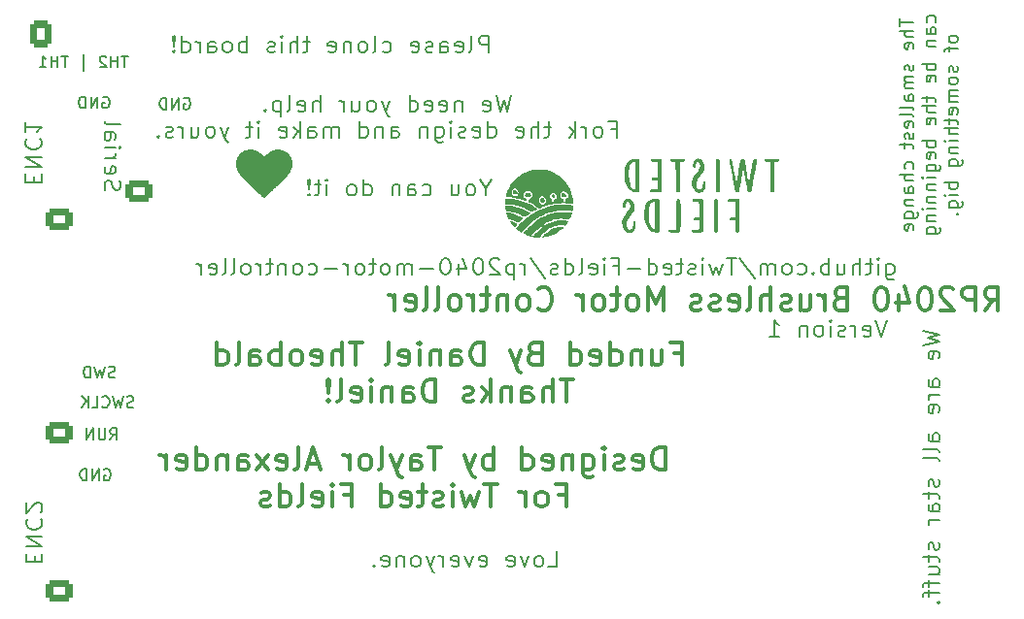
<source format=gbo>
G04 #@! TF.GenerationSoftware,KiCad,Pcbnew,6.0.0-rc2*
G04 #@! TF.CreationDate,2022-06-30T13:47:11-07:00*
G04 #@! TF.ProjectId,RP2040_motor-rounded,52503230-3430-45f6-9d6f-746f722d726f,REV1*
G04 #@! TF.SameCoordinates,Original*
G04 #@! TF.FileFunction,Legend,Bot*
G04 #@! TF.FilePolarity,Positive*
%FSLAX46Y46*%
G04 Gerber Fmt 4.6, Leading zero omitted, Abs format (unit mm)*
G04 Created by KiCad (PCBNEW 6.0.0-rc2) date 2022-06-30 13:47:11*
%MOMM*%
%LPD*%
G01*
G04 APERTURE LIST*
G04 Aperture macros list*
%AMRoundRect*
0 Rectangle with rounded corners*
0 $1 Rounding radius*
0 $2 $3 $4 $5 $6 $7 $8 $9 X,Y pos of 4 corners*
0 Add a 4 corners polygon primitive as box body*
4,1,4,$2,$3,$4,$5,$6,$7,$8,$9,$2,$3,0*
0 Add four circle primitives for the rounded corners*
1,1,$1+$1,$2,$3*
1,1,$1+$1,$4,$5*
1,1,$1+$1,$6,$7*
1,1,$1+$1,$8,$9*
0 Add four rect primitives between the rounded corners*
20,1,$1+$1,$2,$3,$4,$5,0*
20,1,$1+$1,$4,$5,$6,$7,0*
20,1,$1+$1,$6,$7,$8,$9,0*
20,1,$1+$1,$8,$9,$2,$3,0*%
G04 Aperture macros list end*
%ADD10C,0.200000*%
%ADD11C,0.300000*%
%ADD12C,0.150000*%
%ADD13C,4.002000*%
%ADD14RoundRect,0.301000X0.845000X-0.620000X0.845000X0.620000X-0.845000X0.620000X-0.845000X-0.620000X0*%
%ADD15O,2.292000X1.842000*%
%ADD16C,4.102000*%
%ADD17C,6.102000*%
%ADD18RoundRect,0.301000X-0.620000X-0.845000X0.620000X-0.845000X0.620000X0.845000X-0.620000X0.845000X0*%
%ADD19O,1.842000X2.292000*%
%ADD20C,0.752000*%
%ADD21O,1.102000X2.202000*%
%ADD22O,1.102000X1.702000*%
G04 APERTURE END LIST*
D10*
X111514285Y-72833333D02*
X111514285Y-71433333D01*
X110942857Y-71433333D01*
X110800000Y-71500000D01*
X110728571Y-71566666D01*
X110657142Y-71700000D01*
X110657142Y-71900000D01*
X110728571Y-72033333D01*
X110800000Y-72100000D01*
X110942857Y-72166666D01*
X111514285Y-72166666D01*
X109800000Y-72833333D02*
X109942857Y-72766666D01*
X110014285Y-72633333D01*
X110014285Y-71433333D01*
X108657142Y-72766666D02*
X108800000Y-72833333D01*
X109085714Y-72833333D01*
X109228571Y-72766666D01*
X109300000Y-72633333D01*
X109300000Y-72100000D01*
X109228571Y-71966666D01*
X109085714Y-71900000D01*
X108800000Y-71900000D01*
X108657142Y-71966666D01*
X108585714Y-72100000D01*
X108585714Y-72233333D01*
X109300000Y-72366666D01*
X107300000Y-72833333D02*
X107300000Y-72100000D01*
X107371428Y-71966666D01*
X107514285Y-71900000D01*
X107800000Y-71900000D01*
X107942857Y-71966666D01*
X107300000Y-72766666D02*
X107442857Y-72833333D01*
X107800000Y-72833333D01*
X107942857Y-72766666D01*
X108014285Y-72633333D01*
X108014285Y-72500000D01*
X107942857Y-72366666D01*
X107800000Y-72300000D01*
X107442857Y-72300000D01*
X107300000Y-72233333D01*
X106657142Y-72766666D02*
X106514285Y-72833333D01*
X106228571Y-72833333D01*
X106085714Y-72766666D01*
X106014285Y-72633333D01*
X106014285Y-72566666D01*
X106085714Y-72433333D01*
X106228571Y-72366666D01*
X106442857Y-72366666D01*
X106585714Y-72300000D01*
X106657142Y-72166666D01*
X106657142Y-72100000D01*
X106585714Y-71966666D01*
X106442857Y-71900000D01*
X106228571Y-71900000D01*
X106085714Y-71966666D01*
X104800000Y-72766666D02*
X104942857Y-72833333D01*
X105228571Y-72833333D01*
X105371428Y-72766666D01*
X105442857Y-72633333D01*
X105442857Y-72100000D01*
X105371428Y-71966666D01*
X105228571Y-71900000D01*
X104942857Y-71900000D01*
X104800000Y-71966666D01*
X104728571Y-72100000D01*
X104728571Y-72233333D01*
X105442857Y-72366666D01*
X102300000Y-72766666D02*
X102442857Y-72833333D01*
X102728571Y-72833333D01*
X102871428Y-72766666D01*
X102942857Y-72700000D01*
X103014285Y-72566666D01*
X103014285Y-72166666D01*
X102942857Y-72033333D01*
X102871428Y-71966666D01*
X102728571Y-71900000D01*
X102442857Y-71900000D01*
X102300000Y-71966666D01*
X101442857Y-72833333D02*
X101585714Y-72766666D01*
X101657142Y-72633333D01*
X101657142Y-71433333D01*
X100657142Y-72833333D02*
X100800000Y-72766666D01*
X100871428Y-72700000D01*
X100942857Y-72566666D01*
X100942857Y-72166666D01*
X100871428Y-72033333D01*
X100800000Y-71966666D01*
X100657142Y-71900000D01*
X100442857Y-71900000D01*
X100300000Y-71966666D01*
X100228571Y-72033333D01*
X100157142Y-72166666D01*
X100157142Y-72566666D01*
X100228571Y-72700000D01*
X100300000Y-72766666D01*
X100442857Y-72833333D01*
X100657142Y-72833333D01*
X99514285Y-71900000D02*
X99514285Y-72833333D01*
X99514285Y-72033333D02*
X99442857Y-71966666D01*
X99300000Y-71900000D01*
X99085714Y-71900000D01*
X98942857Y-71966666D01*
X98871428Y-72100000D01*
X98871428Y-72833333D01*
X97585714Y-72766666D02*
X97728571Y-72833333D01*
X98014285Y-72833333D01*
X98157142Y-72766666D01*
X98228571Y-72633333D01*
X98228571Y-72100000D01*
X98157142Y-71966666D01*
X98014285Y-71900000D01*
X97728571Y-71900000D01*
X97585714Y-71966666D01*
X97514285Y-72100000D01*
X97514285Y-72233333D01*
X98228571Y-72366666D01*
X95942857Y-71900000D02*
X95371428Y-71900000D01*
X95728571Y-71433333D02*
X95728571Y-72633333D01*
X95657142Y-72766666D01*
X95514285Y-72833333D01*
X95371428Y-72833333D01*
X94871428Y-72833333D02*
X94871428Y-71433333D01*
X94228571Y-72833333D02*
X94228571Y-72100000D01*
X94300000Y-71966666D01*
X94442857Y-71900000D01*
X94657142Y-71900000D01*
X94800000Y-71966666D01*
X94871428Y-72033333D01*
X93514285Y-72833333D02*
X93514285Y-71900000D01*
X93514285Y-71433333D02*
X93585714Y-71500000D01*
X93514285Y-71566666D01*
X93442857Y-71500000D01*
X93514285Y-71433333D01*
X93514285Y-71566666D01*
X92871428Y-72766666D02*
X92728571Y-72833333D01*
X92442857Y-72833333D01*
X92300000Y-72766666D01*
X92228571Y-72633333D01*
X92228571Y-72566666D01*
X92300000Y-72433333D01*
X92442857Y-72366666D01*
X92657142Y-72366666D01*
X92800000Y-72300000D01*
X92871428Y-72166666D01*
X92871428Y-72100000D01*
X92800000Y-71966666D01*
X92657142Y-71900000D01*
X92442857Y-71900000D01*
X92300000Y-71966666D01*
X90442857Y-72833333D02*
X90442857Y-71433333D01*
X90442857Y-71966666D02*
X90300000Y-71900000D01*
X90014285Y-71900000D01*
X89871428Y-71966666D01*
X89800000Y-72033333D01*
X89728571Y-72166666D01*
X89728571Y-72566666D01*
X89800000Y-72700000D01*
X89871428Y-72766666D01*
X90014285Y-72833333D01*
X90300000Y-72833333D01*
X90442857Y-72766666D01*
X88871428Y-72833333D02*
X89014285Y-72766666D01*
X89085714Y-72700000D01*
X89157142Y-72566666D01*
X89157142Y-72166666D01*
X89085714Y-72033333D01*
X89014285Y-71966666D01*
X88871428Y-71900000D01*
X88657142Y-71900000D01*
X88514285Y-71966666D01*
X88442857Y-72033333D01*
X88371428Y-72166666D01*
X88371428Y-72566666D01*
X88442857Y-72700000D01*
X88514285Y-72766666D01*
X88657142Y-72833333D01*
X88871428Y-72833333D01*
X87085714Y-72833333D02*
X87085714Y-72100000D01*
X87157142Y-71966666D01*
X87300000Y-71900000D01*
X87585714Y-71900000D01*
X87728571Y-71966666D01*
X87085714Y-72766666D02*
X87228571Y-72833333D01*
X87585714Y-72833333D01*
X87728571Y-72766666D01*
X87800000Y-72633333D01*
X87800000Y-72500000D01*
X87728571Y-72366666D01*
X87585714Y-72300000D01*
X87228571Y-72300000D01*
X87085714Y-72233333D01*
X86371428Y-72833333D02*
X86371428Y-71900000D01*
X86371428Y-72166666D02*
X86300000Y-72033333D01*
X86228571Y-71966666D01*
X86085714Y-71900000D01*
X85942857Y-71900000D01*
X84800000Y-72833333D02*
X84800000Y-71433333D01*
X84800000Y-72766666D02*
X84942857Y-72833333D01*
X85228571Y-72833333D01*
X85371428Y-72766666D01*
X85442857Y-72700000D01*
X85514285Y-72566666D01*
X85514285Y-72166666D01*
X85442857Y-72033333D01*
X85371428Y-71966666D01*
X85228571Y-71900000D01*
X84942857Y-71900000D01*
X84800000Y-71966666D01*
X84085714Y-72700000D02*
X84014285Y-72766666D01*
X84085714Y-72833333D01*
X84157142Y-72766666D01*
X84085714Y-72700000D01*
X84085714Y-72833333D01*
X84085714Y-72300000D02*
X84157142Y-71500000D01*
X84085714Y-71433333D01*
X84014285Y-71500000D01*
X84085714Y-72300000D01*
X84085714Y-71433333D01*
X147360857Y-69885714D02*
X147360857Y-70571428D01*
X148560857Y-70228571D02*
X147360857Y-70228571D01*
X148560857Y-70971428D02*
X147360857Y-70971428D01*
X148560857Y-71485714D02*
X147932285Y-71485714D01*
X147818000Y-71428571D01*
X147760857Y-71314285D01*
X147760857Y-71142857D01*
X147818000Y-71028571D01*
X147875142Y-70971428D01*
X148503714Y-72514285D02*
X148560857Y-72400000D01*
X148560857Y-72171428D01*
X148503714Y-72057142D01*
X148389428Y-72000000D01*
X147932285Y-72000000D01*
X147818000Y-72057142D01*
X147760857Y-72171428D01*
X147760857Y-72400000D01*
X147818000Y-72514285D01*
X147932285Y-72571428D01*
X148046571Y-72571428D01*
X148160857Y-72000000D01*
X148503714Y-73942857D02*
X148560857Y-74057142D01*
X148560857Y-74285714D01*
X148503714Y-74400000D01*
X148389428Y-74457142D01*
X148332285Y-74457142D01*
X148218000Y-74400000D01*
X148160857Y-74285714D01*
X148160857Y-74114285D01*
X148103714Y-74000000D01*
X147989428Y-73942857D01*
X147932285Y-73942857D01*
X147818000Y-74000000D01*
X147760857Y-74114285D01*
X147760857Y-74285714D01*
X147818000Y-74400000D01*
X148560857Y-74971428D02*
X147760857Y-74971428D01*
X147875142Y-74971428D02*
X147818000Y-75028571D01*
X147760857Y-75142857D01*
X147760857Y-75314285D01*
X147818000Y-75428571D01*
X147932285Y-75485714D01*
X148560857Y-75485714D01*
X147932285Y-75485714D02*
X147818000Y-75542857D01*
X147760857Y-75657142D01*
X147760857Y-75828571D01*
X147818000Y-75942857D01*
X147932285Y-76000000D01*
X148560857Y-76000000D01*
X148560857Y-77085714D02*
X147932285Y-77085714D01*
X147818000Y-77028571D01*
X147760857Y-76914285D01*
X147760857Y-76685714D01*
X147818000Y-76571428D01*
X148503714Y-77085714D02*
X148560857Y-76971428D01*
X148560857Y-76685714D01*
X148503714Y-76571428D01*
X148389428Y-76514285D01*
X148275142Y-76514285D01*
X148160857Y-76571428D01*
X148103714Y-76685714D01*
X148103714Y-76971428D01*
X148046571Y-77085714D01*
X148560857Y-77828571D02*
X148503714Y-77714285D01*
X148389428Y-77657142D01*
X147360857Y-77657142D01*
X148560857Y-78457142D02*
X148503714Y-78342857D01*
X148389428Y-78285714D01*
X147360857Y-78285714D01*
X148503714Y-79371428D02*
X148560857Y-79257142D01*
X148560857Y-79028571D01*
X148503714Y-78914285D01*
X148389428Y-78857142D01*
X147932285Y-78857142D01*
X147818000Y-78914285D01*
X147760857Y-79028571D01*
X147760857Y-79257142D01*
X147818000Y-79371428D01*
X147932285Y-79428571D01*
X148046571Y-79428571D01*
X148160857Y-78857142D01*
X148503714Y-79885714D02*
X148560857Y-80000000D01*
X148560857Y-80228571D01*
X148503714Y-80342857D01*
X148389428Y-80400000D01*
X148332285Y-80400000D01*
X148218000Y-80342857D01*
X148160857Y-80228571D01*
X148160857Y-80057142D01*
X148103714Y-79942857D01*
X147989428Y-79885714D01*
X147932285Y-79885714D01*
X147818000Y-79942857D01*
X147760857Y-80057142D01*
X147760857Y-80228571D01*
X147818000Y-80342857D01*
X147760857Y-80742857D02*
X147760857Y-81200000D01*
X147360857Y-80914285D02*
X148389428Y-80914285D01*
X148503714Y-80971428D01*
X148560857Y-81085714D01*
X148560857Y-81200000D01*
X148503714Y-83028571D02*
X148560857Y-82914285D01*
X148560857Y-82685714D01*
X148503714Y-82571428D01*
X148446571Y-82514285D01*
X148332285Y-82457142D01*
X147989428Y-82457142D01*
X147875142Y-82514285D01*
X147818000Y-82571428D01*
X147760857Y-82685714D01*
X147760857Y-82914285D01*
X147818000Y-83028571D01*
X148560857Y-83542857D02*
X147360857Y-83542857D01*
X148560857Y-84057142D02*
X147932285Y-84057142D01*
X147818000Y-84000000D01*
X147760857Y-83885714D01*
X147760857Y-83714285D01*
X147818000Y-83600000D01*
X147875142Y-83542857D01*
X148560857Y-85142857D02*
X147932285Y-85142857D01*
X147818000Y-85085714D01*
X147760857Y-84971428D01*
X147760857Y-84742857D01*
X147818000Y-84628571D01*
X148503714Y-85142857D02*
X148560857Y-85028571D01*
X148560857Y-84742857D01*
X148503714Y-84628571D01*
X148389428Y-84571428D01*
X148275142Y-84571428D01*
X148160857Y-84628571D01*
X148103714Y-84742857D01*
X148103714Y-85028571D01*
X148046571Y-85142857D01*
X147760857Y-85714285D02*
X148560857Y-85714285D01*
X147875142Y-85714285D02*
X147818000Y-85771428D01*
X147760857Y-85885714D01*
X147760857Y-86057142D01*
X147818000Y-86171428D01*
X147932285Y-86228571D01*
X148560857Y-86228571D01*
X147760857Y-87314285D02*
X148732285Y-87314285D01*
X148846571Y-87257142D01*
X148903714Y-87200000D01*
X148960857Y-87085714D01*
X148960857Y-86914285D01*
X148903714Y-86800000D01*
X148503714Y-87314285D02*
X148560857Y-87200000D01*
X148560857Y-86971428D01*
X148503714Y-86857142D01*
X148446571Y-86800000D01*
X148332285Y-86742857D01*
X147989428Y-86742857D01*
X147875142Y-86800000D01*
X147818000Y-86857142D01*
X147760857Y-86971428D01*
X147760857Y-87200000D01*
X147818000Y-87314285D01*
X148503714Y-88342857D02*
X148560857Y-88228571D01*
X148560857Y-88000000D01*
X148503714Y-87885714D01*
X148389428Y-87828571D01*
X147932285Y-87828571D01*
X147818000Y-87885714D01*
X147760857Y-88000000D01*
X147760857Y-88228571D01*
X147818000Y-88342857D01*
X147932285Y-88400000D01*
X148046571Y-88400000D01*
X148160857Y-87828571D01*
X150435714Y-70228571D02*
X150492857Y-70114285D01*
X150492857Y-69885714D01*
X150435714Y-69771428D01*
X150378571Y-69714285D01*
X150264285Y-69657142D01*
X149921428Y-69657142D01*
X149807142Y-69714285D01*
X149750000Y-69771428D01*
X149692857Y-69885714D01*
X149692857Y-70114285D01*
X149750000Y-70228571D01*
X150492857Y-71257142D02*
X149864285Y-71257142D01*
X149750000Y-71200000D01*
X149692857Y-71085714D01*
X149692857Y-70857142D01*
X149750000Y-70742857D01*
X150435714Y-71257142D02*
X150492857Y-71142857D01*
X150492857Y-70857142D01*
X150435714Y-70742857D01*
X150321428Y-70685714D01*
X150207142Y-70685714D01*
X150092857Y-70742857D01*
X150035714Y-70857142D01*
X150035714Y-71142857D01*
X149978571Y-71257142D01*
X149692857Y-71828571D02*
X150492857Y-71828571D01*
X149807142Y-71828571D02*
X149750000Y-71885714D01*
X149692857Y-72000000D01*
X149692857Y-72171428D01*
X149750000Y-72285714D01*
X149864285Y-72342857D01*
X150492857Y-72342857D01*
X150492857Y-73828571D02*
X149292857Y-73828571D01*
X149750000Y-73828571D02*
X149692857Y-73942857D01*
X149692857Y-74171428D01*
X149750000Y-74285714D01*
X149807142Y-74342857D01*
X149921428Y-74400000D01*
X150264285Y-74400000D01*
X150378571Y-74342857D01*
X150435714Y-74285714D01*
X150492857Y-74171428D01*
X150492857Y-73942857D01*
X150435714Y-73828571D01*
X150435714Y-75371428D02*
X150492857Y-75257142D01*
X150492857Y-75028571D01*
X150435714Y-74914285D01*
X150321428Y-74857142D01*
X149864285Y-74857142D01*
X149750000Y-74914285D01*
X149692857Y-75028571D01*
X149692857Y-75257142D01*
X149750000Y-75371428D01*
X149864285Y-75428571D01*
X149978571Y-75428571D01*
X150092857Y-74857142D01*
X149692857Y-76685714D02*
X149692857Y-77142857D01*
X149292857Y-76857142D02*
X150321428Y-76857142D01*
X150435714Y-76914285D01*
X150492857Y-77028571D01*
X150492857Y-77142857D01*
X150492857Y-77542857D02*
X149292857Y-77542857D01*
X150492857Y-78057142D02*
X149864285Y-78057142D01*
X149750000Y-78000000D01*
X149692857Y-77885714D01*
X149692857Y-77714285D01*
X149750000Y-77600000D01*
X149807142Y-77542857D01*
X150435714Y-79085714D02*
X150492857Y-78971428D01*
X150492857Y-78742857D01*
X150435714Y-78628571D01*
X150321428Y-78571428D01*
X149864285Y-78571428D01*
X149750000Y-78628571D01*
X149692857Y-78742857D01*
X149692857Y-78971428D01*
X149750000Y-79085714D01*
X149864285Y-79142857D01*
X149978571Y-79142857D01*
X150092857Y-78571428D01*
X150492857Y-80571428D02*
X149292857Y-80571428D01*
X149750000Y-80571428D02*
X149692857Y-80685714D01*
X149692857Y-80914285D01*
X149750000Y-81028571D01*
X149807142Y-81085714D01*
X149921428Y-81142857D01*
X150264285Y-81142857D01*
X150378571Y-81085714D01*
X150435714Y-81028571D01*
X150492857Y-80914285D01*
X150492857Y-80685714D01*
X150435714Y-80571428D01*
X150435714Y-82114285D02*
X150492857Y-82000000D01*
X150492857Y-81771428D01*
X150435714Y-81657142D01*
X150321428Y-81600000D01*
X149864285Y-81600000D01*
X149750000Y-81657142D01*
X149692857Y-81771428D01*
X149692857Y-82000000D01*
X149750000Y-82114285D01*
X149864285Y-82171428D01*
X149978571Y-82171428D01*
X150092857Y-81600000D01*
X149692857Y-83200000D02*
X150664285Y-83200000D01*
X150778571Y-83142857D01*
X150835714Y-83085714D01*
X150892857Y-82971428D01*
X150892857Y-82800000D01*
X150835714Y-82685714D01*
X150435714Y-83200000D02*
X150492857Y-83085714D01*
X150492857Y-82857142D01*
X150435714Y-82742857D01*
X150378571Y-82685714D01*
X150264285Y-82628571D01*
X149921428Y-82628571D01*
X149807142Y-82685714D01*
X149750000Y-82742857D01*
X149692857Y-82857142D01*
X149692857Y-83085714D01*
X149750000Y-83200000D01*
X150492857Y-83771428D02*
X149692857Y-83771428D01*
X149292857Y-83771428D02*
X149350000Y-83714285D01*
X149407142Y-83771428D01*
X149350000Y-83828571D01*
X149292857Y-83771428D01*
X149407142Y-83771428D01*
X149692857Y-84342857D02*
X150492857Y-84342857D01*
X149807142Y-84342857D02*
X149750000Y-84400000D01*
X149692857Y-84514285D01*
X149692857Y-84685714D01*
X149750000Y-84800000D01*
X149864285Y-84857142D01*
X150492857Y-84857142D01*
X149692857Y-85428571D02*
X150492857Y-85428571D01*
X149807142Y-85428571D02*
X149750000Y-85485714D01*
X149692857Y-85600000D01*
X149692857Y-85771428D01*
X149750000Y-85885714D01*
X149864285Y-85942857D01*
X150492857Y-85942857D01*
X150492857Y-86514285D02*
X149692857Y-86514285D01*
X149292857Y-86514285D02*
X149350000Y-86457142D01*
X149407142Y-86514285D01*
X149350000Y-86571428D01*
X149292857Y-86514285D01*
X149407142Y-86514285D01*
X149692857Y-87085714D02*
X150492857Y-87085714D01*
X149807142Y-87085714D02*
X149750000Y-87142857D01*
X149692857Y-87257142D01*
X149692857Y-87428571D01*
X149750000Y-87542857D01*
X149864285Y-87600000D01*
X150492857Y-87600000D01*
X149692857Y-88685714D02*
X150664285Y-88685714D01*
X150778571Y-88628571D01*
X150835714Y-88571428D01*
X150892857Y-88457142D01*
X150892857Y-88285714D01*
X150835714Y-88171428D01*
X150435714Y-88685714D02*
X150492857Y-88571428D01*
X150492857Y-88342857D01*
X150435714Y-88228571D01*
X150378571Y-88171428D01*
X150264285Y-88114285D01*
X149921428Y-88114285D01*
X149807142Y-88171428D01*
X149750000Y-88228571D01*
X149692857Y-88342857D01*
X149692857Y-88571428D01*
X149750000Y-88685714D01*
X152424857Y-71600000D02*
X152367714Y-71485714D01*
X152310571Y-71428571D01*
X152196285Y-71371428D01*
X151853428Y-71371428D01*
X151739142Y-71428571D01*
X151682000Y-71485714D01*
X151624857Y-71600000D01*
X151624857Y-71771428D01*
X151682000Y-71885714D01*
X151739142Y-71942857D01*
X151853428Y-72000000D01*
X152196285Y-72000000D01*
X152310571Y-71942857D01*
X152367714Y-71885714D01*
X152424857Y-71771428D01*
X152424857Y-71600000D01*
X151624857Y-72342857D02*
X151624857Y-72800000D01*
X152424857Y-72514285D02*
X151396285Y-72514285D01*
X151282000Y-72571428D01*
X151224857Y-72685714D01*
X151224857Y-72800000D01*
X152367714Y-74057142D02*
X152424857Y-74171428D01*
X152424857Y-74400000D01*
X152367714Y-74514285D01*
X152253428Y-74571428D01*
X152196285Y-74571428D01*
X152082000Y-74514285D01*
X152024857Y-74400000D01*
X152024857Y-74228571D01*
X151967714Y-74114285D01*
X151853428Y-74057142D01*
X151796285Y-74057142D01*
X151682000Y-74114285D01*
X151624857Y-74228571D01*
X151624857Y-74400000D01*
X151682000Y-74514285D01*
X152424857Y-75257142D02*
X152367714Y-75142857D01*
X152310571Y-75085714D01*
X152196285Y-75028571D01*
X151853428Y-75028571D01*
X151739142Y-75085714D01*
X151682000Y-75142857D01*
X151624857Y-75257142D01*
X151624857Y-75428571D01*
X151682000Y-75542857D01*
X151739142Y-75600000D01*
X151853428Y-75657142D01*
X152196285Y-75657142D01*
X152310571Y-75600000D01*
X152367714Y-75542857D01*
X152424857Y-75428571D01*
X152424857Y-75257142D01*
X152424857Y-76171428D02*
X151624857Y-76171428D01*
X151739142Y-76171428D02*
X151682000Y-76228571D01*
X151624857Y-76342857D01*
X151624857Y-76514285D01*
X151682000Y-76628571D01*
X151796285Y-76685714D01*
X152424857Y-76685714D01*
X151796285Y-76685714D02*
X151682000Y-76742857D01*
X151624857Y-76857142D01*
X151624857Y-77028571D01*
X151682000Y-77142857D01*
X151796285Y-77200000D01*
X152424857Y-77200000D01*
X152367714Y-78228571D02*
X152424857Y-78114285D01*
X152424857Y-77885714D01*
X152367714Y-77771428D01*
X152253428Y-77714285D01*
X151796285Y-77714285D01*
X151682000Y-77771428D01*
X151624857Y-77885714D01*
X151624857Y-78114285D01*
X151682000Y-78228571D01*
X151796285Y-78285714D01*
X151910571Y-78285714D01*
X152024857Y-77714285D01*
X151624857Y-78628571D02*
X151624857Y-79085714D01*
X151224857Y-78800000D02*
X152253428Y-78800000D01*
X152367714Y-78857142D01*
X152424857Y-78971428D01*
X152424857Y-79085714D01*
X152424857Y-79485714D02*
X151224857Y-79485714D01*
X152424857Y-80000000D02*
X151796285Y-80000000D01*
X151682000Y-79942857D01*
X151624857Y-79828571D01*
X151624857Y-79657142D01*
X151682000Y-79542857D01*
X151739142Y-79485714D01*
X152424857Y-80571428D02*
X151624857Y-80571428D01*
X151224857Y-80571428D02*
X151282000Y-80514285D01*
X151339142Y-80571428D01*
X151282000Y-80628571D01*
X151224857Y-80571428D01*
X151339142Y-80571428D01*
X151624857Y-81142857D02*
X152424857Y-81142857D01*
X151739142Y-81142857D02*
X151682000Y-81200000D01*
X151624857Y-81314285D01*
X151624857Y-81485714D01*
X151682000Y-81600000D01*
X151796285Y-81657142D01*
X152424857Y-81657142D01*
X151624857Y-82742857D02*
X152596285Y-82742857D01*
X152710571Y-82685714D01*
X152767714Y-82628571D01*
X152824857Y-82514285D01*
X152824857Y-82342857D01*
X152767714Y-82228571D01*
X152367714Y-82742857D02*
X152424857Y-82628571D01*
X152424857Y-82400000D01*
X152367714Y-82285714D01*
X152310571Y-82228571D01*
X152196285Y-82171428D01*
X151853428Y-82171428D01*
X151739142Y-82228571D01*
X151682000Y-82285714D01*
X151624857Y-82400000D01*
X151624857Y-82628571D01*
X151682000Y-82742857D01*
X152424857Y-84228571D02*
X151224857Y-84228571D01*
X151682000Y-84228571D02*
X151624857Y-84342857D01*
X151624857Y-84571428D01*
X151682000Y-84685714D01*
X151739142Y-84742857D01*
X151853428Y-84800000D01*
X152196285Y-84800000D01*
X152310571Y-84742857D01*
X152367714Y-84685714D01*
X152424857Y-84571428D01*
X152424857Y-84342857D01*
X152367714Y-84228571D01*
X152424857Y-85314285D02*
X151624857Y-85314285D01*
X151224857Y-85314285D02*
X151282000Y-85257142D01*
X151339142Y-85314285D01*
X151282000Y-85371428D01*
X151224857Y-85314285D01*
X151339142Y-85314285D01*
X151624857Y-86400000D02*
X152596285Y-86400000D01*
X152710571Y-86342857D01*
X152767714Y-86285714D01*
X152824857Y-86171428D01*
X152824857Y-86000000D01*
X152767714Y-85885714D01*
X152367714Y-86400000D02*
X152424857Y-86285714D01*
X152424857Y-86057142D01*
X152367714Y-85942857D01*
X152310571Y-85885714D01*
X152196285Y-85828571D01*
X151853428Y-85828571D01*
X151739142Y-85885714D01*
X151682000Y-85942857D01*
X151624857Y-86057142D01*
X151624857Y-86285714D01*
X151682000Y-86400000D01*
X152310571Y-86971428D02*
X152367714Y-87028571D01*
X152424857Y-86971428D01*
X152367714Y-86914285D01*
X152310571Y-86971428D01*
X152424857Y-86971428D01*
X113485714Y-76606333D02*
X113128571Y-78006333D01*
X112842857Y-77006333D01*
X112557142Y-78006333D01*
X112200000Y-76606333D01*
X111057142Y-77939666D02*
X111200000Y-78006333D01*
X111485714Y-78006333D01*
X111628571Y-77939666D01*
X111700000Y-77806333D01*
X111700000Y-77273000D01*
X111628571Y-77139666D01*
X111485714Y-77073000D01*
X111200000Y-77073000D01*
X111057142Y-77139666D01*
X110985714Y-77273000D01*
X110985714Y-77406333D01*
X111700000Y-77539666D01*
X109200000Y-77073000D02*
X109200000Y-78006333D01*
X109200000Y-77206333D02*
X109128571Y-77139666D01*
X108985714Y-77073000D01*
X108771428Y-77073000D01*
X108628571Y-77139666D01*
X108557142Y-77273000D01*
X108557142Y-78006333D01*
X107271428Y-77939666D02*
X107414285Y-78006333D01*
X107700000Y-78006333D01*
X107842857Y-77939666D01*
X107914285Y-77806333D01*
X107914285Y-77273000D01*
X107842857Y-77139666D01*
X107700000Y-77073000D01*
X107414285Y-77073000D01*
X107271428Y-77139666D01*
X107200000Y-77273000D01*
X107200000Y-77406333D01*
X107914285Y-77539666D01*
X105985714Y-77939666D02*
X106128571Y-78006333D01*
X106414285Y-78006333D01*
X106557142Y-77939666D01*
X106628571Y-77806333D01*
X106628571Y-77273000D01*
X106557142Y-77139666D01*
X106414285Y-77073000D01*
X106128571Y-77073000D01*
X105985714Y-77139666D01*
X105914285Y-77273000D01*
X105914285Y-77406333D01*
X106628571Y-77539666D01*
X104628571Y-78006333D02*
X104628571Y-76606333D01*
X104628571Y-77939666D02*
X104771428Y-78006333D01*
X105057142Y-78006333D01*
X105200000Y-77939666D01*
X105271428Y-77873000D01*
X105342857Y-77739666D01*
X105342857Y-77339666D01*
X105271428Y-77206333D01*
X105200000Y-77139666D01*
X105057142Y-77073000D01*
X104771428Y-77073000D01*
X104628571Y-77139666D01*
X102914285Y-77073000D02*
X102557142Y-78006333D01*
X102200000Y-77073000D02*
X102557142Y-78006333D01*
X102700000Y-78339666D01*
X102771428Y-78406333D01*
X102914285Y-78473000D01*
X101414285Y-78006333D02*
X101557142Y-77939666D01*
X101628571Y-77873000D01*
X101700000Y-77739666D01*
X101700000Y-77339666D01*
X101628571Y-77206333D01*
X101557142Y-77139666D01*
X101414285Y-77073000D01*
X101200000Y-77073000D01*
X101057142Y-77139666D01*
X100985714Y-77206333D01*
X100914285Y-77339666D01*
X100914285Y-77739666D01*
X100985714Y-77873000D01*
X101057142Y-77939666D01*
X101200000Y-78006333D01*
X101414285Y-78006333D01*
X99628571Y-77073000D02*
X99628571Y-78006333D01*
X100271428Y-77073000D02*
X100271428Y-77806333D01*
X100200000Y-77939666D01*
X100057142Y-78006333D01*
X99842857Y-78006333D01*
X99700000Y-77939666D01*
X99628571Y-77873000D01*
X98914285Y-78006333D02*
X98914285Y-77073000D01*
X98914285Y-77339666D02*
X98842857Y-77206333D01*
X98771428Y-77139666D01*
X98628571Y-77073000D01*
X98485714Y-77073000D01*
X96842857Y-78006333D02*
X96842857Y-76606333D01*
X96200000Y-78006333D02*
X96200000Y-77273000D01*
X96271428Y-77139666D01*
X96414285Y-77073000D01*
X96628571Y-77073000D01*
X96771428Y-77139666D01*
X96842857Y-77206333D01*
X94914285Y-77939666D02*
X95057142Y-78006333D01*
X95342857Y-78006333D01*
X95485714Y-77939666D01*
X95557142Y-77806333D01*
X95557142Y-77273000D01*
X95485714Y-77139666D01*
X95342857Y-77073000D01*
X95057142Y-77073000D01*
X94914285Y-77139666D01*
X94842857Y-77273000D01*
X94842857Y-77406333D01*
X95557142Y-77539666D01*
X93985714Y-78006333D02*
X94128571Y-77939666D01*
X94200000Y-77806333D01*
X94200000Y-76606333D01*
X93414285Y-77073000D02*
X93414285Y-78473000D01*
X93414285Y-77139666D02*
X93271428Y-77073000D01*
X92985714Y-77073000D01*
X92842857Y-77139666D01*
X92771428Y-77206333D01*
X92700000Y-77339666D01*
X92700000Y-77739666D01*
X92771428Y-77873000D01*
X92842857Y-77939666D01*
X92985714Y-78006333D01*
X93271428Y-78006333D01*
X93414285Y-77939666D01*
X92057142Y-77873000D02*
X91985714Y-77939666D01*
X92057142Y-78006333D01*
X92128571Y-77939666D01*
X92057142Y-77873000D01*
X92057142Y-78006333D01*
X122164285Y-79527000D02*
X122664285Y-79527000D01*
X122664285Y-80260333D02*
X122664285Y-78860333D01*
X121950000Y-78860333D01*
X121164285Y-80260333D02*
X121307142Y-80193666D01*
X121378571Y-80127000D01*
X121450000Y-79993666D01*
X121450000Y-79593666D01*
X121378571Y-79460333D01*
X121307142Y-79393666D01*
X121164285Y-79327000D01*
X120950000Y-79327000D01*
X120807142Y-79393666D01*
X120735714Y-79460333D01*
X120664285Y-79593666D01*
X120664285Y-79993666D01*
X120735714Y-80127000D01*
X120807142Y-80193666D01*
X120950000Y-80260333D01*
X121164285Y-80260333D01*
X120021428Y-80260333D02*
X120021428Y-79327000D01*
X120021428Y-79593666D02*
X119950000Y-79460333D01*
X119878571Y-79393666D01*
X119735714Y-79327000D01*
X119592857Y-79327000D01*
X119092857Y-80260333D02*
X119092857Y-78860333D01*
X118950000Y-79727000D02*
X118521428Y-80260333D01*
X118521428Y-79327000D02*
X119092857Y-79860333D01*
X116950000Y-79327000D02*
X116378571Y-79327000D01*
X116735714Y-78860333D02*
X116735714Y-80060333D01*
X116664285Y-80193666D01*
X116521428Y-80260333D01*
X116378571Y-80260333D01*
X115878571Y-80260333D02*
X115878571Y-78860333D01*
X115235714Y-80260333D02*
X115235714Y-79527000D01*
X115307142Y-79393666D01*
X115450000Y-79327000D01*
X115664285Y-79327000D01*
X115807142Y-79393666D01*
X115878571Y-79460333D01*
X113950000Y-80193666D02*
X114092857Y-80260333D01*
X114378571Y-80260333D01*
X114521428Y-80193666D01*
X114592857Y-80060333D01*
X114592857Y-79527000D01*
X114521428Y-79393666D01*
X114378571Y-79327000D01*
X114092857Y-79327000D01*
X113950000Y-79393666D01*
X113878571Y-79527000D01*
X113878571Y-79660333D01*
X114592857Y-79793666D01*
X111450000Y-80260333D02*
X111450000Y-78860333D01*
X111450000Y-80193666D02*
X111592857Y-80260333D01*
X111878571Y-80260333D01*
X112021428Y-80193666D01*
X112092857Y-80127000D01*
X112164285Y-79993666D01*
X112164285Y-79593666D01*
X112092857Y-79460333D01*
X112021428Y-79393666D01*
X111878571Y-79327000D01*
X111592857Y-79327000D01*
X111450000Y-79393666D01*
X110164285Y-80193666D02*
X110307142Y-80260333D01*
X110592857Y-80260333D01*
X110735714Y-80193666D01*
X110807142Y-80060333D01*
X110807142Y-79527000D01*
X110735714Y-79393666D01*
X110592857Y-79327000D01*
X110307142Y-79327000D01*
X110164285Y-79393666D01*
X110092857Y-79527000D01*
X110092857Y-79660333D01*
X110807142Y-79793666D01*
X109521428Y-80193666D02*
X109378571Y-80260333D01*
X109092857Y-80260333D01*
X108950000Y-80193666D01*
X108878571Y-80060333D01*
X108878571Y-79993666D01*
X108950000Y-79860333D01*
X109092857Y-79793666D01*
X109307142Y-79793666D01*
X109450000Y-79727000D01*
X109521428Y-79593666D01*
X109521428Y-79527000D01*
X109450000Y-79393666D01*
X109307142Y-79327000D01*
X109092857Y-79327000D01*
X108950000Y-79393666D01*
X108235714Y-80260333D02*
X108235714Y-79327000D01*
X108235714Y-78860333D02*
X108307142Y-78927000D01*
X108235714Y-78993666D01*
X108164285Y-78927000D01*
X108235714Y-78860333D01*
X108235714Y-78993666D01*
X106878571Y-79327000D02*
X106878571Y-80460333D01*
X106950000Y-80593666D01*
X107021428Y-80660333D01*
X107164285Y-80727000D01*
X107378571Y-80727000D01*
X107521428Y-80660333D01*
X106878571Y-80193666D02*
X107021428Y-80260333D01*
X107307142Y-80260333D01*
X107450000Y-80193666D01*
X107521428Y-80127000D01*
X107592857Y-79993666D01*
X107592857Y-79593666D01*
X107521428Y-79460333D01*
X107450000Y-79393666D01*
X107307142Y-79327000D01*
X107021428Y-79327000D01*
X106878571Y-79393666D01*
X106164285Y-79327000D02*
X106164285Y-80260333D01*
X106164285Y-79460333D02*
X106092857Y-79393666D01*
X105950000Y-79327000D01*
X105735714Y-79327000D01*
X105592857Y-79393666D01*
X105521428Y-79527000D01*
X105521428Y-80260333D01*
X103021428Y-80260333D02*
X103021428Y-79527000D01*
X103092857Y-79393666D01*
X103235714Y-79327000D01*
X103521428Y-79327000D01*
X103664285Y-79393666D01*
X103021428Y-80193666D02*
X103164285Y-80260333D01*
X103521428Y-80260333D01*
X103664285Y-80193666D01*
X103735714Y-80060333D01*
X103735714Y-79927000D01*
X103664285Y-79793666D01*
X103521428Y-79727000D01*
X103164285Y-79727000D01*
X103021428Y-79660333D01*
X102307142Y-79327000D02*
X102307142Y-80260333D01*
X102307142Y-79460333D02*
X102235714Y-79393666D01*
X102092857Y-79327000D01*
X101878571Y-79327000D01*
X101735714Y-79393666D01*
X101664285Y-79527000D01*
X101664285Y-80260333D01*
X100307142Y-80260333D02*
X100307142Y-78860333D01*
X100307142Y-80193666D02*
X100450000Y-80260333D01*
X100735714Y-80260333D01*
X100878571Y-80193666D01*
X100950000Y-80127000D01*
X101021428Y-79993666D01*
X101021428Y-79593666D01*
X100950000Y-79460333D01*
X100878571Y-79393666D01*
X100735714Y-79327000D01*
X100450000Y-79327000D01*
X100307142Y-79393666D01*
X98450000Y-80260333D02*
X98450000Y-79327000D01*
X98450000Y-79460333D02*
X98378571Y-79393666D01*
X98235714Y-79327000D01*
X98021428Y-79327000D01*
X97878571Y-79393666D01*
X97807142Y-79527000D01*
X97807142Y-80260333D01*
X97807142Y-79527000D02*
X97735714Y-79393666D01*
X97592857Y-79327000D01*
X97378571Y-79327000D01*
X97235714Y-79393666D01*
X97164285Y-79527000D01*
X97164285Y-80260333D01*
X95807142Y-80260333D02*
X95807142Y-79527000D01*
X95878571Y-79393666D01*
X96021428Y-79327000D01*
X96307142Y-79327000D01*
X96450000Y-79393666D01*
X95807142Y-80193666D02*
X95950000Y-80260333D01*
X96307142Y-80260333D01*
X96450000Y-80193666D01*
X96521428Y-80060333D01*
X96521428Y-79927000D01*
X96450000Y-79793666D01*
X96307142Y-79727000D01*
X95950000Y-79727000D01*
X95807142Y-79660333D01*
X95092857Y-80260333D02*
X95092857Y-78860333D01*
X94950000Y-79727000D02*
X94521428Y-80260333D01*
X94521428Y-79327000D02*
X95092857Y-79860333D01*
X93307142Y-80193666D02*
X93450000Y-80260333D01*
X93735714Y-80260333D01*
X93878571Y-80193666D01*
X93950000Y-80060333D01*
X93950000Y-79527000D01*
X93878571Y-79393666D01*
X93735714Y-79327000D01*
X93450000Y-79327000D01*
X93307142Y-79393666D01*
X93235714Y-79527000D01*
X93235714Y-79660333D01*
X93950000Y-79793666D01*
X91450000Y-80260333D02*
X91450000Y-79327000D01*
X91450000Y-78860333D02*
X91521428Y-78927000D01*
X91450000Y-78993666D01*
X91378571Y-78927000D01*
X91450000Y-78860333D01*
X91450000Y-78993666D01*
X90950000Y-79327000D02*
X90378571Y-79327000D01*
X90735714Y-78860333D02*
X90735714Y-80060333D01*
X90664285Y-80193666D01*
X90521428Y-80260333D01*
X90378571Y-80260333D01*
X88878571Y-79327000D02*
X88521428Y-80260333D01*
X88164285Y-79327000D02*
X88521428Y-80260333D01*
X88664285Y-80593666D01*
X88735714Y-80660333D01*
X88878571Y-80727000D01*
X87378571Y-80260333D02*
X87521428Y-80193666D01*
X87592857Y-80127000D01*
X87664285Y-79993666D01*
X87664285Y-79593666D01*
X87592857Y-79460333D01*
X87521428Y-79393666D01*
X87378571Y-79327000D01*
X87164285Y-79327000D01*
X87021428Y-79393666D01*
X86950000Y-79460333D01*
X86878571Y-79593666D01*
X86878571Y-79993666D01*
X86950000Y-80127000D01*
X87021428Y-80193666D01*
X87164285Y-80260333D01*
X87378571Y-80260333D01*
X85592857Y-79327000D02*
X85592857Y-80260333D01*
X86235714Y-79327000D02*
X86235714Y-80060333D01*
X86164285Y-80193666D01*
X86021428Y-80260333D01*
X85807142Y-80260333D01*
X85664285Y-80193666D01*
X85592857Y-80127000D01*
X84878571Y-80260333D02*
X84878571Y-79327000D01*
X84878571Y-79593666D02*
X84807142Y-79460333D01*
X84735714Y-79393666D01*
X84592857Y-79327000D01*
X84450000Y-79327000D01*
X84021428Y-80193666D02*
X83878571Y-80260333D01*
X83592857Y-80260333D01*
X83450000Y-80193666D01*
X83378571Y-80060333D01*
X83378571Y-79993666D01*
X83450000Y-79860333D01*
X83592857Y-79793666D01*
X83807142Y-79793666D01*
X83950000Y-79727000D01*
X84021428Y-79593666D01*
X84021428Y-79527000D01*
X83950000Y-79393666D01*
X83807142Y-79327000D01*
X83592857Y-79327000D01*
X83450000Y-79393666D01*
X82735714Y-80127000D02*
X82664285Y-80193666D01*
X82735714Y-80260333D01*
X82807142Y-80193666D01*
X82735714Y-80127000D01*
X82735714Y-80260333D01*
D11*
X126904761Y-109294761D02*
X126904761Y-107294761D01*
X126428571Y-107294761D01*
X126142857Y-107390000D01*
X125952380Y-107580476D01*
X125857142Y-107770952D01*
X125761904Y-108151904D01*
X125761904Y-108437619D01*
X125857142Y-108818571D01*
X125952380Y-109009047D01*
X126142857Y-109199523D01*
X126428571Y-109294761D01*
X126904761Y-109294761D01*
X124142857Y-109199523D02*
X124333333Y-109294761D01*
X124714285Y-109294761D01*
X124904761Y-109199523D01*
X125000000Y-109009047D01*
X125000000Y-108247142D01*
X124904761Y-108056666D01*
X124714285Y-107961428D01*
X124333333Y-107961428D01*
X124142857Y-108056666D01*
X124047619Y-108247142D01*
X124047619Y-108437619D01*
X125000000Y-108628095D01*
X123285714Y-109199523D02*
X123095238Y-109294761D01*
X122714285Y-109294761D01*
X122523809Y-109199523D01*
X122428571Y-109009047D01*
X122428571Y-108913809D01*
X122523809Y-108723333D01*
X122714285Y-108628095D01*
X123000000Y-108628095D01*
X123190476Y-108532857D01*
X123285714Y-108342380D01*
X123285714Y-108247142D01*
X123190476Y-108056666D01*
X123000000Y-107961428D01*
X122714285Y-107961428D01*
X122523809Y-108056666D01*
X121571428Y-109294761D02*
X121571428Y-107961428D01*
X121571428Y-107294761D02*
X121666666Y-107390000D01*
X121571428Y-107485238D01*
X121476190Y-107390000D01*
X121571428Y-107294761D01*
X121571428Y-107485238D01*
X119761904Y-107961428D02*
X119761904Y-109580476D01*
X119857142Y-109770952D01*
X119952380Y-109866190D01*
X120142857Y-109961428D01*
X120428571Y-109961428D01*
X120619047Y-109866190D01*
X119761904Y-109199523D02*
X119952380Y-109294761D01*
X120333333Y-109294761D01*
X120523809Y-109199523D01*
X120619047Y-109104285D01*
X120714285Y-108913809D01*
X120714285Y-108342380D01*
X120619047Y-108151904D01*
X120523809Y-108056666D01*
X120333333Y-107961428D01*
X119952380Y-107961428D01*
X119761904Y-108056666D01*
X118809523Y-107961428D02*
X118809523Y-109294761D01*
X118809523Y-108151904D02*
X118714285Y-108056666D01*
X118523809Y-107961428D01*
X118238095Y-107961428D01*
X118047619Y-108056666D01*
X117952380Y-108247142D01*
X117952380Y-109294761D01*
X116238095Y-109199523D02*
X116428571Y-109294761D01*
X116809523Y-109294761D01*
X117000000Y-109199523D01*
X117095238Y-109009047D01*
X117095238Y-108247142D01*
X117000000Y-108056666D01*
X116809523Y-107961428D01*
X116428571Y-107961428D01*
X116238095Y-108056666D01*
X116142857Y-108247142D01*
X116142857Y-108437619D01*
X117095238Y-108628095D01*
X114428571Y-109294761D02*
X114428571Y-107294761D01*
X114428571Y-109199523D02*
X114619047Y-109294761D01*
X115000000Y-109294761D01*
X115190476Y-109199523D01*
X115285714Y-109104285D01*
X115380952Y-108913809D01*
X115380952Y-108342380D01*
X115285714Y-108151904D01*
X115190476Y-108056666D01*
X115000000Y-107961428D01*
X114619047Y-107961428D01*
X114428571Y-108056666D01*
X111952380Y-109294761D02*
X111952380Y-107294761D01*
X111952380Y-108056666D02*
X111761904Y-107961428D01*
X111380952Y-107961428D01*
X111190476Y-108056666D01*
X111095238Y-108151904D01*
X111000000Y-108342380D01*
X111000000Y-108913809D01*
X111095238Y-109104285D01*
X111190476Y-109199523D01*
X111380952Y-109294761D01*
X111761904Y-109294761D01*
X111952380Y-109199523D01*
X110333333Y-107961428D02*
X109857142Y-109294761D01*
X109380952Y-107961428D02*
X109857142Y-109294761D01*
X110047619Y-109770952D01*
X110142857Y-109866190D01*
X110333333Y-109961428D01*
X107380952Y-107294761D02*
X106238095Y-107294761D01*
X106809523Y-109294761D02*
X106809523Y-107294761D01*
X104714285Y-109294761D02*
X104714285Y-108247142D01*
X104809523Y-108056666D01*
X105000000Y-107961428D01*
X105380952Y-107961428D01*
X105571428Y-108056666D01*
X104714285Y-109199523D02*
X104904761Y-109294761D01*
X105380952Y-109294761D01*
X105571428Y-109199523D01*
X105666666Y-109009047D01*
X105666666Y-108818571D01*
X105571428Y-108628095D01*
X105380952Y-108532857D01*
X104904761Y-108532857D01*
X104714285Y-108437619D01*
X103952380Y-107961428D02*
X103476190Y-109294761D01*
X103000000Y-107961428D02*
X103476190Y-109294761D01*
X103666666Y-109770952D01*
X103761904Y-109866190D01*
X103952380Y-109961428D01*
X101952380Y-109294761D02*
X102142857Y-109199523D01*
X102238095Y-109009047D01*
X102238095Y-107294761D01*
X100904761Y-109294761D02*
X101095238Y-109199523D01*
X101190476Y-109104285D01*
X101285714Y-108913809D01*
X101285714Y-108342380D01*
X101190476Y-108151904D01*
X101095238Y-108056666D01*
X100904761Y-107961428D01*
X100619047Y-107961428D01*
X100428571Y-108056666D01*
X100333333Y-108151904D01*
X100238095Y-108342380D01*
X100238095Y-108913809D01*
X100333333Y-109104285D01*
X100428571Y-109199523D01*
X100619047Y-109294761D01*
X100904761Y-109294761D01*
X99380952Y-109294761D02*
X99380952Y-107961428D01*
X99380952Y-108342380D02*
X99285714Y-108151904D01*
X99190476Y-108056666D01*
X99000000Y-107961428D01*
X98809523Y-107961428D01*
X96714285Y-108723333D02*
X95761904Y-108723333D01*
X96904761Y-109294761D02*
X96238095Y-107294761D01*
X95571428Y-109294761D01*
X94619047Y-109294761D02*
X94809523Y-109199523D01*
X94904761Y-109009047D01*
X94904761Y-107294761D01*
X93095238Y-109199523D02*
X93285714Y-109294761D01*
X93666666Y-109294761D01*
X93857142Y-109199523D01*
X93952380Y-109009047D01*
X93952380Y-108247142D01*
X93857142Y-108056666D01*
X93666666Y-107961428D01*
X93285714Y-107961428D01*
X93095238Y-108056666D01*
X93000000Y-108247142D01*
X93000000Y-108437619D01*
X93952380Y-108628095D01*
X92333333Y-109294761D02*
X91285714Y-107961428D01*
X92333333Y-107961428D02*
X91285714Y-109294761D01*
X89666666Y-109294761D02*
X89666666Y-108247142D01*
X89761904Y-108056666D01*
X89952380Y-107961428D01*
X90333333Y-107961428D01*
X90523809Y-108056666D01*
X89666666Y-109199523D02*
X89857142Y-109294761D01*
X90333333Y-109294761D01*
X90523809Y-109199523D01*
X90619047Y-109009047D01*
X90619047Y-108818571D01*
X90523809Y-108628095D01*
X90333333Y-108532857D01*
X89857142Y-108532857D01*
X89666666Y-108437619D01*
X88714285Y-107961428D02*
X88714285Y-109294761D01*
X88714285Y-108151904D02*
X88619047Y-108056666D01*
X88428571Y-107961428D01*
X88142857Y-107961428D01*
X87952380Y-108056666D01*
X87857142Y-108247142D01*
X87857142Y-109294761D01*
X86047619Y-109294761D02*
X86047619Y-107294761D01*
X86047619Y-109199523D02*
X86238095Y-109294761D01*
X86619047Y-109294761D01*
X86809523Y-109199523D01*
X86904761Y-109104285D01*
X87000000Y-108913809D01*
X87000000Y-108342380D01*
X86904761Y-108151904D01*
X86809523Y-108056666D01*
X86619047Y-107961428D01*
X86238095Y-107961428D01*
X86047619Y-108056666D01*
X84333333Y-109199523D02*
X84523809Y-109294761D01*
X84904761Y-109294761D01*
X85095238Y-109199523D01*
X85190476Y-109009047D01*
X85190476Y-108247142D01*
X85095238Y-108056666D01*
X84904761Y-107961428D01*
X84523809Y-107961428D01*
X84333333Y-108056666D01*
X84238095Y-108247142D01*
X84238095Y-108437619D01*
X85190476Y-108628095D01*
X83380952Y-109294761D02*
X83380952Y-107961428D01*
X83380952Y-108342380D02*
X83285714Y-108151904D01*
X83190476Y-108056666D01*
X83000000Y-107961428D01*
X82809523Y-107961428D01*
X117619047Y-111467142D02*
X118285714Y-111467142D01*
X118285714Y-112514761D02*
X118285714Y-110514761D01*
X117333333Y-110514761D01*
X116285714Y-112514761D02*
X116476190Y-112419523D01*
X116571428Y-112324285D01*
X116666666Y-112133809D01*
X116666666Y-111562380D01*
X116571428Y-111371904D01*
X116476190Y-111276666D01*
X116285714Y-111181428D01*
X116000000Y-111181428D01*
X115809523Y-111276666D01*
X115714285Y-111371904D01*
X115619047Y-111562380D01*
X115619047Y-112133809D01*
X115714285Y-112324285D01*
X115809523Y-112419523D01*
X116000000Y-112514761D01*
X116285714Y-112514761D01*
X114761904Y-112514761D02*
X114761904Y-111181428D01*
X114761904Y-111562380D02*
X114666666Y-111371904D01*
X114571428Y-111276666D01*
X114380952Y-111181428D01*
X114190476Y-111181428D01*
X112285714Y-110514761D02*
X111142857Y-110514761D01*
X111714285Y-112514761D02*
X111714285Y-110514761D01*
X110666666Y-111181428D02*
X110285714Y-112514761D01*
X109904761Y-111562380D01*
X109523809Y-112514761D01*
X109142857Y-111181428D01*
X108380952Y-112514761D02*
X108380952Y-111181428D01*
X108380952Y-110514761D02*
X108476190Y-110610000D01*
X108380952Y-110705238D01*
X108285714Y-110610000D01*
X108380952Y-110514761D01*
X108380952Y-110705238D01*
X107523809Y-112419523D02*
X107333333Y-112514761D01*
X106952380Y-112514761D01*
X106761904Y-112419523D01*
X106666666Y-112229047D01*
X106666666Y-112133809D01*
X106761904Y-111943333D01*
X106952380Y-111848095D01*
X107238095Y-111848095D01*
X107428571Y-111752857D01*
X107523809Y-111562380D01*
X107523809Y-111467142D01*
X107428571Y-111276666D01*
X107238095Y-111181428D01*
X106952380Y-111181428D01*
X106761904Y-111276666D01*
X106095238Y-111181428D02*
X105333333Y-111181428D01*
X105809523Y-110514761D02*
X105809523Y-112229047D01*
X105714285Y-112419523D01*
X105523809Y-112514761D01*
X105333333Y-112514761D01*
X103904761Y-112419523D02*
X104095238Y-112514761D01*
X104476190Y-112514761D01*
X104666666Y-112419523D01*
X104761904Y-112229047D01*
X104761904Y-111467142D01*
X104666666Y-111276666D01*
X104476190Y-111181428D01*
X104095238Y-111181428D01*
X103904761Y-111276666D01*
X103809523Y-111467142D01*
X103809523Y-111657619D01*
X104761904Y-111848095D01*
X102095238Y-112514761D02*
X102095238Y-110514761D01*
X102095238Y-112419523D02*
X102285714Y-112514761D01*
X102666666Y-112514761D01*
X102857142Y-112419523D01*
X102952380Y-112324285D01*
X103047619Y-112133809D01*
X103047619Y-111562380D01*
X102952380Y-111371904D01*
X102857142Y-111276666D01*
X102666666Y-111181428D01*
X102285714Y-111181428D01*
X102095238Y-111276666D01*
X98952380Y-111467142D02*
X99619047Y-111467142D01*
X99619047Y-112514761D02*
X99619047Y-110514761D01*
X98666666Y-110514761D01*
X97904761Y-112514761D02*
X97904761Y-111181428D01*
X97904761Y-110514761D02*
X98000000Y-110610000D01*
X97904761Y-110705238D01*
X97809523Y-110610000D01*
X97904761Y-110514761D01*
X97904761Y-110705238D01*
X96190476Y-112419523D02*
X96380952Y-112514761D01*
X96761904Y-112514761D01*
X96952380Y-112419523D01*
X97047619Y-112229047D01*
X97047619Y-111467142D01*
X96952380Y-111276666D01*
X96761904Y-111181428D01*
X96380952Y-111181428D01*
X96190476Y-111276666D01*
X96095238Y-111467142D01*
X96095238Y-111657619D01*
X97047619Y-111848095D01*
X94952380Y-112514761D02*
X95142857Y-112419523D01*
X95238095Y-112229047D01*
X95238095Y-110514761D01*
X93333333Y-112514761D02*
X93333333Y-110514761D01*
X93333333Y-112419523D02*
X93523809Y-112514761D01*
X93904761Y-112514761D01*
X94095238Y-112419523D01*
X94190476Y-112324285D01*
X94285714Y-112133809D01*
X94285714Y-111562380D01*
X94190476Y-111371904D01*
X94095238Y-111276666D01*
X93904761Y-111181428D01*
X93523809Y-111181428D01*
X93333333Y-111276666D01*
X92476190Y-112419523D02*
X92285714Y-112514761D01*
X91904761Y-112514761D01*
X91714285Y-112419523D01*
X91619047Y-112229047D01*
X91619047Y-112133809D01*
X91714285Y-111943333D01*
X91904761Y-111848095D01*
X92190476Y-111848095D01*
X92380952Y-111752857D01*
X92476190Y-111562380D01*
X92476190Y-111467142D01*
X92380952Y-111276666D01*
X92190476Y-111181428D01*
X91904761Y-111181428D01*
X91714285Y-111276666D01*
D10*
X80104761Y-73152380D02*
X79533333Y-73152380D01*
X79819047Y-74152380D02*
X79819047Y-73152380D01*
X79200000Y-74152380D02*
X79200000Y-73152380D01*
X79200000Y-73628571D02*
X78628571Y-73628571D01*
X78628571Y-74152380D02*
X78628571Y-73152380D01*
X78200000Y-73247619D02*
X78152380Y-73200000D01*
X78057142Y-73152380D01*
X77819047Y-73152380D01*
X77723809Y-73200000D01*
X77676190Y-73247619D01*
X77628571Y-73342857D01*
X77628571Y-73438095D01*
X77676190Y-73580952D01*
X78247619Y-74152380D01*
X77628571Y-74152380D01*
X76200000Y-74485714D02*
X76200000Y-73057142D01*
X74866666Y-73152380D02*
X74295238Y-73152380D01*
X74580952Y-74152380D02*
X74580952Y-73152380D01*
X73961904Y-74152380D02*
X73961904Y-73152380D01*
X73961904Y-73628571D02*
X73390476Y-73628571D01*
X73390476Y-74152380D02*
X73390476Y-73152380D01*
X72390476Y-74152380D02*
X72961904Y-74152380D01*
X72676190Y-74152380D02*
X72676190Y-73152380D01*
X72771428Y-73295238D01*
X72866666Y-73390476D01*
X72961904Y-73438095D01*
X71950000Y-117321428D02*
X71950000Y-116821428D01*
X71216666Y-116607142D02*
X71216666Y-117321428D01*
X72616666Y-117321428D01*
X72616666Y-116607142D01*
X71216666Y-115964285D02*
X72616666Y-115964285D01*
X71216666Y-115107142D01*
X72616666Y-115107142D01*
X71350000Y-113535714D02*
X71283333Y-113607142D01*
X71216666Y-113821428D01*
X71216666Y-113964285D01*
X71283333Y-114178571D01*
X71416666Y-114321428D01*
X71550000Y-114392857D01*
X71816666Y-114464285D01*
X72016666Y-114464285D01*
X72283333Y-114392857D01*
X72416666Y-114321428D01*
X72550000Y-114178571D01*
X72616666Y-113964285D01*
X72616666Y-113821428D01*
X72550000Y-113607142D01*
X72483333Y-113535714D01*
X72483333Y-112964285D02*
X72550000Y-112892857D01*
X72616666Y-112750000D01*
X72616666Y-112392857D01*
X72550000Y-112250000D01*
X72483333Y-112178571D01*
X72350000Y-112107142D01*
X72216666Y-112107142D01*
X72016666Y-112178571D01*
X71216666Y-113035714D01*
X71216666Y-112107142D01*
D12*
X78011904Y-109250000D02*
X78107142Y-109202380D01*
X78250000Y-109202380D01*
X78392857Y-109250000D01*
X78488095Y-109345238D01*
X78535714Y-109440476D01*
X78583333Y-109630952D01*
X78583333Y-109773809D01*
X78535714Y-109964285D01*
X78488095Y-110059523D01*
X78392857Y-110154761D01*
X78250000Y-110202380D01*
X78154761Y-110202380D01*
X78011904Y-110154761D01*
X77964285Y-110107142D01*
X77964285Y-109773809D01*
X78154761Y-109773809D01*
X77535714Y-110202380D02*
X77535714Y-109202380D01*
X76964285Y-110202380D01*
X76964285Y-109202380D01*
X76488095Y-110202380D02*
X76488095Y-109202380D01*
X76250000Y-109202380D01*
X76107142Y-109250000D01*
X76011904Y-109345238D01*
X75964285Y-109440476D01*
X75916666Y-109630952D01*
X75916666Y-109773809D01*
X75964285Y-109964285D01*
X76011904Y-110059523D01*
X76107142Y-110154761D01*
X76250000Y-110202380D01*
X76488095Y-110202380D01*
X77911904Y-76750000D02*
X78007142Y-76702380D01*
X78150000Y-76702380D01*
X78292857Y-76750000D01*
X78388095Y-76845238D01*
X78435714Y-76940476D01*
X78483333Y-77130952D01*
X78483333Y-77273809D01*
X78435714Y-77464285D01*
X78388095Y-77559523D01*
X78292857Y-77654761D01*
X78150000Y-77702380D01*
X78054761Y-77702380D01*
X77911904Y-77654761D01*
X77864285Y-77607142D01*
X77864285Y-77273809D01*
X78054761Y-77273809D01*
X77435714Y-77702380D02*
X77435714Y-76702380D01*
X76864285Y-77702380D01*
X76864285Y-76702380D01*
X76388095Y-77702380D02*
X76388095Y-76702380D01*
X76150000Y-76702380D01*
X76007142Y-76750000D01*
X75911904Y-76845238D01*
X75864285Y-76940476D01*
X75816666Y-77130952D01*
X75816666Y-77273809D01*
X75864285Y-77464285D01*
X75911904Y-77559523D01*
X76007142Y-77654761D01*
X76150000Y-77702380D01*
X76388095Y-77702380D01*
D10*
X71900000Y-84171428D02*
X71900000Y-83671428D01*
X71166666Y-83457142D02*
X71166666Y-84171428D01*
X72566666Y-84171428D01*
X72566666Y-83457142D01*
X71166666Y-82814285D02*
X72566666Y-82814285D01*
X71166666Y-81957142D01*
X72566666Y-81957142D01*
X71300000Y-80385714D02*
X71233333Y-80457142D01*
X71166666Y-80671428D01*
X71166666Y-80814285D01*
X71233333Y-81028571D01*
X71366666Y-81171428D01*
X71500000Y-81242857D01*
X71766666Y-81314285D01*
X71966666Y-81314285D01*
X72233333Y-81242857D01*
X72366666Y-81171428D01*
X72500000Y-81028571D01*
X72566666Y-80814285D01*
X72566666Y-80671428D01*
X72500000Y-80457142D01*
X72433333Y-80385714D01*
X71166666Y-78957142D02*
X71166666Y-79814285D01*
X71166666Y-79385714D02*
X72566666Y-79385714D01*
X72366666Y-79528571D01*
X72233333Y-79671428D01*
X72166666Y-79814285D01*
D11*
X127671428Y-99097142D02*
X128338095Y-99097142D01*
X128338095Y-100144761D02*
X128338095Y-98144761D01*
X127385714Y-98144761D01*
X125766666Y-98811428D02*
X125766666Y-100144761D01*
X126623809Y-98811428D02*
X126623809Y-99859047D01*
X126528571Y-100049523D01*
X126338095Y-100144761D01*
X126052380Y-100144761D01*
X125861904Y-100049523D01*
X125766666Y-99954285D01*
X124814285Y-98811428D02*
X124814285Y-100144761D01*
X124814285Y-99001904D02*
X124719047Y-98906666D01*
X124528571Y-98811428D01*
X124242857Y-98811428D01*
X124052380Y-98906666D01*
X123957142Y-99097142D01*
X123957142Y-100144761D01*
X122147619Y-100144761D02*
X122147619Y-98144761D01*
X122147619Y-100049523D02*
X122338095Y-100144761D01*
X122719047Y-100144761D01*
X122909523Y-100049523D01*
X123004761Y-99954285D01*
X123100000Y-99763809D01*
X123100000Y-99192380D01*
X123004761Y-99001904D01*
X122909523Y-98906666D01*
X122719047Y-98811428D01*
X122338095Y-98811428D01*
X122147619Y-98906666D01*
X120433333Y-100049523D02*
X120623809Y-100144761D01*
X121004761Y-100144761D01*
X121195238Y-100049523D01*
X121290476Y-99859047D01*
X121290476Y-99097142D01*
X121195238Y-98906666D01*
X121004761Y-98811428D01*
X120623809Y-98811428D01*
X120433333Y-98906666D01*
X120338095Y-99097142D01*
X120338095Y-99287619D01*
X121290476Y-99478095D01*
X118623809Y-100144761D02*
X118623809Y-98144761D01*
X118623809Y-100049523D02*
X118814285Y-100144761D01*
X119195238Y-100144761D01*
X119385714Y-100049523D01*
X119480952Y-99954285D01*
X119576190Y-99763809D01*
X119576190Y-99192380D01*
X119480952Y-99001904D01*
X119385714Y-98906666D01*
X119195238Y-98811428D01*
X118814285Y-98811428D01*
X118623809Y-98906666D01*
X115480952Y-99097142D02*
X115195238Y-99192380D01*
X115100000Y-99287619D01*
X115004761Y-99478095D01*
X115004761Y-99763809D01*
X115100000Y-99954285D01*
X115195238Y-100049523D01*
X115385714Y-100144761D01*
X116147619Y-100144761D01*
X116147619Y-98144761D01*
X115480952Y-98144761D01*
X115290476Y-98240000D01*
X115195238Y-98335238D01*
X115100000Y-98525714D01*
X115100000Y-98716190D01*
X115195238Y-98906666D01*
X115290476Y-99001904D01*
X115480952Y-99097142D01*
X116147619Y-99097142D01*
X114338095Y-98811428D02*
X113861904Y-100144761D01*
X113385714Y-98811428D02*
X113861904Y-100144761D01*
X114052380Y-100620952D01*
X114147619Y-100716190D01*
X114338095Y-100811428D01*
X111100000Y-100144761D02*
X111100000Y-98144761D01*
X110623809Y-98144761D01*
X110338095Y-98240000D01*
X110147619Y-98430476D01*
X110052380Y-98620952D01*
X109957142Y-99001904D01*
X109957142Y-99287619D01*
X110052380Y-99668571D01*
X110147619Y-99859047D01*
X110338095Y-100049523D01*
X110623809Y-100144761D01*
X111100000Y-100144761D01*
X108242857Y-100144761D02*
X108242857Y-99097142D01*
X108338095Y-98906666D01*
X108528571Y-98811428D01*
X108909523Y-98811428D01*
X109100000Y-98906666D01*
X108242857Y-100049523D02*
X108433333Y-100144761D01*
X108909523Y-100144761D01*
X109100000Y-100049523D01*
X109195238Y-99859047D01*
X109195238Y-99668571D01*
X109100000Y-99478095D01*
X108909523Y-99382857D01*
X108433333Y-99382857D01*
X108242857Y-99287619D01*
X107290476Y-98811428D02*
X107290476Y-100144761D01*
X107290476Y-99001904D02*
X107195238Y-98906666D01*
X107004761Y-98811428D01*
X106719047Y-98811428D01*
X106528571Y-98906666D01*
X106433333Y-99097142D01*
X106433333Y-100144761D01*
X105480952Y-100144761D02*
X105480952Y-98811428D01*
X105480952Y-98144761D02*
X105576190Y-98240000D01*
X105480952Y-98335238D01*
X105385714Y-98240000D01*
X105480952Y-98144761D01*
X105480952Y-98335238D01*
X103766666Y-100049523D02*
X103957142Y-100144761D01*
X104338095Y-100144761D01*
X104528571Y-100049523D01*
X104623809Y-99859047D01*
X104623809Y-99097142D01*
X104528571Y-98906666D01*
X104338095Y-98811428D01*
X103957142Y-98811428D01*
X103766666Y-98906666D01*
X103671428Y-99097142D01*
X103671428Y-99287619D01*
X104623809Y-99478095D01*
X102528571Y-100144761D02*
X102719047Y-100049523D01*
X102814285Y-99859047D01*
X102814285Y-98144761D01*
X100528571Y-98144761D02*
X99385714Y-98144761D01*
X99957142Y-100144761D02*
X99957142Y-98144761D01*
X98719047Y-100144761D02*
X98719047Y-98144761D01*
X97861904Y-100144761D02*
X97861904Y-99097142D01*
X97957142Y-98906666D01*
X98147619Y-98811428D01*
X98433333Y-98811428D01*
X98623809Y-98906666D01*
X98719047Y-99001904D01*
X96147619Y-100049523D02*
X96338095Y-100144761D01*
X96719047Y-100144761D01*
X96909523Y-100049523D01*
X97004761Y-99859047D01*
X97004761Y-99097142D01*
X96909523Y-98906666D01*
X96719047Y-98811428D01*
X96338095Y-98811428D01*
X96147619Y-98906666D01*
X96052380Y-99097142D01*
X96052380Y-99287619D01*
X97004761Y-99478095D01*
X94909523Y-100144761D02*
X95100000Y-100049523D01*
X95195238Y-99954285D01*
X95290476Y-99763809D01*
X95290476Y-99192380D01*
X95195238Y-99001904D01*
X95100000Y-98906666D01*
X94909523Y-98811428D01*
X94623809Y-98811428D01*
X94433333Y-98906666D01*
X94338095Y-99001904D01*
X94242857Y-99192380D01*
X94242857Y-99763809D01*
X94338095Y-99954285D01*
X94433333Y-100049523D01*
X94623809Y-100144761D01*
X94909523Y-100144761D01*
X93385714Y-100144761D02*
X93385714Y-98144761D01*
X93385714Y-98906666D02*
X93195238Y-98811428D01*
X92814285Y-98811428D01*
X92623809Y-98906666D01*
X92528571Y-99001904D01*
X92433333Y-99192380D01*
X92433333Y-99763809D01*
X92528571Y-99954285D01*
X92623809Y-100049523D01*
X92814285Y-100144761D01*
X93195238Y-100144761D01*
X93385714Y-100049523D01*
X90719047Y-100144761D02*
X90719047Y-99097142D01*
X90814285Y-98906666D01*
X91004761Y-98811428D01*
X91385714Y-98811428D01*
X91576190Y-98906666D01*
X90719047Y-100049523D02*
X90909523Y-100144761D01*
X91385714Y-100144761D01*
X91576190Y-100049523D01*
X91671428Y-99859047D01*
X91671428Y-99668571D01*
X91576190Y-99478095D01*
X91385714Y-99382857D01*
X90909523Y-99382857D01*
X90719047Y-99287619D01*
X89480952Y-100144761D02*
X89671428Y-100049523D01*
X89766666Y-99859047D01*
X89766666Y-98144761D01*
X87861904Y-100144761D02*
X87861904Y-98144761D01*
X87861904Y-100049523D02*
X88052380Y-100144761D01*
X88433333Y-100144761D01*
X88623809Y-100049523D01*
X88719047Y-99954285D01*
X88814285Y-99763809D01*
X88814285Y-99192380D01*
X88719047Y-99001904D01*
X88623809Y-98906666D01*
X88433333Y-98811428D01*
X88052380Y-98811428D01*
X87861904Y-98906666D01*
X118909523Y-101364761D02*
X117766666Y-101364761D01*
X118338095Y-103364761D02*
X118338095Y-101364761D01*
X117100000Y-103364761D02*
X117100000Y-101364761D01*
X116242857Y-103364761D02*
X116242857Y-102317142D01*
X116338095Y-102126666D01*
X116528571Y-102031428D01*
X116814285Y-102031428D01*
X117004761Y-102126666D01*
X117100000Y-102221904D01*
X114433333Y-103364761D02*
X114433333Y-102317142D01*
X114528571Y-102126666D01*
X114719047Y-102031428D01*
X115100000Y-102031428D01*
X115290476Y-102126666D01*
X114433333Y-103269523D02*
X114623809Y-103364761D01*
X115100000Y-103364761D01*
X115290476Y-103269523D01*
X115385714Y-103079047D01*
X115385714Y-102888571D01*
X115290476Y-102698095D01*
X115100000Y-102602857D01*
X114623809Y-102602857D01*
X114433333Y-102507619D01*
X113480952Y-102031428D02*
X113480952Y-103364761D01*
X113480952Y-102221904D02*
X113385714Y-102126666D01*
X113195238Y-102031428D01*
X112909523Y-102031428D01*
X112719047Y-102126666D01*
X112623809Y-102317142D01*
X112623809Y-103364761D01*
X111671428Y-103364761D02*
X111671428Y-101364761D01*
X111480952Y-102602857D02*
X110909523Y-103364761D01*
X110909523Y-102031428D02*
X111671428Y-102793333D01*
X110147619Y-103269523D02*
X109957142Y-103364761D01*
X109576190Y-103364761D01*
X109385714Y-103269523D01*
X109290476Y-103079047D01*
X109290476Y-102983809D01*
X109385714Y-102793333D01*
X109576190Y-102698095D01*
X109861904Y-102698095D01*
X110052380Y-102602857D01*
X110147619Y-102412380D01*
X110147619Y-102317142D01*
X110052380Y-102126666D01*
X109861904Y-102031428D01*
X109576190Y-102031428D01*
X109385714Y-102126666D01*
X106909523Y-103364761D02*
X106909523Y-101364761D01*
X106433333Y-101364761D01*
X106147619Y-101460000D01*
X105957142Y-101650476D01*
X105861904Y-101840952D01*
X105766666Y-102221904D01*
X105766666Y-102507619D01*
X105861904Y-102888571D01*
X105957142Y-103079047D01*
X106147619Y-103269523D01*
X106433333Y-103364761D01*
X106909523Y-103364761D01*
X104052380Y-103364761D02*
X104052380Y-102317142D01*
X104147619Y-102126666D01*
X104338095Y-102031428D01*
X104719047Y-102031428D01*
X104909523Y-102126666D01*
X104052380Y-103269523D02*
X104242857Y-103364761D01*
X104719047Y-103364761D01*
X104909523Y-103269523D01*
X105004761Y-103079047D01*
X105004761Y-102888571D01*
X104909523Y-102698095D01*
X104719047Y-102602857D01*
X104242857Y-102602857D01*
X104052380Y-102507619D01*
X103100000Y-102031428D02*
X103100000Y-103364761D01*
X103100000Y-102221904D02*
X103004761Y-102126666D01*
X102814285Y-102031428D01*
X102528571Y-102031428D01*
X102338095Y-102126666D01*
X102242857Y-102317142D01*
X102242857Y-103364761D01*
X101290476Y-103364761D02*
X101290476Y-102031428D01*
X101290476Y-101364761D02*
X101385714Y-101460000D01*
X101290476Y-101555238D01*
X101195238Y-101460000D01*
X101290476Y-101364761D01*
X101290476Y-101555238D01*
X99576190Y-103269523D02*
X99766666Y-103364761D01*
X100147619Y-103364761D01*
X100338095Y-103269523D01*
X100433333Y-103079047D01*
X100433333Y-102317142D01*
X100338095Y-102126666D01*
X100147619Y-102031428D01*
X99766666Y-102031428D01*
X99576190Y-102126666D01*
X99480952Y-102317142D01*
X99480952Y-102507619D01*
X100433333Y-102698095D01*
X98338095Y-103364761D02*
X98528571Y-103269523D01*
X98623809Y-103079047D01*
X98623809Y-101364761D01*
X97576190Y-103174285D02*
X97480952Y-103269523D01*
X97576190Y-103364761D01*
X97671428Y-103269523D01*
X97576190Y-103174285D01*
X97576190Y-103364761D01*
X97576190Y-102602857D02*
X97671428Y-101460000D01*
X97576190Y-101364761D01*
X97480952Y-101460000D01*
X97576190Y-102602857D01*
X97576190Y-101364761D01*
D10*
X146264285Y-96233333D02*
X145764285Y-97633333D01*
X145264285Y-96233333D01*
X144192857Y-97566666D02*
X144335714Y-97633333D01*
X144621428Y-97633333D01*
X144764285Y-97566666D01*
X144835714Y-97433333D01*
X144835714Y-96900000D01*
X144764285Y-96766666D01*
X144621428Y-96700000D01*
X144335714Y-96700000D01*
X144192857Y-96766666D01*
X144121428Y-96900000D01*
X144121428Y-97033333D01*
X144835714Y-97166666D01*
X143478571Y-97633333D02*
X143478571Y-96700000D01*
X143478571Y-96966666D02*
X143407142Y-96833333D01*
X143335714Y-96766666D01*
X143192857Y-96700000D01*
X143050000Y-96700000D01*
X142621428Y-97566666D02*
X142478571Y-97633333D01*
X142192857Y-97633333D01*
X142050000Y-97566666D01*
X141978571Y-97433333D01*
X141978571Y-97366666D01*
X142050000Y-97233333D01*
X142192857Y-97166666D01*
X142407142Y-97166666D01*
X142550000Y-97100000D01*
X142621428Y-96966666D01*
X142621428Y-96900000D01*
X142550000Y-96766666D01*
X142407142Y-96700000D01*
X142192857Y-96700000D01*
X142050000Y-96766666D01*
X141335714Y-97633333D02*
X141335714Y-96700000D01*
X141335714Y-96233333D02*
X141407142Y-96300000D01*
X141335714Y-96366666D01*
X141264285Y-96300000D01*
X141335714Y-96233333D01*
X141335714Y-96366666D01*
X140407142Y-97633333D02*
X140550000Y-97566666D01*
X140621428Y-97500000D01*
X140692857Y-97366666D01*
X140692857Y-96966666D01*
X140621428Y-96833333D01*
X140550000Y-96766666D01*
X140407142Y-96700000D01*
X140192857Y-96700000D01*
X140050000Y-96766666D01*
X139978571Y-96833333D01*
X139907142Y-96966666D01*
X139907142Y-97366666D01*
X139978571Y-97500000D01*
X140050000Y-97566666D01*
X140192857Y-97633333D01*
X140407142Y-97633333D01*
X139264285Y-96700000D02*
X139264285Y-97633333D01*
X139264285Y-96833333D02*
X139192857Y-96766666D01*
X139050000Y-96700000D01*
X138835714Y-96700000D01*
X138692857Y-96766666D01*
X138621428Y-96900000D01*
X138621428Y-97633333D01*
X135978571Y-97633333D02*
X136835714Y-97633333D01*
X136407142Y-97633333D02*
X136407142Y-96233333D01*
X136550000Y-96433333D01*
X136692857Y-96566666D01*
X136835714Y-96633333D01*
D12*
X84961904Y-76850000D02*
X85057142Y-76802380D01*
X85200000Y-76802380D01*
X85342857Y-76850000D01*
X85438095Y-76945238D01*
X85485714Y-77040476D01*
X85533333Y-77230952D01*
X85533333Y-77373809D01*
X85485714Y-77564285D01*
X85438095Y-77659523D01*
X85342857Y-77754761D01*
X85200000Y-77802380D01*
X85104761Y-77802380D01*
X84961904Y-77754761D01*
X84914285Y-77707142D01*
X84914285Y-77373809D01*
X85104761Y-77373809D01*
X84485714Y-77802380D02*
X84485714Y-76802380D01*
X83914285Y-77802380D01*
X83914285Y-76802380D01*
X83438095Y-77802380D02*
X83438095Y-76802380D01*
X83200000Y-76802380D01*
X83057142Y-76850000D01*
X82961904Y-76945238D01*
X82914285Y-77040476D01*
X82866666Y-77230952D01*
X82866666Y-77373809D01*
X82914285Y-77564285D01*
X82961904Y-77659523D01*
X83057142Y-77754761D01*
X83200000Y-77802380D01*
X83438095Y-77802380D01*
D10*
X146192857Y-91300000D02*
X146192857Y-92433333D01*
X146264285Y-92566666D01*
X146335714Y-92633333D01*
X146478571Y-92700000D01*
X146692857Y-92700000D01*
X146835714Y-92633333D01*
X146192857Y-92166666D02*
X146335714Y-92233333D01*
X146621428Y-92233333D01*
X146764285Y-92166666D01*
X146835714Y-92100000D01*
X146907142Y-91966666D01*
X146907142Y-91566666D01*
X146835714Y-91433333D01*
X146764285Y-91366666D01*
X146621428Y-91300000D01*
X146335714Y-91300000D01*
X146192857Y-91366666D01*
X145478571Y-92233333D02*
X145478571Y-91300000D01*
X145478571Y-90833333D02*
X145550000Y-90900000D01*
X145478571Y-90966666D01*
X145407142Y-90900000D01*
X145478571Y-90833333D01*
X145478571Y-90966666D01*
X144978571Y-91300000D02*
X144407142Y-91300000D01*
X144764285Y-90833333D02*
X144764285Y-92033333D01*
X144692857Y-92166666D01*
X144550000Y-92233333D01*
X144407142Y-92233333D01*
X143907142Y-92233333D02*
X143907142Y-90833333D01*
X143264285Y-92233333D02*
X143264285Y-91500000D01*
X143335714Y-91366666D01*
X143478571Y-91300000D01*
X143692857Y-91300000D01*
X143835714Y-91366666D01*
X143907142Y-91433333D01*
X141907142Y-91300000D02*
X141907142Y-92233333D01*
X142550000Y-91300000D02*
X142550000Y-92033333D01*
X142478571Y-92166666D01*
X142335714Y-92233333D01*
X142121428Y-92233333D01*
X141978571Y-92166666D01*
X141907142Y-92100000D01*
X141192857Y-92233333D02*
X141192857Y-90833333D01*
X141192857Y-91366666D02*
X141050000Y-91300000D01*
X140764285Y-91300000D01*
X140621428Y-91366666D01*
X140550000Y-91433333D01*
X140478571Y-91566666D01*
X140478571Y-91966666D01*
X140550000Y-92100000D01*
X140621428Y-92166666D01*
X140764285Y-92233333D01*
X141050000Y-92233333D01*
X141192857Y-92166666D01*
X139835714Y-92100000D02*
X139764285Y-92166666D01*
X139835714Y-92233333D01*
X139907142Y-92166666D01*
X139835714Y-92100000D01*
X139835714Y-92233333D01*
X138478571Y-92166666D02*
X138621428Y-92233333D01*
X138907142Y-92233333D01*
X139050000Y-92166666D01*
X139121428Y-92100000D01*
X139192857Y-91966666D01*
X139192857Y-91566666D01*
X139121428Y-91433333D01*
X139050000Y-91366666D01*
X138907142Y-91300000D01*
X138621428Y-91300000D01*
X138478571Y-91366666D01*
X137621428Y-92233333D02*
X137764285Y-92166666D01*
X137835714Y-92100000D01*
X137907142Y-91966666D01*
X137907142Y-91566666D01*
X137835714Y-91433333D01*
X137764285Y-91366666D01*
X137621428Y-91300000D01*
X137407142Y-91300000D01*
X137264285Y-91366666D01*
X137192857Y-91433333D01*
X137121428Y-91566666D01*
X137121428Y-91966666D01*
X137192857Y-92100000D01*
X137264285Y-92166666D01*
X137407142Y-92233333D01*
X137621428Y-92233333D01*
X136478571Y-92233333D02*
X136478571Y-91300000D01*
X136478571Y-91433333D02*
X136407142Y-91366666D01*
X136264285Y-91300000D01*
X136050000Y-91300000D01*
X135907142Y-91366666D01*
X135835714Y-91500000D01*
X135835714Y-92233333D01*
X135835714Y-91500000D02*
X135764285Y-91366666D01*
X135621428Y-91300000D01*
X135407142Y-91300000D01*
X135264285Y-91366666D01*
X135192857Y-91500000D01*
X135192857Y-92233333D01*
X133407142Y-90766666D02*
X134692857Y-92566666D01*
X133121428Y-90833333D02*
X132264285Y-90833333D01*
X132692857Y-92233333D02*
X132692857Y-90833333D01*
X131907142Y-91300000D02*
X131621428Y-92233333D01*
X131335714Y-91566666D01*
X131049999Y-92233333D01*
X130764285Y-91300000D01*
X130192857Y-92233333D02*
X130192857Y-91300000D01*
X130192857Y-90833333D02*
X130264285Y-90900000D01*
X130192857Y-90966666D01*
X130121428Y-90900000D01*
X130192857Y-90833333D01*
X130192857Y-90966666D01*
X129549999Y-92166666D02*
X129407142Y-92233333D01*
X129121428Y-92233333D01*
X128978571Y-92166666D01*
X128907142Y-92033333D01*
X128907142Y-91966666D01*
X128978571Y-91833333D01*
X129121428Y-91766666D01*
X129335714Y-91766666D01*
X129478571Y-91700000D01*
X129549999Y-91566666D01*
X129549999Y-91500000D01*
X129478571Y-91366666D01*
X129335714Y-91300000D01*
X129121428Y-91300000D01*
X128978571Y-91366666D01*
X128478571Y-91300000D02*
X127907142Y-91300000D01*
X128264285Y-90833333D02*
X128264285Y-92033333D01*
X128192857Y-92166666D01*
X128049999Y-92233333D01*
X127907142Y-92233333D01*
X126835714Y-92166666D02*
X126978571Y-92233333D01*
X127264285Y-92233333D01*
X127407142Y-92166666D01*
X127478571Y-92033333D01*
X127478571Y-91500000D01*
X127407142Y-91366666D01*
X127264285Y-91300000D01*
X126978571Y-91300000D01*
X126835714Y-91366666D01*
X126764285Y-91500000D01*
X126764285Y-91633333D01*
X127478571Y-91766666D01*
X125478571Y-92233333D02*
X125478571Y-90833333D01*
X125478571Y-92166666D02*
X125621428Y-92233333D01*
X125907142Y-92233333D01*
X126049999Y-92166666D01*
X126121428Y-92100000D01*
X126192857Y-91966666D01*
X126192857Y-91566666D01*
X126121428Y-91433333D01*
X126049999Y-91366666D01*
X125907142Y-91300000D01*
X125621428Y-91300000D01*
X125478571Y-91366666D01*
X124764285Y-91700000D02*
X123621428Y-91700000D01*
X122407142Y-91500000D02*
X122907142Y-91500000D01*
X122907142Y-92233333D02*
X122907142Y-90833333D01*
X122192857Y-90833333D01*
X121621428Y-92233333D02*
X121621428Y-91300000D01*
X121621428Y-90833333D02*
X121692857Y-90900000D01*
X121621428Y-90966666D01*
X121549999Y-90900000D01*
X121621428Y-90833333D01*
X121621428Y-90966666D01*
X120335714Y-92166666D02*
X120478571Y-92233333D01*
X120764285Y-92233333D01*
X120907142Y-92166666D01*
X120978571Y-92033333D01*
X120978571Y-91500000D01*
X120907142Y-91366666D01*
X120764285Y-91300000D01*
X120478571Y-91300000D01*
X120335714Y-91366666D01*
X120264285Y-91500000D01*
X120264285Y-91633333D01*
X120978571Y-91766666D01*
X119407142Y-92233333D02*
X119549999Y-92166666D01*
X119621428Y-92033333D01*
X119621428Y-90833333D01*
X118192857Y-92233333D02*
X118192857Y-90833333D01*
X118192857Y-92166666D02*
X118335714Y-92233333D01*
X118621428Y-92233333D01*
X118764285Y-92166666D01*
X118835714Y-92100000D01*
X118907142Y-91966666D01*
X118907142Y-91566666D01*
X118835714Y-91433333D01*
X118764285Y-91366666D01*
X118621428Y-91300000D01*
X118335714Y-91300000D01*
X118192857Y-91366666D01*
X117549999Y-92166666D02*
X117407142Y-92233333D01*
X117121428Y-92233333D01*
X116978571Y-92166666D01*
X116907142Y-92033333D01*
X116907142Y-91966666D01*
X116978571Y-91833333D01*
X117121428Y-91766666D01*
X117335714Y-91766666D01*
X117478571Y-91700000D01*
X117549999Y-91566666D01*
X117549999Y-91500000D01*
X117478571Y-91366666D01*
X117335714Y-91300000D01*
X117121428Y-91300000D01*
X116978571Y-91366666D01*
X115192857Y-90766666D02*
X116478571Y-92566666D01*
X114692857Y-92233333D02*
X114692857Y-91300000D01*
X114692857Y-91566666D02*
X114621428Y-91433333D01*
X114549999Y-91366666D01*
X114407142Y-91300000D01*
X114264285Y-91300000D01*
X113764285Y-91300000D02*
X113764285Y-92700000D01*
X113764285Y-91366666D02*
X113621428Y-91300000D01*
X113335714Y-91300000D01*
X113192857Y-91366666D01*
X113121428Y-91433333D01*
X113049999Y-91566666D01*
X113049999Y-91966666D01*
X113121428Y-92100000D01*
X113192857Y-92166666D01*
X113335714Y-92233333D01*
X113621428Y-92233333D01*
X113764285Y-92166666D01*
X112478571Y-90966666D02*
X112407142Y-90900000D01*
X112264285Y-90833333D01*
X111907142Y-90833333D01*
X111764285Y-90900000D01*
X111692857Y-90966666D01*
X111621428Y-91100000D01*
X111621428Y-91233333D01*
X111692857Y-91433333D01*
X112549999Y-92233333D01*
X111621428Y-92233333D01*
X110692857Y-90833333D02*
X110549999Y-90833333D01*
X110407142Y-90900000D01*
X110335714Y-90966666D01*
X110264285Y-91100000D01*
X110192857Y-91366666D01*
X110192857Y-91700000D01*
X110264285Y-91966666D01*
X110335714Y-92100000D01*
X110407142Y-92166666D01*
X110549999Y-92233333D01*
X110692857Y-92233333D01*
X110835714Y-92166666D01*
X110907142Y-92100000D01*
X110978571Y-91966666D01*
X111049999Y-91700000D01*
X111049999Y-91366666D01*
X110978571Y-91100000D01*
X110907142Y-90966666D01*
X110835714Y-90900000D01*
X110692857Y-90833333D01*
X108907142Y-91300000D02*
X108907142Y-92233333D01*
X109264285Y-90766666D02*
X109621428Y-91766666D01*
X108692857Y-91766666D01*
X107835714Y-90833333D02*
X107692857Y-90833333D01*
X107549999Y-90900000D01*
X107478571Y-90966666D01*
X107407142Y-91100000D01*
X107335714Y-91366666D01*
X107335714Y-91700000D01*
X107407142Y-91966666D01*
X107478571Y-92100000D01*
X107549999Y-92166666D01*
X107692857Y-92233333D01*
X107835714Y-92233333D01*
X107978571Y-92166666D01*
X108049999Y-92100000D01*
X108121428Y-91966666D01*
X108192857Y-91700000D01*
X108192857Y-91366666D01*
X108121428Y-91100000D01*
X108049999Y-90966666D01*
X107978571Y-90900000D01*
X107835714Y-90833333D01*
X106692857Y-91700000D02*
X105549999Y-91700000D01*
X104835714Y-92233333D02*
X104835714Y-91300000D01*
X104835714Y-91433333D02*
X104764285Y-91366666D01*
X104621428Y-91300000D01*
X104407142Y-91300000D01*
X104264285Y-91366666D01*
X104192857Y-91500000D01*
X104192857Y-92233333D01*
X104192857Y-91500000D02*
X104121428Y-91366666D01*
X103978571Y-91300000D01*
X103764285Y-91300000D01*
X103621428Y-91366666D01*
X103549999Y-91500000D01*
X103549999Y-92233333D01*
X102621428Y-92233333D02*
X102764285Y-92166666D01*
X102835714Y-92100000D01*
X102907142Y-91966666D01*
X102907142Y-91566666D01*
X102835714Y-91433333D01*
X102764285Y-91366666D01*
X102621428Y-91300000D01*
X102407142Y-91300000D01*
X102264285Y-91366666D01*
X102192857Y-91433333D01*
X102121428Y-91566666D01*
X102121428Y-91966666D01*
X102192857Y-92100000D01*
X102264285Y-92166666D01*
X102407142Y-92233333D01*
X102621428Y-92233333D01*
X101692857Y-91300000D02*
X101121428Y-91300000D01*
X101478571Y-90833333D02*
X101478571Y-92033333D01*
X101407142Y-92166666D01*
X101264285Y-92233333D01*
X101121428Y-92233333D01*
X100407142Y-92233333D02*
X100549999Y-92166666D01*
X100621428Y-92100000D01*
X100692857Y-91966666D01*
X100692857Y-91566666D01*
X100621428Y-91433333D01*
X100549999Y-91366666D01*
X100407142Y-91300000D01*
X100192857Y-91300000D01*
X100049999Y-91366666D01*
X99978571Y-91433333D01*
X99907142Y-91566666D01*
X99907142Y-91966666D01*
X99978571Y-92100000D01*
X100049999Y-92166666D01*
X100192857Y-92233333D01*
X100407142Y-92233333D01*
X99264285Y-92233333D02*
X99264285Y-91300000D01*
X99264285Y-91566666D02*
X99192857Y-91433333D01*
X99121428Y-91366666D01*
X98978571Y-91300000D01*
X98835714Y-91300000D01*
X98335714Y-91700000D02*
X97192857Y-91700000D01*
X95835714Y-92166666D02*
X95978571Y-92233333D01*
X96264285Y-92233333D01*
X96407142Y-92166666D01*
X96478571Y-92100000D01*
X96549999Y-91966666D01*
X96549999Y-91566666D01*
X96478571Y-91433333D01*
X96407142Y-91366666D01*
X96264285Y-91300000D01*
X95978571Y-91300000D01*
X95835714Y-91366666D01*
X94978571Y-92233333D02*
X95121428Y-92166666D01*
X95192857Y-92100000D01*
X95264285Y-91966666D01*
X95264285Y-91566666D01*
X95192857Y-91433333D01*
X95121428Y-91366666D01*
X94978571Y-91300000D01*
X94764285Y-91300000D01*
X94621428Y-91366666D01*
X94549999Y-91433333D01*
X94478571Y-91566666D01*
X94478571Y-91966666D01*
X94549999Y-92100000D01*
X94621428Y-92166666D01*
X94764285Y-92233333D01*
X94978571Y-92233333D01*
X93835714Y-91300000D02*
X93835714Y-92233333D01*
X93835714Y-91433333D02*
X93764285Y-91366666D01*
X93621428Y-91300000D01*
X93407142Y-91300000D01*
X93264285Y-91366666D01*
X93192857Y-91500000D01*
X93192857Y-92233333D01*
X92692857Y-91300000D02*
X92121428Y-91300000D01*
X92478571Y-90833333D02*
X92478571Y-92033333D01*
X92407142Y-92166666D01*
X92264285Y-92233333D01*
X92121428Y-92233333D01*
X91621428Y-92233333D02*
X91621428Y-91300000D01*
X91621428Y-91566666D02*
X91549999Y-91433333D01*
X91478571Y-91366666D01*
X91335714Y-91300000D01*
X91192857Y-91300000D01*
X90478571Y-92233333D02*
X90621428Y-92166666D01*
X90692857Y-92100000D01*
X90764285Y-91966666D01*
X90764285Y-91566666D01*
X90692857Y-91433333D01*
X90621428Y-91366666D01*
X90478571Y-91300000D01*
X90264285Y-91300000D01*
X90121428Y-91366666D01*
X90049999Y-91433333D01*
X89978571Y-91566666D01*
X89978571Y-91966666D01*
X90049999Y-92100000D01*
X90121428Y-92166666D01*
X90264285Y-92233333D01*
X90478571Y-92233333D01*
X89121428Y-92233333D02*
X89264285Y-92166666D01*
X89335714Y-92033333D01*
X89335714Y-90833333D01*
X88335714Y-92233333D02*
X88478571Y-92166666D01*
X88549999Y-92033333D01*
X88549999Y-90833333D01*
X87192857Y-92166666D02*
X87335714Y-92233333D01*
X87621428Y-92233333D01*
X87764285Y-92166666D01*
X87835714Y-92033333D01*
X87835714Y-91500000D01*
X87764285Y-91366666D01*
X87621428Y-91300000D01*
X87335714Y-91300000D01*
X87192857Y-91366666D01*
X87121428Y-91500000D01*
X87121428Y-91633333D01*
X87835714Y-91766666D01*
X86478571Y-92233333D02*
X86478571Y-91300000D01*
X86478571Y-91566666D02*
X86407142Y-91433333D01*
X86335714Y-91366666D01*
X86192857Y-91300000D01*
X86049999Y-91300000D01*
X78115591Y-84879891D02*
X78048924Y-84665606D01*
X78048924Y-84308463D01*
X78115591Y-84165606D01*
X78182258Y-84094177D01*
X78315591Y-84022748D01*
X78448924Y-84022748D01*
X78582258Y-84094177D01*
X78648924Y-84165606D01*
X78715591Y-84308463D01*
X78782258Y-84594177D01*
X78848924Y-84737034D01*
X78915591Y-84808463D01*
X79048924Y-84879891D01*
X79182258Y-84879891D01*
X79315591Y-84808463D01*
X79382258Y-84737034D01*
X79448924Y-84594177D01*
X79448924Y-84237034D01*
X79382258Y-84022748D01*
X78115591Y-82808463D02*
X78048924Y-82951320D01*
X78048924Y-83237034D01*
X78115591Y-83379891D01*
X78248924Y-83451320D01*
X78782258Y-83451320D01*
X78915591Y-83379891D01*
X78982258Y-83237034D01*
X78982258Y-82951320D01*
X78915591Y-82808463D01*
X78782258Y-82737034D01*
X78648924Y-82737034D01*
X78515591Y-83451320D01*
X78048924Y-82094177D02*
X78982258Y-82094177D01*
X78715591Y-82094177D02*
X78848924Y-82022748D01*
X78915591Y-81951320D01*
X78982258Y-81808463D01*
X78982258Y-81665606D01*
X78048924Y-81165606D02*
X78982258Y-81165606D01*
X79448924Y-81165606D02*
X79382258Y-81237034D01*
X79315591Y-81165606D01*
X79382258Y-81094177D01*
X79448924Y-81165606D01*
X79315591Y-81165606D01*
X78048924Y-79808463D02*
X78782258Y-79808463D01*
X78915591Y-79879891D01*
X78982258Y-80022748D01*
X78982258Y-80308463D01*
X78915591Y-80451320D01*
X78115591Y-79808463D02*
X78048924Y-79951320D01*
X78048924Y-80308463D01*
X78115591Y-80451320D01*
X78248924Y-80522748D01*
X78382258Y-80522748D01*
X78515591Y-80451320D01*
X78582258Y-80308463D01*
X78582258Y-79951320D01*
X78648924Y-79808463D01*
X78048924Y-78879891D02*
X78115591Y-79022748D01*
X78248924Y-79094177D01*
X79448924Y-79094177D01*
X80561904Y-103804761D02*
X80419047Y-103852380D01*
X80180952Y-103852380D01*
X80085714Y-103804761D01*
X80038095Y-103757142D01*
X79990476Y-103661904D01*
X79990476Y-103566666D01*
X80038095Y-103471428D01*
X80085714Y-103423809D01*
X80180952Y-103376190D01*
X80371428Y-103328571D01*
X80466666Y-103280952D01*
X80514285Y-103233333D01*
X80561904Y-103138095D01*
X80561904Y-103042857D01*
X80514285Y-102947619D01*
X80466666Y-102900000D01*
X80371428Y-102852380D01*
X80133333Y-102852380D01*
X79990476Y-102900000D01*
X79657142Y-102852380D02*
X79419047Y-103852380D01*
X79228571Y-103138095D01*
X79038095Y-103852380D01*
X78800000Y-102852380D01*
X77847619Y-103757142D02*
X77895238Y-103804761D01*
X78038095Y-103852380D01*
X78133333Y-103852380D01*
X78276190Y-103804761D01*
X78371428Y-103709523D01*
X78419047Y-103614285D01*
X78466666Y-103423809D01*
X78466666Y-103280952D01*
X78419047Y-103090476D01*
X78371428Y-102995238D01*
X78276190Y-102900000D01*
X78133333Y-102852380D01*
X78038095Y-102852380D01*
X77895238Y-102900000D01*
X77847619Y-102947619D01*
X76942857Y-103852380D02*
X77419047Y-103852380D01*
X77419047Y-102852380D01*
X76609523Y-103852380D02*
X76609523Y-102852380D01*
X76038095Y-103852380D02*
X76466666Y-103280952D01*
X76038095Y-102852380D02*
X76609523Y-103423809D01*
X111271428Y-84666666D02*
X111271428Y-85333333D01*
X111771428Y-83933333D02*
X111271428Y-84666666D01*
X110771428Y-83933333D01*
X110057142Y-85333333D02*
X110200000Y-85266666D01*
X110271428Y-85200000D01*
X110342857Y-85066666D01*
X110342857Y-84666666D01*
X110271428Y-84533333D01*
X110200000Y-84466666D01*
X110057142Y-84400000D01*
X109842857Y-84400000D01*
X109700000Y-84466666D01*
X109628571Y-84533333D01*
X109557142Y-84666666D01*
X109557142Y-85066666D01*
X109628571Y-85200000D01*
X109700000Y-85266666D01*
X109842857Y-85333333D01*
X110057142Y-85333333D01*
X108271428Y-84400000D02*
X108271428Y-85333333D01*
X108914285Y-84400000D02*
X108914285Y-85133333D01*
X108842857Y-85266666D01*
X108700000Y-85333333D01*
X108485714Y-85333333D01*
X108342857Y-85266666D01*
X108271428Y-85200000D01*
X105771428Y-85266666D02*
X105914285Y-85333333D01*
X106200000Y-85333333D01*
X106342857Y-85266666D01*
X106414285Y-85200000D01*
X106485714Y-85066666D01*
X106485714Y-84666666D01*
X106414285Y-84533333D01*
X106342857Y-84466666D01*
X106200000Y-84400000D01*
X105914285Y-84400000D01*
X105771428Y-84466666D01*
X104485714Y-85333333D02*
X104485714Y-84600000D01*
X104557142Y-84466666D01*
X104700000Y-84400000D01*
X104985714Y-84400000D01*
X105128571Y-84466666D01*
X104485714Y-85266666D02*
X104628571Y-85333333D01*
X104985714Y-85333333D01*
X105128571Y-85266666D01*
X105200000Y-85133333D01*
X105200000Y-85000000D01*
X105128571Y-84866666D01*
X104985714Y-84800000D01*
X104628571Y-84800000D01*
X104485714Y-84733333D01*
X103771428Y-84400000D02*
X103771428Y-85333333D01*
X103771428Y-84533333D02*
X103700000Y-84466666D01*
X103557142Y-84400000D01*
X103342857Y-84400000D01*
X103200000Y-84466666D01*
X103128571Y-84600000D01*
X103128571Y-85333333D01*
X100628571Y-85333333D02*
X100628571Y-83933333D01*
X100628571Y-85266666D02*
X100771428Y-85333333D01*
X101057142Y-85333333D01*
X101200000Y-85266666D01*
X101271428Y-85200000D01*
X101342857Y-85066666D01*
X101342857Y-84666666D01*
X101271428Y-84533333D01*
X101200000Y-84466666D01*
X101057142Y-84400000D01*
X100771428Y-84400000D01*
X100628571Y-84466666D01*
X99700000Y-85333333D02*
X99842857Y-85266666D01*
X99914285Y-85200000D01*
X99985714Y-85066666D01*
X99985714Y-84666666D01*
X99914285Y-84533333D01*
X99842857Y-84466666D01*
X99700000Y-84400000D01*
X99485714Y-84400000D01*
X99342857Y-84466666D01*
X99271428Y-84533333D01*
X99200000Y-84666666D01*
X99200000Y-85066666D01*
X99271428Y-85200000D01*
X99342857Y-85266666D01*
X99485714Y-85333333D01*
X99700000Y-85333333D01*
X97414285Y-85333333D02*
X97414285Y-84400000D01*
X97414285Y-83933333D02*
X97485714Y-84000000D01*
X97414285Y-84066666D01*
X97342857Y-84000000D01*
X97414285Y-83933333D01*
X97414285Y-84066666D01*
X96914285Y-84400000D02*
X96342857Y-84400000D01*
X96700000Y-83933333D02*
X96700000Y-85133333D01*
X96628571Y-85266666D01*
X96485714Y-85333333D01*
X96342857Y-85333333D01*
X95842857Y-85200000D02*
X95771428Y-85266666D01*
X95842857Y-85333333D01*
X95914285Y-85266666D01*
X95842857Y-85200000D01*
X95842857Y-85333333D01*
X95842857Y-84800000D02*
X95914285Y-84000000D01*
X95842857Y-83933333D01*
X95771428Y-84000000D01*
X95842857Y-84800000D01*
X95842857Y-83933333D01*
X78538095Y-106652380D02*
X78871428Y-106176190D01*
X79109523Y-106652380D02*
X79109523Y-105652380D01*
X78728571Y-105652380D01*
X78633333Y-105700000D01*
X78585714Y-105747619D01*
X78538095Y-105842857D01*
X78538095Y-105985714D01*
X78585714Y-106080952D01*
X78633333Y-106128571D01*
X78728571Y-106176190D01*
X79109523Y-106176190D01*
X78109523Y-105652380D02*
X78109523Y-106461904D01*
X78061904Y-106557142D01*
X78014285Y-106604761D01*
X77919047Y-106652380D01*
X77728571Y-106652380D01*
X77633333Y-106604761D01*
X77585714Y-106557142D01*
X77538095Y-106461904D01*
X77538095Y-105652380D01*
X77061904Y-106652380D02*
X77061904Y-105652380D01*
X76490476Y-106652380D01*
X76490476Y-105652380D01*
X78957142Y-101204761D02*
X78814285Y-101252380D01*
X78576190Y-101252380D01*
X78480952Y-101204761D01*
X78433333Y-101157142D01*
X78385714Y-101061904D01*
X78385714Y-100966666D01*
X78433333Y-100871428D01*
X78480952Y-100823809D01*
X78576190Y-100776190D01*
X78766666Y-100728571D01*
X78861904Y-100680952D01*
X78909523Y-100633333D01*
X78957142Y-100538095D01*
X78957142Y-100442857D01*
X78909523Y-100347619D01*
X78861904Y-100300000D01*
X78766666Y-100252380D01*
X78528571Y-100252380D01*
X78385714Y-100300000D01*
X78052380Y-100252380D02*
X77814285Y-101252380D01*
X77623809Y-100538095D01*
X77433333Y-101252380D01*
X77195238Y-100252380D01*
X76814285Y-101252380D02*
X76814285Y-100252380D01*
X76576190Y-100252380D01*
X76433333Y-100300000D01*
X76338095Y-100395238D01*
X76290476Y-100490476D01*
X76242857Y-100680952D01*
X76242857Y-100823809D01*
X76290476Y-101014285D01*
X76338095Y-101109523D01*
X76433333Y-101204761D01*
X76576190Y-101252380D01*
X76814285Y-101252380D01*
X116725000Y-117733333D02*
X117439285Y-117733333D01*
X117439285Y-116333333D01*
X116010714Y-117733333D02*
X116153571Y-117666666D01*
X116225000Y-117600000D01*
X116296428Y-117466666D01*
X116296428Y-117066666D01*
X116225000Y-116933333D01*
X116153571Y-116866666D01*
X116010714Y-116800000D01*
X115796428Y-116800000D01*
X115653571Y-116866666D01*
X115582142Y-116933333D01*
X115510714Y-117066666D01*
X115510714Y-117466666D01*
X115582142Y-117600000D01*
X115653571Y-117666666D01*
X115796428Y-117733333D01*
X116010714Y-117733333D01*
X115010714Y-116800000D02*
X114653571Y-117733333D01*
X114296428Y-116800000D01*
X113153571Y-117666666D02*
X113296428Y-117733333D01*
X113582142Y-117733333D01*
X113725000Y-117666666D01*
X113796428Y-117533333D01*
X113796428Y-117000000D01*
X113725000Y-116866666D01*
X113582142Y-116800000D01*
X113296428Y-116800000D01*
X113153571Y-116866666D01*
X113082142Y-117000000D01*
X113082142Y-117133333D01*
X113796428Y-117266666D01*
X110725000Y-117666666D02*
X110867857Y-117733333D01*
X111153571Y-117733333D01*
X111296428Y-117666666D01*
X111367857Y-117533333D01*
X111367857Y-117000000D01*
X111296428Y-116866666D01*
X111153571Y-116800000D01*
X110867857Y-116800000D01*
X110725000Y-116866666D01*
X110653571Y-117000000D01*
X110653571Y-117133333D01*
X111367857Y-117266666D01*
X110153571Y-116800000D02*
X109796428Y-117733333D01*
X109439285Y-116800000D01*
X108296428Y-117666666D02*
X108439285Y-117733333D01*
X108725000Y-117733333D01*
X108867857Y-117666666D01*
X108939285Y-117533333D01*
X108939285Y-117000000D01*
X108867857Y-116866666D01*
X108725000Y-116800000D01*
X108439285Y-116800000D01*
X108296428Y-116866666D01*
X108225000Y-117000000D01*
X108225000Y-117133333D01*
X108939285Y-117266666D01*
X107582142Y-117733333D02*
X107582142Y-116800000D01*
X107582142Y-117066666D02*
X107510714Y-116933333D01*
X107439285Y-116866666D01*
X107296428Y-116800000D01*
X107153571Y-116800000D01*
X106796428Y-116800000D02*
X106439285Y-117733333D01*
X106082142Y-116800000D02*
X106439285Y-117733333D01*
X106582142Y-118066666D01*
X106653571Y-118133333D01*
X106796428Y-118200000D01*
X105296428Y-117733333D02*
X105439285Y-117666666D01*
X105510714Y-117600000D01*
X105582142Y-117466666D01*
X105582142Y-117066666D01*
X105510714Y-116933333D01*
X105439285Y-116866666D01*
X105296428Y-116800000D01*
X105082142Y-116800000D01*
X104939285Y-116866666D01*
X104867857Y-116933333D01*
X104796428Y-117066666D01*
X104796428Y-117466666D01*
X104867857Y-117600000D01*
X104939285Y-117666666D01*
X105082142Y-117733333D01*
X105296428Y-117733333D01*
X104153571Y-116800000D02*
X104153571Y-117733333D01*
X104153571Y-116933333D02*
X104082142Y-116866666D01*
X103939285Y-116800000D01*
X103725000Y-116800000D01*
X103582142Y-116866666D01*
X103510714Y-117000000D01*
X103510714Y-117733333D01*
X102225000Y-117666666D02*
X102367857Y-117733333D01*
X102653571Y-117733333D01*
X102796428Y-117666666D01*
X102867857Y-117533333D01*
X102867857Y-117000000D01*
X102796428Y-116866666D01*
X102653571Y-116800000D01*
X102367857Y-116800000D01*
X102225000Y-116866666D01*
X102153571Y-117000000D01*
X102153571Y-117133333D01*
X102867857Y-117266666D01*
X101510714Y-117600000D02*
X101439285Y-117666666D01*
X101510714Y-117733333D01*
X101582142Y-117666666D01*
X101510714Y-117600000D01*
X101510714Y-117733333D01*
X149383333Y-97121428D02*
X150783333Y-97478571D01*
X149783333Y-97764285D01*
X150783333Y-98050000D01*
X149383333Y-98407142D01*
X150716666Y-99550000D02*
X150783333Y-99407142D01*
X150783333Y-99121428D01*
X150716666Y-98978571D01*
X150583333Y-98907142D01*
X150050000Y-98907142D01*
X149916666Y-98978571D01*
X149850000Y-99121428D01*
X149850000Y-99407142D01*
X149916666Y-99550000D01*
X150050000Y-99621428D01*
X150183333Y-99621428D01*
X150316666Y-98907142D01*
X150783333Y-102050000D02*
X150050000Y-102050000D01*
X149916666Y-101978571D01*
X149850000Y-101835714D01*
X149850000Y-101550000D01*
X149916666Y-101407142D01*
X150716666Y-102050000D02*
X150783333Y-101907142D01*
X150783333Y-101550000D01*
X150716666Y-101407142D01*
X150583333Y-101335714D01*
X150450000Y-101335714D01*
X150316666Y-101407142D01*
X150250000Y-101550000D01*
X150250000Y-101907142D01*
X150183333Y-102050000D01*
X150783333Y-102764285D02*
X149850000Y-102764285D01*
X150116666Y-102764285D02*
X149983333Y-102835714D01*
X149916666Y-102907142D01*
X149850000Y-103050000D01*
X149850000Y-103192857D01*
X150716666Y-104264285D02*
X150783333Y-104121428D01*
X150783333Y-103835714D01*
X150716666Y-103692857D01*
X150583333Y-103621428D01*
X150050000Y-103621428D01*
X149916666Y-103692857D01*
X149850000Y-103835714D01*
X149850000Y-104121428D01*
X149916666Y-104264285D01*
X150050000Y-104335714D01*
X150183333Y-104335714D01*
X150316666Y-103621428D01*
X150783333Y-106764285D02*
X150050000Y-106764285D01*
X149916666Y-106692857D01*
X149850000Y-106550000D01*
X149850000Y-106264285D01*
X149916666Y-106121428D01*
X150716666Y-106764285D02*
X150783333Y-106621428D01*
X150783333Y-106264285D01*
X150716666Y-106121428D01*
X150583333Y-106050000D01*
X150450000Y-106050000D01*
X150316666Y-106121428D01*
X150250000Y-106264285D01*
X150250000Y-106621428D01*
X150183333Y-106764285D01*
X150783333Y-107692857D02*
X150716666Y-107550000D01*
X150583333Y-107478571D01*
X149383333Y-107478571D01*
X150783333Y-108478571D02*
X150716666Y-108335714D01*
X150583333Y-108264285D01*
X149383333Y-108264285D01*
X150716666Y-110121428D02*
X150783333Y-110264285D01*
X150783333Y-110550000D01*
X150716666Y-110692857D01*
X150583333Y-110764285D01*
X150516666Y-110764285D01*
X150383333Y-110692857D01*
X150316666Y-110550000D01*
X150316666Y-110335714D01*
X150250000Y-110192857D01*
X150116666Y-110121428D01*
X150050000Y-110121428D01*
X149916666Y-110192857D01*
X149850000Y-110335714D01*
X149850000Y-110550000D01*
X149916666Y-110692857D01*
X149850000Y-111192857D02*
X149850000Y-111764285D01*
X149383333Y-111407142D02*
X150583333Y-111407142D01*
X150716666Y-111478571D01*
X150783333Y-111621428D01*
X150783333Y-111764285D01*
X150783333Y-112907142D02*
X150050000Y-112907142D01*
X149916666Y-112835714D01*
X149850000Y-112692857D01*
X149850000Y-112407142D01*
X149916666Y-112264285D01*
X150716666Y-112907142D02*
X150783333Y-112764285D01*
X150783333Y-112407142D01*
X150716666Y-112264285D01*
X150583333Y-112192857D01*
X150450000Y-112192857D01*
X150316666Y-112264285D01*
X150250000Y-112407142D01*
X150250000Y-112764285D01*
X150183333Y-112907142D01*
X150783333Y-113621428D02*
X149850000Y-113621428D01*
X150116666Y-113621428D02*
X149983333Y-113692857D01*
X149916666Y-113764285D01*
X149850000Y-113907142D01*
X149850000Y-114050000D01*
X150716666Y-115621428D02*
X150783333Y-115764285D01*
X150783333Y-116050000D01*
X150716666Y-116192857D01*
X150583333Y-116264285D01*
X150516666Y-116264285D01*
X150383333Y-116192857D01*
X150316666Y-116050000D01*
X150316666Y-115835714D01*
X150250000Y-115692857D01*
X150116666Y-115621428D01*
X150050000Y-115621428D01*
X149916666Y-115692857D01*
X149850000Y-115835714D01*
X149850000Y-116050000D01*
X149916666Y-116192857D01*
X149850000Y-116692857D02*
X149850000Y-117264285D01*
X149383333Y-116907142D02*
X150583333Y-116907142D01*
X150716666Y-116978571D01*
X150783333Y-117121428D01*
X150783333Y-117264285D01*
X149850000Y-118407142D02*
X150783333Y-118407142D01*
X149850000Y-117764285D02*
X150583333Y-117764285D01*
X150716666Y-117835714D01*
X150783333Y-117978571D01*
X150783333Y-118192857D01*
X150716666Y-118335714D01*
X150650000Y-118407142D01*
X149850000Y-118907142D02*
X149850000Y-119478571D01*
X150783333Y-119121428D02*
X149583333Y-119121428D01*
X149450000Y-119192857D01*
X149383333Y-119335714D01*
X149383333Y-119478571D01*
X149850000Y-119764285D02*
X149850000Y-120335714D01*
X150783333Y-119978571D02*
X149583333Y-119978571D01*
X149450000Y-120050000D01*
X149383333Y-120192857D01*
X149383333Y-120335714D01*
X150650000Y-120835714D02*
X150716666Y-120907142D01*
X150783333Y-120835714D01*
X150716666Y-120764285D01*
X150650000Y-120835714D01*
X150783333Y-120835714D01*
D11*
X154785714Y-95354761D02*
X155452380Y-94402380D01*
X155928571Y-95354761D02*
X155928571Y-93354761D01*
X155166666Y-93354761D01*
X154976190Y-93450000D01*
X154880952Y-93545238D01*
X154785714Y-93735714D01*
X154785714Y-94021428D01*
X154880952Y-94211904D01*
X154976190Y-94307142D01*
X155166666Y-94402380D01*
X155928571Y-94402380D01*
X153928571Y-95354761D02*
X153928571Y-93354761D01*
X153166666Y-93354761D01*
X152976190Y-93450000D01*
X152880952Y-93545238D01*
X152785714Y-93735714D01*
X152785714Y-94021428D01*
X152880952Y-94211904D01*
X152976190Y-94307142D01*
X153166666Y-94402380D01*
X153928571Y-94402380D01*
X152023809Y-93545238D02*
X151928571Y-93450000D01*
X151738095Y-93354761D01*
X151261904Y-93354761D01*
X151071428Y-93450000D01*
X150976190Y-93545238D01*
X150880952Y-93735714D01*
X150880952Y-93926190D01*
X150976190Y-94211904D01*
X152119047Y-95354761D01*
X150880952Y-95354761D01*
X149642857Y-93354761D02*
X149452380Y-93354761D01*
X149261904Y-93450000D01*
X149166666Y-93545238D01*
X149071428Y-93735714D01*
X148976190Y-94116666D01*
X148976190Y-94592857D01*
X149071428Y-94973809D01*
X149166666Y-95164285D01*
X149261904Y-95259523D01*
X149452380Y-95354761D01*
X149642857Y-95354761D01*
X149833333Y-95259523D01*
X149928571Y-95164285D01*
X150023809Y-94973809D01*
X150119047Y-94592857D01*
X150119047Y-94116666D01*
X150023809Y-93735714D01*
X149928571Y-93545238D01*
X149833333Y-93450000D01*
X149642857Y-93354761D01*
X147261904Y-94021428D02*
X147261904Y-95354761D01*
X147738095Y-93259523D02*
X148214285Y-94688095D01*
X146976190Y-94688095D01*
X145833333Y-93354761D02*
X145642857Y-93354761D01*
X145452380Y-93450000D01*
X145357142Y-93545238D01*
X145261904Y-93735714D01*
X145166666Y-94116666D01*
X145166666Y-94592857D01*
X145261904Y-94973809D01*
X145357142Y-95164285D01*
X145452380Y-95259523D01*
X145642857Y-95354761D01*
X145833333Y-95354761D01*
X146023809Y-95259523D01*
X146119047Y-95164285D01*
X146214285Y-94973809D01*
X146309523Y-94592857D01*
X146309523Y-94116666D01*
X146214285Y-93735714D01*
X146119047Y-93545238D01*
X146023809Y-93450000D01*
X145833333Y-93354761D01*
X142119047Y-94307142D02*
X141833333Y-94402380D01*
X141738095Y-94497619D01*
X141642857Y-94688095D01*
X141642857Y-94973809D01*
X141738095Y-95164285D01*
X141833333Y-95259523D01*
X142023809Y-95354761D01*
X142785714Y-95354761D01*
X142785714Y-93354761D01*
X142119047Y-93354761D01*
X141928571Y-93450000D01*
X141833333Y-93545238D01*
X141738095Y-93735714D01*
X141738095Y-93926190D01*
X141833333Y-94116666D01*
X141928571Y-94211904D01*
X142119047Y-94307142D01*
X142785714Y-94307142D01*
X140785714Y-95354761D02*
X140785714Y-94021428D01*
X140785714Y-94402380D02*
X140690476Y-94211904D01*
X140595238Y-94116666D01*
X140404761Y-94021428D01*
X140214285Y-94021428D01*
X138690476Y-94021428D02*
X138690476Y-95354761D01*
X139547619Y-94021428D02*
X139547619Y-95069047D01*
X139452380Y-95259523D01*
X139261904Y-95354761D01*
X138976190Y-95354761D01*
X138785714Y-95259523D01*
X138690476Y-95164285D01*
X137833333Y-95259523D02*
X137642857Y-95354761D01*
X137261904Y-95354761D01*
X137071428Y-95259523D01*
X136976190Y-95069047D01*
X136976190Y-94973809D01*
X137071428Y-94783333D01*
X137261904Y-94688095D01*
X137547619Y-94688095D01*
X137738095Y-94592857D01*
X137833333Y-94402380D01*
X137833333Y-94307142D01*
X137738095Y-94116666D01*
X137547619Y-94021428D01*
X137261904Y-94021428D01*
X137071428Y-94116666D01*
X136119047Y-95354761D02*
X136119047Y-93354761D01*
X135261904Y-95354761D02*
X135261904Y-94307142D01*
X135357142Y-94116666D01*
X135547619Y-94021428D01*
X135833333Y-94021428D01*
X136023809Y-94116666D01*
X136119047Y-94211904D01*
X134023809Y-95354761D02*
X134214285Y-95259523D01*
X134309523Y-95069047D01*
X134309523Y-93354761D01*
X132500000Y-95259523D02*
X132690476Y-95354761D01*
X133071428Y-95354761D01*
X133261904Y-95259523D01*
X133357142Y-95069047D01*
X133357142Y-94307142D01*
X133261904Y-94116666D01*
X133071428Y-94021428D01*
X132690476Y-94021428D01*
X132500000Y-94116666D01*
X132404761Y-94307142D01*
X132404761Y-94497619D01*
X133357142Y-94688095D01*
X131642857Y-95259523D02*
X131452380Y-95354761D01*
X131071428Y-95354761D01*
X130880952Y-95259523D01*
X130785714Y-95069047D01*
X130785714Y-94973809D01*
X130880952Y-94783333D01*
X131071428Y-94688095D01*
X131357142Y-94688095D01*
X131547619Y-94592857D01*
X131642857Y-94402380D01*
X131642857Y-94307142D01*
X131547619Y-94116666D01*
X131357142Y-94021428D01*
X131071428Y-94021428D01*
X130880952Y-94116666D01*
X130023809Y-95259523D02*
X129833333Y-95354761D01*
X129452380Y-95354761D01*
X129261904Y-95259523D01*
X129166666Y-95069047D01*
X129166666Y-94973809D01*
X129261904Y-94783333D01*
X129452380Y-94688095D01*
X129738095Y-94688095D01*
X129928571Y-94592857D01*
X130023809Y-94402380D01*
X130023809Y-94307142D01*
X129928571Y-94116666D01*
X129738095Y-94021428D01*
X129452380Y-94021428D01*
X129261904Y-94116666D01*
X126785714Y-95354761D02*
X126785714Y-93354761D01*
X126119047Y-94783333D01*
X125452380Y-93354761D01*
X125452380Y-95354761D01*
X124214285Y-95354761D02*
X124404761Y-95259523D01*
X124500000Y-95164285D01*
X124595238Y-94973809D01*
X124595238Y-94402380D01*
X124500000Y-94211904D01*
X124404761Y-94116666D01*
X124214285Y-94021428D01*
X123928571Y-94021428D01*
X123738095Y-94116666D01*
X123642857Y-94211904D01*
X123547619Y-94402380D01*
X123547619Y-94973809D01*
X123642857Y-95164285D01*
X123738095Y-95259523D01*
X123928571Y-95354761D01*
X124214285Y-95354761D01*
X122976190Y-94021428D02*
X122214285Y-94021428D01*
X122690476Y-93354761D02*
X122690476Y-95069047D01*
X122595238Y-95259523D01*
X122404761Y-95354761D01*
X122214285Y-95354761D01*
X121261904Y-95354761D02*
X121452380Y-95259523D01*
X121547619Y-95164285D01*
X121642857Y-94973809D01*
X121642857Y-94402380D01*
X121547619Y-94211904D01*
X121452380Y-94116666D01*
X121261904Y-94021428D01*
X120976190Y-94021428D01*
X120785714Y-94116666D01*
X120690476Y-94211904D01*
X120595238Y-94402380D01*
X120595238Y-94973809D01*
X120690476Y-95164285D01*
X120785714Y-95259523D01*
X120976190Y-95354761D01*
X121261904Y-95354761D01*
X119738095Y-95354761D02*
X119738095Y-94021428D01*
X119738095Y-94402380D02*
X119642857Y-94211904D01*
X119547619Y-94116666D01*
X119357142Y-94021428D01*
X119166666Y-94021428D01*
X115833333Y-95164285D02*
X115928571Y-95259523D01*
X116214285Y-95354761D01*
X116404761Y-95354761D01*
X116690476Y-95259523D01*
X116880952Y-95069047D01*
X116976190Y-94878571D01*
X117071428Y-94497619D01*
X117071428Y-94211904D01*
X116976190Y-93830952D01*
X116880952Y-93640476D01*
X116690476Y-93450000D01*
X116404761Y-93354761D01*
X116214285Y-93354761D01*
X115928571Y-93450000D01*
X115833333Y-93545238D01*
X114690476Y-95354761D02*
X114880952Y-95259523D01*
X114976190Y-95164285D01*
X115071428Y-94973809D01*
X115071428Y-94402380D01*
X114976190Y-94211904D01*
X114880952Y-94116666D01*
X114690476Y-94021428D01*
X114404761Y-94021428D01*
X114214285Y-94116666D01*
X114119047Y-94211904D01*
X114023809Y-94402380D01*
X114023809Y-94973809D01*
X114119047Y-95164285D01*
X114214285Y-95259523D01*
X114404761Y-95354761D01*
X114690476Y-95354761D01*
X113166666Y-94021428D02*
X113166666Y-95354761D01*
X113166666Y-94211904D02*
X113071428Y-94116666D01*
X112880952Y-94021428D01*
X112595238Y-94021428D01*
X112404761Y-94116666D01*
X112309523Y-94307142D01*
X112309523Y-95354761D01*
X111642857Y-94021428D02*
X110880952Y-94021428D01*
X111357142Y-93354761D02*
X111357142Y-95069047D01*
X111261904Y-95259523D01*
X111071428Y-95354761D01*
X110880952Y-95354761D01*
X110214285Y-95354761D02*
X110214285Y-94021428D01*
X110214285Y-94402380D02*
X110119047Y-94211904D01*
X110023809Y-94116666D01*
X109833333Y-94021428D01*
X109642857Y-94021428D01*
X108690476Y-95354761D02*
X108880952Y-95259523D01*
X108976190Y-95164285D01*
X109071428Y-94973809D01*
X109071428Y-94402380D01*
X108976190Y-94211904D01*
X108880952Y-94116666D01*
X108690476Y-94021428D01*
X108404761Y-94021428D01*
X108214285Y-94116666D01*
X108119047Y-94211904D01*
X108023809Y-94402380D01*
X108023809Y-94973809D01*
X108119047Y-95164285D01*
X108214285Y-95259523D01*
X108404761Y-95354761D01*
X108690476Y-95354761D01*
X106880952Y-95354761D02*
X107071428Y-95259523D01*
X107166666Y-95069047D01*
X107166666Y-93354761D01*
X105833333Y-95354761D02*
X106023809Y-95259523D01*
X106119047Y-95069047D01*
X106119047Y-93354761D01*
X104309523Y-95259523D02*
X104500000Y-95354761D01*
X104880952Y-95354761D01*
X105071428Y-95259523D01*
X105166666Y-95069047D01*
X105166666Y-94307142D01*
X105071428Y-94116666D01*
X104880952Y-94021428D01*
X104500000Y-94021428D01*
X104309523Y-94116666D01*
X104214285Y-94307142D01*
X104214285Y-94497619D01*
X105166666Y-94688095D01*
X103357142Y-95354761D02*
X103357142Y-94021428D01*
X103357142Y-94402380D02*
X103261904Y-94211904D01*
X103166666Y-94116666D01*
X102976190Y-94021428D01*
X102785714Y-94021428D01*
G36*
X132918244Y-85636429D02*
G01*
X133042380Y-85637629D01*
X133151155Y-85639921D01*
X133238410Y-85643102D01*
X133297985Y-85646968D01*
X133323721Y-85651314D01*
X133336113Y-85660715D01*
X133347536Y-85673724D01*
X133357279Y-85692627D01*
X133365477Y-85720268D01*
X133372261Y-85759492D01*
X133377765Y-85813143D01*
X133382123Y-85884068D01*
X133385467Y-85975109D01*
X133387931Y-86089114D01*
X133389649Y-86228925D01*
X133390753Y-86397388D01*
X133391377Y-86597349D01*
X133391653Y-86831651D01*
X133391715Y-87103139D01*
X133391715Y-87121773D01*
X133391690Y-87384477D01*
X133391560Y-87610268D01*
X133391236Y-87802072D01*
X133390635Y-87962814D01*
X133389668Y-88095421D01*
X133388249Y-88202818D01*
X133386293Y-88287932D01*
X133383711Y-88353687D01*
X133380419Y-88403011D01*
X133376329Y-88438829D01*
X133371355Y-88464067D01*
X133365411Y-88481650D01*
X133358409Y-88494505D01*
X133350264Y-88505558D01*
X133343165Y-88514291D01*
X133311543Y-88542297D01*
X133269897Y-88555186D01*
X133203364Y-88558297D01*
X133193122Y-88558293D01*
X133142426Y-88557096D01*
X133102870Y-88550746D01*
X133072998Y-88534882D01*
X133051356Y-88505145D01*
X133036491Y-88457177D01*
X133026948Y-88386617D01*
X133021272Y-88289106D01*
X133018009Y-88160286D01*
X133015705Y-87995796D01*
X133009695Y-87517478D01*
X132799390Y-87517478D01*
X132735192Y-87516592D01*
X132651486Y-87512600D01*
X132587233Y-87506129D01*
X132552701Y-87497990D01*
X132542165Y-87491240D01*
X132509141Y-87445102D01*
X132501221Y-87384516D01*
X132521264Y-87325208D01*
X132530646Y-87311777D01*
X132547756Y-87295549D01*
X132573699Y-87285416D01*
X132616265Y-87279947D01*
X132683247Y-87277715D01*
X132782436Y-87277288D01*
X133012234Y-87277288D01*
X133006975Y-86581741D01*
X133001715Y-85886193D01*
X132713076Y-85880617D01*
X132699519Y-85880337D01*
X132585221Y-85876338D01*
X132492871Y-85870124D01*
X132428484Y-85862218D01*
X132398076Y-85853147D01*
X132383241Y-85832661D01*
X132372683Y-85780118D01*
X132380097Y-85720793D01*
X132404815Y-85672600D01*
X132408147Y-85669100D01*
X132423364Y-85657804D01*
X132446613Y-85649406D01*
X132483222Y-85643487D01*
X132538520Y-85639634D01*
X132617833Y-85637429D01*
X132726489Y-85636457D01*
X132869815Y-85636303D01*
X132918244Y-85636429D01*
G37*
G36*
X126369042Y-88507113D02*
G01*
X126325570Y-88562422D01*
X126103643Y-88555015D01*
X126010628Y-88551069D01*
X125932433Y-88544308D01*
X125871326Y-88532824D01*
X125815142Y-88514238D01*
X125751715Y-88486169D01*
X125682411Y-88449155D01*
X125536797Y-88339219D01*
X125408723Y-88194692D01*
X125299122Y-88016968D01*
X125208923Y-87807445D01*
X125139057Y-87567517D01*
X125136029Y-87554254D01*
X125123735Y-87491322D01*
X125114730Y-87423885D01*
X125108586Y-87344840D01*
X125104880Y-87247086D01*
X125103184Y-87123522D01*
X125103074Y-86967044D01*
X125103127Y-86957142D01*
X125475084Y-86957142D01*
X125481407Y-87196987D01*
X125502260Y-87422019D01*
X125536696Y-87628746D01*
X125583769Y-87813680D01*
X125642536Y-87973331D01*
X125712050Y-88104210D01*
X125791366Y-88202827D01*
X125879539Y-88265693D01*
X125886504Y-88268903D01*
X125943722Y-88289620D01*
X125989894Y-88298092D01*
X126032028Y-88298092D01*
X126026872Y-87092143D01*
X126021715Y-85886193D01*
X125923038Y-85892586D01*
X125846907Y-85903646D01*
X125753175Y-85940297D01*
X125674901Y-86003433D01*
X125611060Y-86095128D01*
X125560625Y-86217458D01*
X125522569Y-86372498D01*
X125495866Y-86562322D01*
X125479488Y-86789006D01*
X125475084Y-86957142D01*
X125103127Y-86957142D01*
X125103772Y-86836409D01*
X125105530Y-86714746D01*
X125108802Y-86620073D01*
X125114110Y-86545358D01*
X125121978Y-86483571D01*
X125132930Y-86427681D01*
X125147491Y-86370656D01*
X125182225Y-86258570D01*
X125264483Y-86066554D01*
X125365951Y-85909523D01*
X125486579Y-85787547D01*
X125626317Y-85700695D01*
X125668404Y-85682160D01*
X125714532Y-85666097D01*
X125765017Y-85655182D01*
X125828768Y-85648082D01*
X125914698Y-85643461D01*
X126031715Y-85639986D01*
X126042728Y-85639718D01*
X126159502Y-85637758D01*
X126243326Y-85638641D01*
X126300661Y-85642813D01*
X126337971Y-85650722D01*
X126361715Y-85662814D01*
X126362516Y-85663418D01*
X126370194Y-85670262D01*
X126376814Y-85680156D01*
X126382469Y-85695946D01*
X126387249Y-85720476D01*
X126391246Y-85756590D01*
X126394552Y-85807134D01*
X126397259Y-85874953D01*
X126399457Y-85962889D01*
X126401240Y-86073790D01*
X126402698Y-86210498D01*
X126403922Y-86375859D01*
X126405006Y-86572717D01*
X126406039Y-86803917D01*
X126407115Y-87072304D01*
X126411912Y-88298092D01*
X126412514Y-88451803D01*
X126369042Y-88507113D01*
G37*
G36*
X128161791Y-85649009D02*
G01*
X128211715Y-85676028D01*
X128212566Y-85676883D01*
X128220229Y-85685659D01*
X128226822Y-85697237D01*
X128232423Y-85714481D01*
X128237115Y-85740254D01*
X128240977Y-85777420D01*
X128244091Y-85828844D01*
X128246536Y-85897388D01*
X128248394Y-85985917D01*
X128249745Y-86097295D01*
X128250669Y-86234385D01*
X128251248Y-86400052D01*
X128251561Y-86597158D01*
X128251690Y-86828569D01*
X128251715Y-87097147D01*
X128251715Y-87126505D01*
X128251683Y-87391137D01*
X128251539Y-87618895D01*
X128251202Y-87812643D01*
X128250592Y-87975244D01*
X128249627Y-88109564D01*
X128248228Y-88218465D01*
X128246314Y-88304811D01*
X128243803Y-88371467D01*
X128240617Y-88421295D01*
X128236673Y-88457160D01*
X128231892Y-88481926D01*
X128226192Y-88498456D01*
X128219494Y-88509615D01*
X128211715Y-88518266D01*
X128201693Y-88527422D01*
X128184110Y-88538231D01*
X128158475Y-88546180D01*
X128119461Y-88551705D01*
X128061746Y-88555244D01*
X127980004Y-88557231D01*
X127868911Y-88558103D01*
X127723144Y-88558297D01*
X127655287Y-88558253D01*
X127514132Y-88557422D01*
X127406573Y-88554722D01*
X127328057Y-88549107D01*
X127274029Y-88539526D01*
X127239936Y-88524934D01*
X127221222Y-88504280D01*
X127213333Y-88476518D01*
X127211715Y-88440598D01*
X127213465Y-88401142D01*
X127222752Y-88368480D01*
X127244996Y-88345581D01*
X127285606Y-88330537D01*
X127349991Y-88321435D01*
X127443558Y-88316365D01*
X127571715Y-88313416D01*
X127881715Y-88308100D01*
X127891715Y-87000452D01*
X127892824Y-86856598D01*
X127894756Y-86615790D01*
X127896587Y-86410538D01*
X127898423Y-86237921D01*
X127900371Y-86095021D01*
X127902537Y-85978916D01*
X127905029Y-85886689D01*
X127907952Y-85815418D01*
X127911414Y-85762186D01*
X127915522Y-85724071D01*
X127920381Y-85698155D01*
X127926099Y-85681517D01*
X127932783Y-85671239D01*
X127940538Y-85664400D01*
X127953409Y-85656530D01*
X128015918Y-85638544D01*
X128090952Y-85636276D01*
X128161791Y-85649009D01*
G37*
G36*
X129779647Y-85636002D02*
G01*
X129909793Y-85636357D01*
X130006684Y-85637635D01*
X130076016Y-85640356D01*
X130123487Y-85645037D01*
X130154796Y-85652197D01*
X130175640Y-85662354D01*
X130191715Y-85676028D01*
X130191739Y-85676052D01*
X130199564Y-85684764D01*
X130206294Y-85696008D01*
X130212014Y-85712670D01*
X130216804Y-85737633D01*
X130220748Y-85773782D01*
X130223928Y-85824002D01*
X130226425Y-85891176D01*
X130228322Y-85978191D01*
X130229702Y-86087930D01*
X130230646Y-86223277D01*
X130231237Y-86387118D01*
X130231558Y-86582337D01*
X130231690Y-86811818D01*
X130231715Y-87078447D01*
X130231715Y-87081560D01*
X130231653Y-87353936D01*
X130231378Y-87589142D01*
X130230760Y-87790010D01*
X130229668Y-87959371D01*
X130227969Y-88100056D01*
X130225534Y-88214896D01*
X130222229Y-88306723D01*
X130217923Y-88378369D01*
X130212486Y-88432664D01*
X130205786Y-88472439D01*
X130197690Y-88500528D01*
X130188069Y-88519759D01*
X130176790Y-88532966D01*
X130163721Y-88542979D01*
X130159950Y-88544326D01*
X130123464Y-88548603D01*
X130055089Y-88552320D01*
X129961079Y-88555265D01*
X129847687Y-88557226D01*
X129721166Y-88557991D01*
X129700102Y-88558000D01*
X129548616Y-88557351D01*
X129432035Y-88554613D01*
X129345827Y-88548656D01*
X129285458Y-88538351D01*
X129246396Y-88522569D01*
X129224107Y-88500180D01*
X129214058Y-88470054D01*
X129211715Y-88431063D01*
X129212499Y-88403326D01*
X129219433Y-88369356D01*
X129238271Y-88345830D01*
X129274632Y-88330846D01*
X129334131Y-88322500D01*
X129422385Y-88318889D01*
X129545012Y-88318108D01*
X129546028Y-88318108D01*
X129658543Y-88317711D01*
X129737671Y-88315964D01*
X129789969Y-88312019D01*
X129821997Y-88305029D01*
X129840313Y-88294147D01*
X129851475Y-88278526D01*
X129854140Y-88271558D01*
X129861416Y-88223628D01*
X129866111Y-88140491D01*
X129868080Y-88025801D01*
X129867179Y-87883215D01*
X129861715Y-87527485D01*
X129645036Y-87517478D01*
X129571013Y-87513604D01*
X129496049Y-87507386D01*
X129447752Y-87498851D01*
X129418342Y-87486445D01*
X129400036Y-87468616D01*
X129382862Y-87439707D01*
X129375016Y-87379995D01*
X129406715Y-87319792D01*
X129423447Y-87303189D01*
X129449788Y-87289516D01*
X129491037Y-87280925D01*
X129555558Y-87275804D01*
X129651715Y-87272540D01*
X129861715Y-87267281D01*
X129866990Y-86610961D01*
X129867844Y-86466302D01*
X129867745Y-86281034D01*
X129866021Y-86132492D01*
X129862690Y-86021496D01*
X129857773Y-85948864D01*
X129851286Y-85915414D01*
X129845758Y-85906381D01*
X129830493Y-85892756D01*
X129803588Y-85883956D01*
X129757954Y-85878950D01*
X129686503Y-85876704D01*
X129582146Y-85876185D01*
X129504336Y-85875993D01*
X129424326Y-85874499D01*
X129371595Y-85870505D01*
X129338721Y-85862828D01*
X129318281Y-85850288D01*
X129302850Y-85831700D01*
X129280360Y-85790414D01*
X129276549Y-85731326D01*
X129311715Y-85676028D01*
X129314566Y-85673233D01*
X129331089Y-85660243D01*
X129353426Y-85650675D01*
X129387272Y-85644008D01*
X129438327Y-85639725D01*
X129512287Y-85637308D01*
X129614851Y-85636238D01*
X129751715Y-85635996D01*
X129779647Y-85636002D01*
G37*
G36*
X131311974Y-85635007D02*
G01*
X131344815Y-85635996D01*
X131393291Y-85637669D01*
X131451849Y-85649616D01*
X131491715Y-85676028D01*
X131492566Y-85676883D01*
X131500229Y-85685659D01*
X131506822Y-85697237D01*
X131512423Y-85714481D01*
X131517115Y-85740254D01*
X131520977Y-85777420D01*
X131524091Y-85828844D01*
X131526536Y-85897388D01*
X131528394Y-85985917D01*
X131529745Y-86097295D01*
X131530669Y-86234385D01*
X131531248Y-86400052D01*
X131531561Y-86597158D01*
X131531690Y-86828569D01*
X131531715Y-87097147D01*
X131531715Y-87126505D01*
X131531683Y-87391137D01*
X131531539Y-87618895D01*
X131531202Y-87812643D01*
X131530592Y-87975244D01*
X131529627Y-88109564D01*
X131528228Y-88218465D01*
X131526314Y-88304811D01*
X131523803Y-88371467D01*
X131520617Y-88421295D01*
X131516673Y-88457160D01*
X131511892Y-88481926D01*
X131506192Y-88498456D01*
X131499494Y-88509615D01*
X131491715Y-88518266D01*
X131473332Y-88533464D01*
X131423803Y-88552681D01*
X131348290Y-88558297D01*
X131346888Y-88558299D01*
X131313484Y-88559423D01*
X131284592Y-88560775D01*
X131259886Y-88559670D01*
X131239040Y-88553424D01*
X131221731Y-88539354D01*
X131207632Y-88514777D01*
X131196419Y-88477007D01*
X131187767Y-88423362D01*
X131181350Y-88351158D01*
X131176843Y-88257710D01*
X131173922Y-88140336D01*
X131172261Y-87996350D01*
X131171534Y-87823070D01*
X131171418Y-87617812D01*
X131171587Y-87377891D01*
X131171715Y-87100624D01*
X131171715Y-87097890D01*
X131171597Y-86820371D01*
X131171459Y-86580179D01*
X131171617Y-86374632D01*
X131172390Y-86201052D01*
X131174093Y-86056757D01*
X131177043Y-85939070D01*
X131181557Y-85845309D01*
X131187952Y-85772794D01*
X131196543Y-85718847D01*
X131207649Y-85680788D01*
X131221586Y-85655936D01*
X131238670Y-85641611D01*
X131259218Y-85635135D01*
X131283547Y-85633827D01*
X131311974Y-85635007D01*
G37*
G36*
X123777187Y-85616071D02*
G01*
X123875575Y-85647298D01*
X123965439Y-85705540D01*
X124057892Y-85796094D01*
X124123778Y-85877568D01*
X124179403Y-85972968D01*
X124215386Y-86078178D01*
X124234876Y-86202833D01*
X124241019Y-86356563D01*
X124241073Y-86401818D01*
X124239782Y-86490871D01*
X124234938Y-86555664D01*
X124224641Y-86607433D01*
X124206990Y-86657415D01*
X124180085Y-86716847D01*
X124154287Y-86764624D01*
X124094083Y-86856777D01*
X124013953Y-86964496D01*
X123919249Y-87080322D01*
X123892036Y-87112534D01*
X123817980Y-87203403D01*
X123751146Y-87289769D01*
X123697975Y-87363152D01*
X123664911Y-87415072D01*
X123620491Y-87512410D01*
X123576403Y-87672001D01*
X123560488Y-87837513D01*
X123573461Y-87998268D01*
X123616040Y-88143591D01*
X123621105Y-88155043D01*
X123677035Y-88246365D01*
X123745242Y-88300355D01*
X123827051Y-88318108D01*
X123838585Y-88317595D01*
X123908497Y-88292712D01*
X123972950Y-88234730D01*
X124028736Y-88149587D01*
X124072647Y-88043222D01*
X124101475Y-87921575D01*
X124112010Y-87790586D01*
X124117284Y-87696508D01*
X124136495Y-87622740D01*
X124171786Y-87579114D01*
X124225250Y-87561388D01*
X124228525Y-87561096D01*
X124285183Y-87569057D01*
X124323356Y-87605685D01*
X124344823Y-87674028D01*
X124351368Y-87777132D01*
X124350205Y-87830056D01*
X124330784Y-88007161D01*
X124289282Y-88168835D01*
X124228062Y-88310428D01*
X124149485Y-88427286D01*
X124055914Y-88514758D01*
X123949709Y-88568193D01*
X123934854Y-88572700D01*
X123835233Y-88593433D01*
X123741174Y-88591546D01*
X123633446Y-88566965D01*
X123564987Y-88540571D01*
X123451031Y-88466060D01*
X123353554Y-88362344D01*
X123274085Y-88234764D01*
X123214155Y-88088663D01*
X123175294Y-87929381D01*
X123159033Y-87762260D01*
X123166900Y-87592642D01*
X123200426Y-87425868D01*
X123261142Y-87267281D01*
X123280497Y-87230724D01*
X123334031Y-87142901D01*
X123399118Y-87047720D01*
X123465752Y-86960202D01*
X123575205Y-86822153D01*
X123672643Y-86691127D01*
X123749205Y-86578567D01*
X123802567Y-86487898D01*
X123830408Y-86422543D01*
X123839192Y-86383849D01*
X123849928Y-86288335D01*
X123849929Y-86187822D01*
X123839608Y-86096939D01*
X123819376Y-86030313D01*
X123795849Y-85988566D01*
X123737287Y-85917346D01*
X123674736Y-85880017D01*
X123612235Y-85878348D01*
X123553825Y-85914105D01*
X123548649Y-85919869D01*
X123519537Y-85974067D01*
X123494990Y-86054083D01*
X123478039Y-86147777D01*
X123471715Y-86243008D01*
X123469739Y-86282653D01*
X123448961Y-86358123D01*
X123406829Y-86402193D01*
X123344933Y-86412732D01*
X123338913Y-86412062D01*
X123290388Y-86396992D01*
X123258518Y-86362914D01*
X123241793Y-86304933D01*
X123238703Y-86218149D01*
X123247735Y-86097666D01*
X123253065Y-86051875D01*
X123278793Y-85910997D01*
X123316675Y-85802200D01*
X123369050Y-85720099D01*
X123438258Y-85659311D01*
X123471128Y-85639060D01*
X123520089Y-85618283D01*
X123577984Y-85608675D01*
X123660255Y-85606567D01*
X123777187Y-85616071D01*
G37*
G36*
X118161416Y-85133762D02*
G01*
X118239156Y-85182676D01*
X118300483Y-85254190D01*
X118331209Y-85322421D01*
X118335626Y-85395769D01*
X118304999Y-85454819D01*
X118240374Y-85495374D01*
X118222093Y-85500992D01*
X118132239Y-85503786D01*
X118028803Y-85471618D01*
X117952833Y-85426198D01*
X117892916Y-85362701D01*
X117864159Y-85292816D01*
X117868898Y-85222670D01*
X117909465Y-85158388D01*
X117923807Y-85145670D01*
X117994333Y-85112954D01*
X118076672Y-85109753D01*
X118161416Y-85133762D01*
G37*
G36*
X118259150Y-86145760D02*
G01*
X118445130Y-86153960D01*
X118605440Y-86167737D01*
X118698772Y-86177949D01*
X118773496Y-86184042D01*
X118822613Y-86184333D01*
X118853539Y-86178817D01*
X118873691Y-86167487D01*
X118885310Y-86159067D01*
X118896208Y-86159405D01*
X118900747Y-86180448D01*
X118899856Y-86228585D01*
X118894464Y-86310204D01*
X118893546Y-86322302D01*
X118884089Y-86420078D01*
X118871828Y-86516333D01*
X118859173Y-86591837D01*
X118836294Y-86703336D01*
X118713334Y-86684432D01*
X118688759Y-86681210D01*
X118598444Y-86673942D01*
X118479416Y-86668717D01*
X118339867Y-86665514D01*
X118187989Y-86664311D01*
X118031973Y-86665086D01*
X117880012Y-86667818D01*
X117740297Y-86672486D01*
X117621021Y-86679067D01*
X117530374Y-86687541D01*
X117253041Y-86730320D01*
X116984181Y-86786758D01*
X116742782Y-86853457D01*
X116557281Y-86920430D01*
X116308598Y-87031750D01*
X116049820Y-87169369D01*
X115787692Y-87329377D01*
X115528962Y-87507866D01*
X115280374Y-87700925D01*
X115199825Y-87768690D01*
X115099383Y-87855868D01*
X114992138Y-87951211D01*
X114882181Y-88050874D01*
X114773606Y-88151012D01*
X114670506Y-88247780D01*
X114576973Y-88337332D01*
X114497100Y-88415824D01*
X114434981Y-88479409D01*
X114394708Y-88524242D01*
X114380374Y-88546479D01*
X114378238Y-88560787D01*
X114363074Y-88562644D01*
X114325374Y-88541047D01*
X114273680Y-88505966D01*
X114199021Y-88451961D01*
X114119459Y-88391825D01*
X114044408Y-88332836D01*
X113983284Y-88282269D01*
X113945499Y-88247404D01*
X113900624Y-88199379D01*
X114002796Y-88070434D01*
X114059692Y-88001982D01*
X114160752Y-87889476D01*
X114279286Y-87765086D01*
X114407405Y-87636670D01*
X114537219Y-87512087D01*
X114660838Y-87399194D01*
X114770374Y-87305852D01*
X114879104Y-87220068D01*
X115251815Y-86958932D01*
X115644727Y-86731996D01*
X116056439Y-86539865D01*
X116485551Y-86383139D01*
X116930663Y-86262423D01*
X117390374Y-86178319D01*
X117489136Y-86166723D01*
X117662495Y-86153619D01*
X117856304Y-86145690D01*
X118059032Y-86143036D01*
X118259150Y-86145760D01*
G37*
G36*
X118009830Y-88060456D02*
G01*
X118104468Y-88074659D01*
X118057421Y-88125242D01*
X118033213Y-88150399D01*
X117924314Y-88250401D01*
X117790617Y-88357883D01*
X117641489Y-88466262D01*
X117486298Y-88568958D01*
X117334415Y-88659387D01*
X117195206Y-88730970D01*
X117094797Y-88774683D01*
X116879985Y-88853782D01*
X116655019Y-88919998D01*
X116433837Y-88969467D01*
X116230374Y-88998329D01*
X116213147Y-88999960D01*
X116166033Y-89005209D01*
X116144013Y-89008967D01*
X116142082Y-89009830D01*
X116143384Y-89000588D01*
X116165607Y-88969882D01*
X116203078Y-88924391D01*
X116250125Y-88870797D01*
X116301077Y-88815781D01*
X116350262Y-88766023D01*
X116395391Y-88723389D01*
X116581920Y-88565133D01*
X116781733Y-88420707D01*
X116984225Y-88297328D01*
X117178793Y-88202210D01*
X117215193Y-88187471D01*
X117378724Y-88132532D01*
X117550686Y-88090531D01*
X117720346Y-88063297D01*
X117876971Y-88052662D01*
X118009830Y-88060456D01*
G37*
G36*
X116230747Y-83076216D02*
G01*
X116567465Y-83126728D01*
X116890220Y-83214660D01*
X117198521Y-83339830D01*
X117491876Y-83502053D01*
X117769795Y-83701146D01*
X118031785Y-83936925D01*
X118075083Y-83981002D01*
X118301421Y-84240900D01*
X118490692Y-84514075D01*
X118644219Y-84802955D01*
X118763325Y-85109967D01*
X118849331Y-85437538D01*
X118862403Y-85509408D01*
X118876927Y-85610433D01*
X118889365Y-85718944D01*
X118899124Y-85827089D01*
X118905608Y-85927015D01*
X118908221Y-86010870D01*
X118906370Y-86070801D01*
X118899458Y-86098955D01*
X118889411Y-86106642D01*
X118880374Y-86096653D01*
X118865937Y-86085959D01*
X118815890Y-86072352D01*
X118734464Y-86058066D01*
X118626257Y-86043781D01*
X118495867Y-86030176D01*
X118347893Y-86017932D01*
X118165411Y-86004605D01*
X118174061Y-85872180D01*
X118180951Y-85781314D01*
X118189592Y-85714689D01*
X118201695Y-85673707D01*
X118219543Y-85650896D01*
X118245421Y-85638784D01*
X118249495Y-85637541D01*
X118359394Y-85590229D01*
X118432480Y-85527364D01*
X118468846Y-85448827D01*
X118468586Y-85354500D01*
X118434247Y-85240943D01*
X118371828Y-85136339D01*
X118289037Y-85055409D01*
X118191608Y-85001251D01*
X118085272Y-84976963D01*
X117975762Y-84985641D01*
X117868809Y-85030385D01*
X117863657Y-85033626D01*
X117804030Y-85088839D01*
X117770727Y-85164236D01*
X117760374Y-85267179D01*
X117764029Y-85325202D01*
X117797074Y-85435968D01*
X117864725Y-85526752D01*
X117967245Y-85597979D01*
X118081036Y-85656360D01*
X118070446Y-86009968D01*
X117920410Y-86010510D01*
X117909869Y-86010582D01*
X117781984Y-86015106D01*
X117629442Y-86025763D01*
X117465619Y-86041457D01*
X117303890Y-86061091D01*
X117197406Y-86075567D01*
X117210023Y-85927677D01*
X117214728Y-85874136D01*
X117223614Y-85791987D01*
X117233940Y-85738200D01*
X117248429Y-85705025D01*
X117269807Y-85684716D01*
X117300798Y-85669525D01*
X117334237Y-85653431D01*
X117395618Y-85601778D01*
X117429789Y-85528080D01*
X117440374Y-85426014D01*
X117438937Y-85387332D01*
X117418214Y-85277088D01*
X117375971Y-85184906D01*
X117316192Y-85120589D01*
X117252139Y-85092761D01*
X117169438Y-85090734D01*
X117084341Y-85116212D01*
X117004462Y-85164435D01*
X116937419Y-85230645D01*
X116890828Y-85310082D01*
X116872305Y-85397985D01*
X116872136Y-85413949D01*
X116877735Y-85468104D01*
X116899275Y-85512147D01*
X116944398Y-85563644D01*
X117004313Y-85634705D01*
X117049317Y-85719380D01*
X117073297Y-85818884D01*
X117080374Y-85944768D01*
X117080374Y-86101028D01*
X116908945Y-86136342D01*
X116853402Y-86148620D01*
X116744290Y-86175481D01*
X116625396Y-86207268D01*
X116514121Y-86239438D01*
X116429183Y-86264900D01*
X116356763Y-86285993D01*
X116307427Y-86299649D01*
X116288750Y-86303708D01*
X116288986Y-86292497D01*
X116292433Y-86251019D01*
X116298574Y-86190110D01*
X116306469Y-86129792D01*
X116320231Y-86090272D01*
X116348390Y-86063941D01*
X116400147Y-86036925D01*
X116444939Y-86011651D01*
X116501952Y-85957210D01*
X116532014Y-85885652D01*
X116536898Y-85791457D01*
X116518379Y-85669107D01*
X116509194Y-85633466D01*
X116460947Y-85531076D01*
X116388340Y-85455999D01*
X116295391Y-85412851D01*
X116234274Y-85402084D01*
X116123410Y-85408407D01*
X116028892Y-85448068D01*
X115955483Y-85517333D01*
X115907945Y-85612470D01*
X115891041Y-85729747D01*
X115893908Y-85782068D01*
X115922429Y-85885597D01*
X115984189Y-85974156D01*
X116082474Y-86053302D01*
X116182080Y-86117895D01*
X116176227Y-86235538D01*
X116170374Y-86353182D01*
X115910532Y-86461518D01*
X115760453Y-86353566D01*
X115470789Y-86163748D01*
X115128253Y-85978209D01*
X114946132Y-85888706D01*
X114983169Y-85776352D01*
X114992966Y-85747197D01*
X115020565Y-85677742D01*
X115051516Y-85631127D01*
X115095792Y-85595272D01*
X115163368Y-85558095D01*
X115214086Y-85527943D01*
X115294146Y-85454147D01*
X115344445Y-85367710D01*
X115363046Y-85275270D01*
X115348012Y-85183463D01*
X115297406Y-85098925D01*
X115273659Y-85073111D01*
X115205824Y-85016104D01*
X115127417Y-84978790D01*
X115023833Y-84953401D01*
X114994724Y-84948751D01*
X114865680Y-84946891D01*
X114755369Y-84979698D01*
X114661926Y-85047659D01*
X114644606Y-85065989D01*
X114580994Y-85160568D01*
X114549980Y-85260705D01*
X114551685Y-85359384D01*
X114586229Y-85449590D01*
X114653733Y-85524307D01*
X114717867Y-85574099D01*
X114782923Y-85627419D01*
X114824544Y-85667837D01*
X114847888Y-85701584D01*
X114858112Y-85734893D01*
X114860374Y-85773994D01*
X114858011Y-85823992D01*
X114847842Y-85843200D01*
X114825374Y-85839156D01*
X114753312Y-85811236D01*
X114651511Y-85775810D01*
X114530655Y-85736300D01*
X114400626Y-85695784D01*
X114271310Y-85657342D01*
X114152590Y-85624051D01*
X114054349Y-85598991D01*
X113818324Y-85543491D01*
X113824349Y-85471489D01*
X113825510Y-85458907D01*
X113834940Y-85417858D01*
X113859912Y-85395552D01*
X113912409Y-85379472D01*
X113916159Y-85378541D01*
X114009222Y-85341022D01*
X114072626Y-85280967D01*
X114108851Y-85194792D01*
X114120375Y-85078913D01*
X114118678Y-85022450D01*
X114105192Y-84947355D01*
X114072466Y-84883407D01*
X114013677Y-84813640D01*
X113982986Y-84784852D01*
X113897074Y-84734975D01*
X113807542Y-84719197D01*
X113720527Y-84734587D01*
X113642165Y-84778214D01*
X113578595Y-84847147D01*
X113535952Y-84938457D01*
X113520374Y-85049212D01*
X113520408Y-85055785D01*
X113533805Y-85161158D01*
X113575007Y-85244692D01*
X113649196Y-85317167D01*
X113693437Y-85356023D01*
X113715240Y-85396129D01*
X113720374Y-85452879D01*
X113720238Y-85475614D01*
X113716080Y-85514873D01*
X113700343Y-85527404D01*
X113665374Y-85522959D01*
X113654565Y-85521100D01*
X113602396Y-85514432D01*
X113522464Y-85505841D01*
X113423517Y-85496238D01*
X113314304Y-85486529D01*
X113018234Y-85461396D01*
X113031508Y-85380402D01*
X113045642Y-85313638D01*
X113078670Y-85197701D01*
X113123644Y-85064886D01*
X113176615Y-84925962D01*
X113233638Y-84791700D01*
X113290767Y-84672871D01*
X113384025Y-84504844D01*
X113514293Y-84306046D01*
X113663323Y-84117849D01*
X113840374Y-83927699D01*
X113899741Y-83869592D01*
X114159539Y-83648976D01*
X114439637Y-83461714D01*
X114737401Y-83309015D01*
X115050200Y-83192084D01*
X115375402Y-83112128D01*
X115710374Y-83070355D01*
X115880558Y-83063308D01*
X116230747Y-83076216D01*
G37*
G36*
X116244699Y-85551351D02*
G01*
X116301437Y-85556822D01*
X116332380Y-85564924D01*
X116362454Y-85596818D01*
X116390495Y-85668424D01*
X116400374Y-85765361D01*
X116391124Y-85845781D01*
X116359318Y-85900913D01*
X116300374Y-85935721D01*
X116282719Y-85941278D01*
X116200695Y-85944598D01*
X116124091Y-85915315D01*
X116060264Y-85859414D01*
X116016573Y-85782879D01*
X116000374Y-85691695D01*
X116005803Y-85645250D01*
X116037777Y-85591061D01*
X116100264Y-85559794D01*
X116195374Y-85549912D01*
X116244699Y-85551351D01*
G37*
G36*
X113138103Y-85602121D02*
G01*
X113182541Y-85604927D01*
X113618017Y-85652099D01*
X114043621Y-85733735D01*
X114455750Y-85848684D01*
X114850802Y-85995792D01*
X115225175Y-86173907D01*
X115575266Y-86381877D01*
X115780158Y-86517262D01*
X115555266Y-86635432D01*
X115546153Y-86640227D01*
X115460550Y-86685857D01*
X115388434Y-86725319D01*
X115337150Y-86754534D01*
X115314043Y-86769422D01*
X115311942Y-86770540D01*
X115283807Y-86763970D01*
X115234129Y-86739296D01*
X115172141Y-86700970D01*
X115095768Y-86651993D01*
X114859596Y-86522944D01*
X114595998Y-86407012D01*
X114313338Y-86306653D01*
X114019979Y-86224321D01*
X113724286Y-86162472D01*
X113434622Y-86123562D01*
X113159350Y-86110047D01*
X112960374Y-86110047D01*
X112960517Y-85984948D01*
X112961589Y-85925051D01*
X112966221Y-85821933D01*
X112973245Y-85726494D01*
X112985832Y-85593137D01*
X113138103Y-85602121D01*
G37*
G36*
X117210282Y-85241985D02*
G01*
X117268597Y-85290936D01*
X117286759Y-85314920D01*
X117317442Y-85386604D01*
X117311075Y-85452585D01*
X117267677Y-85508121D01*
X117254661Y-85517878D01*
X117194723Y-85545773D01*
X117138860Y-85537094D01*
X117078836Y-85491098D01*
X117051612Y-85459213D01*
X117021689Y-85391288D01*
X117028793Y-85326641D01*
X117073072Y-85270838D01*
X117083388Y-85263071D01*
X117149441Y-85232789D01*
X117210282Y-85241985D01*
G37*
G36*
X115048080Y-85115275D02*
G01*
X115136201Y-85163886D01*
X115207508Y-85234357D01*
X115248185Y-85289401D01*
X115207441Y-85344444D01*
X115202382Y-85350987D01*
X115154491Y-85400921D01*
X115098536Y-85446306D01*
X115049882Y-85474061D01*
X114997074Y-85486248D01*
X114924545Y-85484622D01*
X114878068Y-85478238D01*
X114788100Y-85446512D01*
X114724735Y-85395999D01*
X114690327Y-85332716D01*
X114687230Y-85262679D01*
X114717799Y-85191907D01*
X114784388Y-85126415D01*
X114861976Y-85093988D01*
X114953290Y-85091113D01*
X115048080Y-85115275D01*
G37*
G36*
X113075756Y-86819350D02*
G01*
X113118805Y-86824737D01*
X113186660Y-86835325D01*
X113270771Y-86849848D01*
X113634537Y-86930713D01*
X114022916Y-87054419D01*
X114393868Y-87213768D01*
X114563859Y-87296883D01*
X114357117Y-87503555D01*
X114324404Y-87536179D01*
X114254920Y-87604916D01*
X114198196Y-87660257D01*
X114159382Y-87697207D01*
X114143624Y-87710768D01*
X114143264Y-87710736D01*
X114121620Y-87700722D01*
X114075272Y-87676278D01*
X114013624Y-87642352D01*
X114008052Y-87639277D01*
X113935587Y-87603926D01*
X113843523Y-87564921D01*
X113741221Y-87525577D01*
X113638041Y-87489209D01*
X113543344Y-87459128D01*
X113466490Y-87438650D01*
X113416842Y-87431087D01*
X113382496Y-87435751D01*
X113346280Y-87453199D01*
X113339883Y-87456848D01*
X113320436Y-87445748D01*
X113292843Y-87404016D01*
X113254501Y-87328101D01*
X113241356Y-87299530D01*
X113208688Y-87223634D01*
X113173562Y-87136889D01*
X113138947Y-87047264D01*
X113107811Y-86962729D01*
X113083123Y-86891251D01*
X113067852Y-86840801D01*
X113064967Y-86819347D01*
X113075756Y-86819350D01*
G37*
G36*
X118302172Y-86800894D02*
G01*
X118471228Y-86802452D01*
X118602367Y-86805376D01*
X118696817Y-86809708D01*
X118755802Y-86815493D01*
X118780549Y-86822775D01*
X118780807Y-86823041D01*
X118787229Y-86856911D01*
X118774884Y-86922373D01*
X118744780Y-87016279D01*
X118697922Y-87135483D01*
X118635318Y-87276837D01*
X118634908Y-87277722D01*
X118594138Y-87361838D01*
X118564061Y-87413588D01*
X118541197Y-87437984D01*
X118522069Y-87440041D01*
X118499881Y-87432204D01*
X118415609Y-87411920D01*
X118304151Y-87394174D01*
X118174877Y-87380064D01*
X118037161Y-87370690D01*
X117900374Y-87367150D01*
X117810958Y-87368281D01*
X117504141Y-87393373D01*
X117207568Y-87452235D01*
X116918072Y-87546043D01*
X116632486Y-87675969D01*
X116347642Y-87843187D01*
X116060374Y-88048870D01*
X116010409Y-88089047D01*
X115922487Y-88164152D01*
X115825459Y-88251214D01*
X115723650Y-88345939D01*
X115621383Y-88444035D01*
X115522984Y-88541206D01*
X115432777Y-88633161D01*
X115355088Y-88715605D01*
X115294242Y-88784245D01*
X115254562Y-88834786D01*
X115240374Y-88862937D01*
X115241585Y-88886333D01*
X115250397Y-88912640D01*
X115270091Y-88920269D01*
X115303422Y-88907474D01*
X115353145Y-88872510D01*
X115422014Y-88813629D01*
X115512786Y-88729087D01*
X115628213Y-88617136D01*
X115652205Y-88593676D01*
X115757964Y-88491876D01*
X115863722Y-88392398D01*
X115962417Y-88301748D01*
X116046989Y-88226430D01*
X116110374Y-88172951D01*
X116195665Y-88106375D01*
X116477237Y-87911462D01*
X116759902Y-87754526D01*
X117046627Y-87634062D01*
X117340374Y-87548564D01*
X117440468Y-87529594D01*
X117604149Y-87509816D01*
X117783217Y-87498312D01*
X117964146Y-87495526D01*
X118133408Y-87501901D01*
X118277478Y-87517880D01*
X118324164Y-87525858D01*
X118398649Y-87539920D01*
X118452156Y-87551802D01*
X118475405Y-87559552D01*
X118475882Y-87569709D01*
X118457936Y-87608944D01*
X118418780Y-87672286D01*
X118361109Y-87755509D01*
X118287614Y-87854384D01*
X118201171Y-87967436D01*
X118115773Y-87947481D01*
X118099322Y-87944088D01*
X118004552Y-87934390D01*
X117884402Y-87933327D01*
X117749892Y-87940122D01*
X117612038Y-87954001D01*
X117481860Y-87974189D01*
X117370374Y-87999911D01*
X117257077Y-88037324D01*
X117082279Y-88109744D01*
X116901970Y-88199071D01*
X116729424Y-88298577D01*
X116577912Y-88401537D01*
X116522098Y-88444815D01*
X116418687Y-88531273D01*
X116315433Y-88624511D01*
X116218654Y-88718306D01*
X116134671Y-88806433D01*
X116069805Y-88882667D01*
X116030374Y-88940785D01*
X115990374Y-89017165D01*
X115780374Y-89005059D01*
X115572932Y-88986432D01*
X115242272Y-88927697D01*
X114928005Y-88834845D01*
X114633805Y-88708825D01*
X114460173Y-88621508D01*
X114795274Y-88308608D01*
X114885380Y-88224668D01*
X115015847Y-88104251D01*
X115127328Y-88003317D01*
X115225917Y-87916650D01*
X115317709Y-87839031D01*
X115408799Y-87765242D01*
X115505281Y-87690066D01*
X115613249Y-87608283D01*
X115856529Y-87435236D01*
X116135678Y-87262552D01*
X116413422Y-87120742D01*
X116697215Y-87006468D01*
X116994506Y-86916393D01*
X117312749Y-86847180D01*
X117330612Y-86843973D01*
X117407897Y-86830919D01*
X117479958Y-86820752D01*
X117553254Y-86813119D01*
X117634246Y-86807666D01*
X117729395Y-86804041D01*
X117845160Y-86801888D01*
X117988002Y-86800856D01*
X118164382Y-86800591D01*
X118302172Y-86800894D01*
G37*
G36*
X113475298Y-87566310D02*
G01*
X113551441Y-87590286D01*
X113640147Y-87622623D01*
X113734201Y-87660316D01*
X113826387Y-87700363D01*
X113909489Y-87739759D01*
X113976292Y-87775502D01*
X114019581Y-87804586D01*
X114032139Y-87824009D01*
X114029333Y-87829559D01*
X114006159Y-87864049D01*
X113966302Y-87917531D01*
X113916406Y-87980994D01*
X113810374Y-88112676D01*
X113698225Y-87992424D01*
X113682380Y-87975041D01*
X113627737Y-87910611D01*
X113569260Y-87836344D01*
X113511787Y-87759059D01*
X113460157Y-87685579D01*
X113419211Y-87622723D01*
X113393786Y-87577313D01*
X113388723Y-87556170D01*
X113389561Y-87555453D01*
X113418932Y-87553697D01*
X113475298Y-87566310D01*
G37*
G36*
X113167593Y-86231033D02*
G01*
X113469942Y-86252702D01*
X113784025Y-86301392D01*
X114098211Y-86374507D01*
X114400871Y-86469451D01*
X114680374Y-86583627D01*
X114744776Y-86614281D01*
X114844822Y-86664211D01*
X114941177Y-86714719D01*
X115027376Y-86762206D01*
X115096953Y-86803079D01*
X115143441Y-86833738D01*
X115160374Y-86850590D01*
X115153523Y-86858919D01*
X115120020Y-86886513D01*
X115064942Y-86927338D01*
X114995374Y-86976010D01*
X114957249Y-87002334D01*
X114877820Y-87058952D01*
X114808289Y-87110695D01*
X114760374Y-87148940D01*
X114738719Y-87167283D01*
X114700565Y-87197714D01*
X114681454Y-87210100D01*
X114673221Y-87207281D01*
X114635732Y-87190110D01*
X114575745Y-87160764D01*
X114501454Y-87123199D01*
X114425248Y-87085256D01*
X114083775Y-86939865D01*
X113717094Y-86821160D01*
X113330374Y-86730874D01*
X113110374Y-86688826D01*
X113077400Y-86729411D01*
X113061997Y-86746033D01*
X113050127Y-86747364D01*
X113039971Y-86726507D01*
X113028798Y-86677691D01*
X113013877Y-86595143D01*
X113010020Y-86572894D01*
X112994210Y-86478565D01*
X112980194Y-86390481D01*
X112970627Y-86325216D01*
X112957924Y-86230141D01*
X113097030Y-86230141D01*
X113167593Y-86231033D01*
G37*
G36*
X113851107Y-84855905D02*
G01*
X113927323Y-84893818D01*
X113994774Y-84967396D01*
X114031467Y-85043207D01*
X114034992Y-85122723D01*
X113998923Y-85196630D01*
X113987229Y-85210426D01*
X113943022Y-85241036D01*
X113880225Y-85249369D01*
X113871023Y-85249286D01*
X113764962Y-85233434D01*
X113686234Y-85191498D01*
X113637239Y-85125437D01*
X113620374Y-85037209D01*
X113622818Y-84992648D01*
X113640063Y-84944476D01*
X113681909Y-84900873D01*
X113693601Y-84891588D01*
X113771432Y-84854786D01*
X113851107Y-84855905D01*
G37*
G36*
X134773311Y-82140249D02*
G01*
X134850486Y-82158796D01*
X134895660Y-82199778D01*
X134910374Y-82264313D01*
X134910344Y-82265220D01*
X134906282Y-82295722D01*
X134895875Y-82361213D01*
X134879835Y-82457661D01*
X134858876Y-82581036D01*
X134833711Y-82727304D01*
X134805052Y-82892436D01*
X134773614Y-83072398D01*
X134740108Y-83263160D01*
X134705247Y-83460690D01*
X134669745Y-83660956D01*
X134634315Y-83859927D01*
X134599669Y-84053570D01*
X134566521Y-84237855D01*
X134535583Y-84408750D01*
X134507569Y-84562223D01*
X134483191Y-84694243D01*
X134463162Y-84800777D01*
X134448196Y-84877795D01*
X134438103Y-84918217D01*
X134414356Y-84981607D01*
X134388585Y-85022909D01*
X134342938Y-85050284D01*
X134262590Y-85061150D01*
X134243458Y-85061310D01*
X134211664Y-85061285D01*
X134184455Y-85058274D01*
X134160862Y-85049244D01*
X134139909Y-85031160D01*
X134120626Y-85000988D01*
X134102039Y-84955692D01*
X134083175Y-84892239D01*
X134063063Y-84807593D01*
X134040729Y-84698722D01*
X134015201Y-84562590D01*
X133985505Y-84396162D01*
X133950670Y-84196405D01*
X133909723Y-83960283D01*
X133896018Y-83881326D01*
X133862470Y-83687858D01*
X133831324Y-83507992D01*
X133803219Y-83345419D01*
X133778790Y-83203830D01*
X133758674Y-83086915D01*
X133743507Y-82998367D01*
X133733925Y-82941875D01*
X133730565Y-82921132D01*
X133730469Y-82920248D01*
X133719190Y-82923985D01*
X133718287Y-82926231D01*
X133711175Y-82958207D01*
X133698407Y-83024848D01*
X133680644Y-83122395D01*
X133658548Y-83247090D01*
X133632780Y-83395175D01*
X133604001Y-83562893D01*
X133572871Y-83746485D01*
X133540053Y-83942194D01*
X133504541Y-84153868D01*
X133468979Y-84362308D01*
X133438525Y-84536129D01*
X133412662Y-84677975D01*
X133390878Y-84790492D01*
X133372657Y-84876325D01*
X133357484Y-84938120D01*
X133344845Y-84978522D01*
X133334225Y-85000176D01*
X133318041Y-85019078D01*
X133274086Y-85045961D01*
X133206760Y-85057104D01*
X133185946Y-85058810D01*
X133157025Y-85061318D01*
X133131775Y-85061323D01*
X133109385Y-85056198D01*
X133089043Y-85043315D01*
X133069936Y-85020047D01*
X133051252Y-84983768D01*
X133032179Y-84931849D01*
X133011905Y-84861665D01*
X132989618Y-84770587D01*
X132964506Y-84655989D01*
X132935756Y-84515244D01*
X132902557Y-84345724D01*
X132864095Y-84144802D01*
X132819560Y-83909851D01*
X132768139Y-83638244D01*
X132742778Y-83504235D01*
X132700893Y-83281823D01*
X132661622Y-83071931D01*
X132625575Y-82877908D01*
X132593367Y-82703105D01*
X132565610Y-82550872D01*
X132542918Y-82424557D01*
X132525902Y-82327512D01*
X132515175Y-82263086D01*
X132511352Y-82234628D01*
X132511344Y-82231593D01*
X132527915Y-82182180D01*
X132568080Y-82152090D01*
X132619874Y-82143459D01*
X132671332Y-82158421D01*
X132710488Y-82199109D01*
X132717530Y-82223170D01*
X132731217Y-82283356D01*
X132750441Y-82375095D01*
X132774395Y-82494318D01*
X132802275Y-82636954D01*
X132833276Y-82798932D01*
X132866594Y-82976182D01*
X132901422Y-83164633D01*
X132924345Y-83289686D01*
X132965129Y-83511973D01*
X132999580Y-83699290D01*
X133028272Y-83854575D01*
X133051777Y-83980767D01*
X133070668Y-84080808D01*
X133085518Y-84157636D01*
X133096900Y-84214190D01*
X133105386Y-84253412D01*
X133111550Y-84278239D01*
X133115964Y-84291613D01*
X133119200Y-84296471D01*
X133121833Y-84295755D01*
X133122442Y-84294076D01*
X133128596Y-84263872D01*
X133140274Y-84198859D01*
X133156845Y-84102796D01*
X133177676Y-83979445D01*
X133202138Y-83832567D01*
X133229597Y-83665922D01*
X133259423Y-83483272D01*
X133290985Y-83288376D01*
X133298252Y-83243351D01*
X133329681Y-83049342D01*
X133359340Y-82867405D01*
X133386578Y-82701462D01*
X133410742Y-82555436D01*
X133431182Y-82433248D01*
X133447246Y-82338820D01*
X133458282Y-82276076D01*
X133463639Y-82248936D01*
X133470588Y-82227886D01*
X133504099Y-82175248D01*
X133559136Y-82147156D01*
X133643474Y-82138849D01*
X133690937Y-82141153D01*
X133766296Y-82162115D01*
X133814364Y-82208074D01*
X133840365Y-82282847D01*
X133840742Y-82284914D01*
X133847263Y-82322206D01*
X133859681Y-82394344D01*
X133877298Y-82497237D01*
X133899415Y-82626791D01*
X133925336Y-82778916D01*
X133954362Y-82949518D01*
X133985794Y-83134506D01*
X134018935Y-83329787D01*
X134026144Y-83372199D01*
X134058615Y-83560972D01*
X134089245Y-83735449D01*
X134117359Y-83892030D01*
X134142287Y-84027117D01*
X134163353Y-84137111D01*
X134179887Y-84218411D01*
X134191214Y-84267419D01*
X134196663Y-84280535D01*
X134201912Y-84257256D01*
X134213404Y-84198108D01*
X134230308Y-84107350D01*
X134251900Y-83988992D01*
X134277452Y-83847046D01*
X134306239Y-83685521D01*
X134337534Y-83508429D01*
X134370612Y-83319779D01*
X134400680Y-83148028D01*
X134432869Y-82965046D01*
X134462873Y-82795387D01*
X134489916Y-82643405D01*
X134513218Y-82513453D01*
X134532003Y-82409882D01*
X134545494Y-82337047D01*
X134552911Y-82299298D01*
X134573413Y-82227852D01*
X134607251Y-82173678D01*
X134659036Y-82146374D01*
X134736899Y-82138849D01*
X134773311Y-82140249D01*
G37*
G36*
X136347671Y-82138898D02*
G01*
X136487690Y-82139304D01*
X136595533Y-82140389D01*
X136675905Y-82142470D01*
X136733511Y-82145863D01*
X136773056Y-82150884D01*
X136799245Y-82157850D01*
X136816783Y-82167077D01*
X136830375Y-82178881D01*
X136857199Y-82213707D01*
X136867634Y-82270929D01*
X136839240Y-82334553D01*
X136822417Y-82354415D01*
X136799187Y-82367668D01*
X136761613Y-82375087D01*
X136701148Y-82378326D01*
X136609240Y-82379038D01*
X136410374Y-82379038D01*
X136410374Y-84962891D01*
X136361284Y-85012020D01*
X136360028Y-85013259D01*
X136298893Y-85049563D01*
X136223253Y-85063320D01*
X136148586Y-85054012D01*
X136090374Y-85021119D01*
X136084883Y-85015287D01*
X136077663Y-85004974D01*
X136071526Y-84990100D01*
X136066386Y-84967709D01*
X136062153Y-84934845D01*
X136058741Y-84888552D01*
X136056060Y-84825874D01*
X136054023Y-84743855D01*
X136052541Y-84639540D01*
X136051526Y-84509972D01*
X136050890Y-84352197D01*
X136050545Y-84163257D01*
X136050402Y-83940198D01*
X136050374Y-83680063D01*
X136050374Y-82379038D01*
X135851803Y-82379038D01*
X135825118Y-82378937D01*
X135724832Y-82375176D01*
X135657131Y-82363992D01*
X135616099Y-82342659D01*
X135595820Y-82308453D01*
X135590374Y-82258649D01*
X135590547Y-82245596D01*
X135594010Y-82215156D01*
X135605046Y-82191118D01*
X135627709Y-82172730D01*
X135666052Y-82159238D01*
X135724128Y-82149889D01*
X135805991Y-82143929D01*
X135915692Y-82140604D01*
X136057286Y-82139162D01*
X136234825Y-82138849D01*
X136347671Y-82138898D01*
G37*
G36*
X131560732Y-82151097D02*
G01*
X131621284Y-82187979D01*
X131670374Y-82237108D01*
X131670374Y-84962891D01*
X131621284Y-85012020D01*
X131620028Y-85013259D01*
X131558893Y-85049563D01*
X131483253Y-85063320D01*
X131408586Y-85054012D01*
X131350374Y-85021119D01*
X131349524Y-85020263D01*
X131341861Y-85011487D01*
X131335268Y-84999909D01*
X131329667Y-84982665D01*
X131324975Y-84956892D01*
X131321113Y-84919726D01*
X131317999Y-84868302D01*
X131315554Y-84799758D01*
X131313696Y-84711229D01*
X131312345Y-84599851D01*
X131311421Y-84462761D01*
X131310842Y-84297094D01*
X131310529Y-84099988D01*
X131310400Y-83868578D01*
X131310374Y-83600000D01*
X131310375Y-83570641D01*
X131310407Y-83306010D01*
X131310551Y-83078252D01*
X131310888Y-82884504D01*
X131311498Y-82721902D01*
X131312463Y-82587582D01*
X131313862Y-82478681D01*
X131315776Y-82392335D01*
X131318287Y-82325679D01*
X131321473Y-82275851D01*
X131325417Y-82239986D01*
X131330198Y-82215220D01*
X131335898Y-82198690D01*
X131342596Y-82187531D01*
X131350374Y-82178881D01*
X131351550Y-82177723D01*
X131410385Y-82145449D01*
X131485273Y-82136747D01*
X131560732Y-82151097D01*
G37*
G36*
X128127671Y-82138898D02*
G01*
X128267690Y-82139304D01*
X128375533Y-82140389D01*
X128455905Y-82142470D01*
X128513511Y-82145863D01*
X128553056Y-82150884D01*
X128579245Y-82157850D01*
X128596783Y-82167077D01*
X128610374Y-82178881D01*
X128637199Y-82213707D01*
X128647634Y-82270929D01*
X128619240Y-82334553D01*
X128602417Y-82354415D01*
X128579187Y-82367668D01*
X128541613Y-82375087D01*
X128481148Y-82378326D01*
X128389240Y-82379038D01*
X128190374Y-82379038D01*
X128190374Y-84962891D01*
X128141284Y-85012020D01*
X128096572Y-85041442D01*
X128021796Y-85060758D01*
X127943479Y-85058323D01*
X127879197Y-85032746D01*
X127874924Y-85029352D01*
X127867753Y-85021044D01*
X127861598Y-85007740D01*
X127856351Y-84986521D01*
X127851905Y-84954468D01*
X127848155Y-84908660D01*
X127844993Y-84846179D01*
X127842313Y-84764104D01*
X127840008Y-84659516D01*
X127837971Y-84529495D01*
X127836096Y-84371122D01*
X127834276Y-84181478D01*
X127832405Y-83957642D01*
X127830374Y-83696694D01*
X127820374Y-82389046D01*
X127614583Y-82379038D01*
X127561460Y-82376177D01*
X127475616Y-82368501D01*
X127420148Y-82355873D01*
X127388524Y-82334972D01*
X127374212Y-82302479D01*
X127370681Y-82255075D01*
X127370750Y-82244506D01*
X127373951Y-82214551D01*
X127384809Y-82190852D01*
X127407369Y-82172679D01*
X127445673Y-82159303D01*
X127503762Y-82149994D01*
X127585679Y-82144024D01*
X127695467Y-82140663D01*
X127837168Y-82139181D01*
X128014825Y-82138849D01*
X128127671Y-82138898D01*
G37*
G36*
X126262402Y-82139127D02*
G01*
X126361422Y-82140305D01*
X126432265Y-82142932D01*
X126480758Y-82147555D01*
X126512724Y-82154722D01*
X126533988Y-82164981D01*
X126550374Y-82178881D01*
X126551225Y-82179736D01*
X126558888Y-82188512D01*
X126565481Y-82200090D01*
X126571082Y-82217334D01*
X126575774Y-82243107D01*
X126579636Y-82280273D01*
X126582750Y-82331697D01*
X126585195Y-82400241D01*
X126587053Y-82488770D01*
X126588404Y-82600148D01*
X126589328Y-82737238D01*
X126589907Y-82902905D01*
X126590220Y-83100011D01*
X126590349Y-83331422D01*
X126590374Y-83600000D01*
X126590374Y-83629358D01*
X126590342Y-83893990D01*
X126590198Y-84121748D01*
X126589861Y-84315496D01*
X126589251Y-84478097D01*
X126588286Y-84612417D01*
X126586887Y-84721318D01*
X126584973Y-84807664D01*
X126582462Y-84874320D01*
X126579276Y-84924148D01*
X126575332Y-84960013D01*
X126570551Y-84984779D01*
X126564851Y-85001309D01*
X126558153Y-85012468D01*
X126550374Y-85021119D01*
X126544315Y-85026895D01*
X126527472Y-85038864D01*
X126503797Y-85047674D01*
X126467762Y-85053806D01*
X126413839Y-85057739D01*
X126336501Y-85059954D01*
X126230219Y-85060931D01*
X126089465Y-85061150D01*
X125957936Y-85061067D01*
X125850289Y-85060429D01*
X125771778Y-85058648D01*
X125716781Y-85055135D01*
X125679673Y-85049304D01*
X125654834Y-85040567D01*
X125636638Y-85028335D01*
X125619465Y-85012020D01*
X125619103Y-85011657D01*
X125579362Y-84960042D01*
X125575121Y-84914131D01*
X125605374Y-84863339D01*
X125605614Y-84863052D01*
X125622326Y-84846530D01*
X125644900Y-84834809D01*
X125680165Y-84826897D01*
X125734947Y-84821801D01*
X125816075Y-84818528D01*
X125930374Y-84816086D01*
X126220374Y-84810953D01*
X126231220Y-84020331D01*
X126035247Y-84020331D01*
X126033108Y-84020330D01*
X125917841Y-84016879D01*
X125836990Y-84005300D01*
X125785500Y-83983467D01*
X125758313Y-83949252D01*
X125750374Y-83900531D01*
X125751031Y-83879864D01*
X125760816Y-83837023D01*
X125786936Y-83808232D01*
X125835268Y-83790891D01*
X125911685Y-83782395D01*
X126022062Y-83780141D01*
X126230893Y-83780141D01*
X126225634Y-83084594D01*
X126220374Y-82389046D01*
X125961670Y-82383416D01*
X125857613Y-82379587D01*
X125769612Y-82373239D01*
X125706836Y-82365121D01*
X125676670Y-82355946D01*
X125675758Y-82355148D01*
X125657799Y-82319977D01*
X125650374Y-82267636D01*
X125651754Y-82235992D01*
X125660245Y-82202593D01*
X125680628Y-82177820D01*
X125717587Y-82160401D01*
X125775803Y-82149066D01*
X125859960Y-82142542D01*
X125974740Y-82139561D01*
X126124825Y-82138849D01*
X126129383Y-82138849D01*
X126262402Y-82139127D01*
G37*
G36*
X129831473Y-82115257D02*
G01*
X129933876Y-82141369D01*
X130027532Y-82195393D01*
X130123283Y-82282312D01*
X130141101Y-82301501D01*
X130222576Y-82410512D01*
X130281455Y-82535027D01*
X130323410Y-82686500D01*
X130341182Y-82814375D01*
X130334049Y-82981521D01*
X130290631Y-83153005D01*
X130272479Y-83200094D01*
X130232518Y-83280180D01*
X130177285Y-83365409D01*
X130101925Y-83462952D01*
X130001582Y-83579984D01*
X129966539Y-83620102D01*
X129842688Y-83774396D01*
X129753469Y-83909180D01*
X129698963Y-84024334D01*
X129665499Y-84147751D01*
X129647044Y-84298694D01*
X129650413Y-84447108D01*
X129675254Y-84582431D01*
X129721217Y-84694103D01*
X129739176Y-84723230D01*
X129788382Y-84782419D01*
X129843796Y-84812549D01*
X129916732Y-84820961D01*
X129960603Y-84815772D01*
X130005432Y-84792142D01*
X130056919Y-84742091D01*
X130094477Y-84693748D01*
X130147082Y-84589083D01*
X130182995Y-84456263D01*
X130203760Y-84290543D01*
X130216490Y-84185165D01*
X130237848Y-84113205D01*
X130269551Y-84072916D01*
X130313474Y-84060362D01*
X130355507Y-84068414D01*
X130397699Y-84106906D01*
X130422243Y-84178708D01*
X130430027Y-84285539D01*
X130429736Y-84311315D01*
X130413663Y-84494981D01*
X130374572Y-84661422D01*
X130314580Y-84806473D01*
X130235804Y-84925970D01*
X130140364Y-85015747D01*
X130030374Y-85071639D01*
X129923876Y-85091250D01*
X129791878Y-85083457D01*
X129662411Y-85044098D01*
X129554313Y-84978425D01*
X129451602Y-84875151D01*
X129367338Y-84743754D01*
X129304035Y-84589202D01*
X129264209Y-84416461D01*
X129250374Y-84230496D01*
X129251580Y-84167193D01*
X129264198Y-84034730D01*
X129292977Y-83911164D01*
X129340914Y-83789692D01*
X129411007Y-83663512D01*
X129506253Y-83525822D01*
X129629649Y-83369818D01*
X129679493Y-83308545D01*
X129778110Y-83177996D01*
X129850718Y-83064496D01*
X129900531Y-82961869D01*
X129930765Y-82863936D01*
X129944633Y-82764520D01*
X129947437Y-82705795D01*
X129943970Y-82642091D01*
X129928366Y-82586138D01*
X129896975Y-82519149D01*
X129872643Y-82476159D01*
X129818017Y-82411065D01*
X129757085Y-82381936D01*
X129685428Y-82385988D01*
X129645936Y-82409576D01*
X129606251Y-82472518D01*
X129576659Y-82571358D01*
X129557853Y-82704367D01*
X129548523Y-82777024D01*
X129532855Y-82844959D01*
X129514620Y-82884436D01*
X129469860Y-82913872D01*
X129412967Y-82913609D01*
X129360555Y-82879632D01*
X129349561Y-82865744D01*
X129337346Y-82838521D01*
X129331545Y-82798057D01*
X129331220Y-82735476D01*
X129335432Y-82641902D01*
X129336302Y-82627141D01*
X129356082Y-82461553D01*
X129393421Y-82330516D01*
X129449918Y-82231982D01*
X129527176Y-82163901D01*
X129626794Y-82124226D01*
X129750374Y-82110906D01*
X129831473Y-82115257D01*
G37*
G36*
X124627907Y-85023588D02*
G01*
X124623989Y-85027445D01*
X124601927Y-85044969D01*
X124574245Y-85055587D01*
X124532364Y-85060426D01*
X124467709Y-85060612D01*
X124371702Y-85057275D01*
X124298832Y-85053723D01*
X124215629Y-85046445D01*
X124150518Y-85034355D01*
X124090413Y-85014741D01*
X124022227Y-84984893D01*
X123886627Y-84903309D01*
X123753366Y-84781377D01*
X123637086Y-84628521D01*
X123539041Y-84448060D01*
X123460484Y-84243315D01*
X123402669Y-84017605D01*
X123366848Y-83774248D01*
X123358182Y-83596616D01*
X123747801Y-83596616D01*
X123764108Y-83866557D01*
X123798024Y-84108225D01*
X123849182Y-84319534D01*
X123917218Y-84498394D01*
X124001766Y-84642717D01*
X124031941Y-84679570D01*
X124087754Y-84733774D01*
X124138444Y-84768663D01*
X124143579Y-84771035D01*
X124204693Y-84792237D01*
X124258553Y-84800945D01*
X124310687Y-84800945D01*
X124305531Y-83594996D01*
X124300374Y-82389046D01*
X124192952Y-82393623D01*
X124156482Y-82396310D01*
X124054624Y-82421434D01*
X123971255Y-82475779D01*
X123897026Y-82564749D01*
X123868790Y-82612348D01*
X123824895Y-82719305D01*
X123791531Y-82853518D01*
X123767818Y-83018985D01*
X123752878Y-83219700D01*
X123749467Y-83300490D01*
X123747801Y-83596616D01*
X123358182Y-83596616D01*
X123354277Y-83516565D01*
X123366208Y-83247875D01*
X123373385Y-83176554D01*
X123410962Y-82936217D01*
X123466672Y-82730010D01*
X123541330Y-82556314D01*
X123635754Y-82413506D01*
X123750761Y-82299966D01*
X123887167Y-82214072D01*
X123898783Y-82208368D01*
X123950693Y-82184197D01*
X123996442Y-82167401D01*
X124045262Y-82156373D01*
X124106382Y-82149509D01*
X124189035Y-82145202D01*
X124302451Y-82141848D01*
X124315357Y-82141517D01*
X124424256Y-82139153D01*
X124500988Y-82139068D01*
X124552650Y-82142022D01*
X124586342Y-82148774D01*
X124609161Y-82160083D01*
X124628207Y-82176711D01*
X124631256Y-82179789D01*
X124639038Y-82188787D01*
X124645713Y-82200536D01*
X124651365Y-82217905D01*
X124656080Y-82243761D01*
X124659943Y-82280971D01*
X124663039Y-82332404D01*
X124665452Y-82400928D01*
X124667268Y-82489409D01*
X124668571Y-82600715D01*
X124669447Y-82737715D01*
X124669980Y-82903276D01*
X124670256Y-83100265D01*
X124670359Y-83331550D01*
X124670374Y-83600000D01*
X124670374Y-84981087D01*
X124627907Y-85023588D01*
G37*
G36*
X91019079Y-81357038D02*
G01*
X91023533Y-81360372D01*
X91033021Y-81362436D01*
X91052558Y-81362436D01*
X91120679Y-81382438D01*
X91125133Y-81385772D01*
X91147856Y-81390715D01*
X91147298Y-81393280D01*
X91196879Y-81407838D01*
X91202396Y-81411968D01*
X91251100Y-81436347D01*
X91274856Y-81441515D01*
X91274298Y-81444080D01*
X91323879Y-81458638D01*
X91329396Y-81462768D01*
X91383132Y-81489666D01*
X91387096Y-81493100D01*
X91428707Y-81513930D01*
X91463293Y-81543899D01*
X91504907Y-81564730D01*
X91539493Y-81594699D01*
X91581107Y-81615530D01*
X91615693Y-81645499D01*
X91657307Y-81666329D01*
X91680452Y-81686384D01*
X91685370Y-81694038D01*
X91705851Y-81711784D01*
X91710767Y-81719434D01*
X91742695Y-81747100D01*
X91784307Y-81767929D01*
X91807452Y-81787984D01*
X91812370Y-81795638D01*
X91832851Y-81813384D01*
X91837768Y-81821036D01*
X91858251Y-81838784D01*
X91863168Y-81846436D01*
X91883651Y-81864184D01*
X91888568Y-81871836D01*
X91909051Y-81889584D01*
X91913967Y-81897234D01*
X91939738Y-81919565D01*
X91947421Y-81921236D01*
X91966558Y-81921236D01*
X91986346Y-81915426D01*
X92003821Y-81895258D01*
X92011473Y-81890341D01*
X92029221Y-81869858D01*
X92036873Y-81864941D01*
X92054621Y-81844458D01*
X92062273Y-81839541D01*
X92080021Y-81819058D01*
X92087673Y-81814141D01*
X92105421Y-81793658D01*
X92113072Y-81788742D01*
X92122154Y-81778260D01*
X92181879Y-81739877D01*
X92189546Y-81737626D01*
X92207021Y-81717458D01*
X92214672Y-81712542D01*
X92223754Y-81702060D01*
X92283479Y-81663677D01*
X92291146Y-81661426D01*
X92308621Y-81641258D01*
X92316272Y-81636342D01*
X92325354Y-81625860D01*
X92385079Y-81587477D01*
X92392745Y-81585226D01*
X92401554Y-81575060D01*
X92461279Y-81536677D01*
X92482043Y-81530580D01*
X92512079Y-81511277D01*
X92519745Y-81509026D01*
X92528554Y-81498860D01*
X92588279Y-81460477D01*
X92620039Y-81451151D01*
X92631568Y-81443741D01*
X92638238Y-81442782D01*
X92685243Y-81428980D01*
X92715279Y-81409677D01*
X92747039Y-81400351D01*
X92758568Y-81392941D01*
X92765238Y-81391982D01*
X92823238Y-81374952D01*
X92834768Y-81367541D01*
X92870271Y-81362436D01*
X92880958Y-81362436D01*
X92924838Y-81349552D01*
X92936368Y-81342141D01*
X92971871Y-81337036D01*
X93338558Y-81337036D01*
X93406679Y-81357038D01*
X93411133Y-81360372D01*
X93420621Y-81362436D01*
X93465558Y-81362436D01*
X93533679Y-81382438D01*
X93538133Y-81385772D01*
X93560856Y-81390715D01*
X93560298Y-81393280D01*
X93609879Y-81407838D01*
X93614333Y-81411172D01*
X93637056Y-81416115D01*
X93636498Y-81418680D01*
X93686079Y-81433238D01*
X93691596Y-81437368D01*
X93740304Y-81461749D01*
X93740404Y-81461771D01*
X93791104Y-81487149D01*
X93791204Y-81487171D01*
X93841904Y-81512549D01*
X93842004Y-81512571D01*
X93897732Y-81540466D01*
X93901695Y-81543900D01*
X93943307Y-81564729D01*
X93966452Y-81584784D01*
X93971370Y-81592438D01*
X93991851Y-81610184D01*
X93996767Y-81617834D01*
X94039618Y-81654965D01*
X94068192Y-81670568D01*
X94091796Y-81710350D01*
X94093451Y-81711784D01*
X94098368Y-81719436D01*
X94118851Y-81737184D01*
X94123768Y-81744836D01*
X94144251Y-81762584D01*
X94149167Y-81770235D01*
X94159649Y-81779317D01*
X94198032Y-81839042D01*
X94200283Y-81846708D01*
X94210449Y-81855517D01*
X94248832Y-81915242D01*
X94254929Y-81936006D01*
X94274232Y-81966042D01*
X94280329Y-81986806D01*
X94299632Y-82016842D01*
X94305729Y-82037606D01*
X94325032Y-82067642D01*
X94334358Y-82099402D01*
X94341768Y-82110931D01*
X94342727Y-82117601D01*
X94359757Y-82175601D01*
X94367168Y-82187131D01*
X94372273Y-82222634D01*
X94372273Y-82233321D01*
X94385157Y-82277201D01*
X94392568Y-82288731D01*
X94397673Y-82324234D01*
X94397673Y-82385721D01*
X94410557Y-82429601D01*
X94417968Y-82441131D01*
X94423073Y-82476634D01*
X94423073Y-82716321D01*
X94403071Y-82784442D01*
X94399737Y-82788896D01*
X94397673Y-82798384D01*
X94397673Y-82843321D01*
X94377671Y-82911442D01*
X94374337Y-82915896D01*
X94369394Y-82938619D01*
X94366829Y-82938061D01*
X94352271Y-82987642D01*
X94348937Y-82992096D01*
X94343994Y-83014819D01*
X94341429Y-83014261D01*
X94326871Y-83063842D01*
X94322741Y-83069359D01*
X94298362Y-83118063D01*
X94293194Y-83141819D01*
X94290629Y-83141261D01*
X94276071Y-83190842D01*
X94267478Y-83202320D01*
X94246179Y-83244870D01*
X94219711Y-83275416D01*
X94196760Y-83321267D01*
X94196738Y-83321367D01*
X94168843Y-83377095D01*
X94165409Y-83381058D01*
X94144580Y-83422670D01*
X94124525Y-83445815D01*
X94116873Y-83450732D01*
X94089209Y-83482658D01*
X94068380Y-83524270D01*
X94048325Y-83547415D01*
X94040673Y-83552332D01*
X94013009Y-83584258D01*
X93992180Y-83625870D01*
X93972125Y-83649015D01*
X93964471Y-83653933D01*
X93946725Y-83674414D01*
X93939073Y-83679331D01*
X93921325Y-83699814D01*
X93913675Y-83704730D01*
X93886009Y-83736658D01*
X93865179Y-83778272D01*
X93853792Y-83791413D01*
X93794067Y-83829795D01*
X93790948Y-83830711D01*
X93773472Y-83850879D01*
X93758168Y-83860714D01*
X93743525Y-83877614D01*
X93735873Y-83882531D01*
X93718125Y-83903014D01*
X93710473Y-83907931D01*
X93692725Y-83928414D01*
X93685073Y-83933331D01*
X93667325Y-83953814D01*
X93659673Y-83958731D01*
X93641925Y-83979214D01*
X93634273Y-83984131D01*
X93616525Y-84004614D01*
X93608873Y-84009531D01*
X93591125Y-84030014D01*
X93583473Y-84034931D01*
X93565725Y-84055414D01*
X93558073Y-84060331D01*
X93540325Y-84080814D01*
X93532673Y-84085731D01*
X93514925Y-84106214D01*
X93507273Y-84111131D01*
X93489525Y-84131614D01*
X93481873Y-84136531D01*
X93464125Y-84157014D01*
X93456473Y-84161931D01*
X93438725Y-84182414D01*
X93431073Y-84187331D01*
X93413325Y-84207814D01*
X93405673Y-84212731D01*
X93387925Y-84233214D01*
X93380273Y-84238131D01*
X93362525Y-84258614D01*
X93354873Y-84263531D01*
X93337125Y-84284014D01*
X93329473Y-84288931D01*
X93311725Y-84309414D01*
X93304073Y-84314331D01*
X93286325Y-84334814D01*
X93278673Y-84339731D01*
X93260925Y-84360214D01*
X93253273Y-84365131D01*
X93235525Y-84385614D01*
X93227873Y-84390531D01*
X93210125Y-84411014D01*
X93202473Y-84415931D01*
X93184725Y-84436414D01*
X93177073Y-84441331D01*
X93159325Y-84461814D01*
X93151674Y-84466730D01*
X93142592Y-84477212D01*
X93082867Y-84515595D01*
X93075200Y-84517846D01*
X93057725Y-84538014D01*
X93050073Y-84542931D01*
X93032325Y-84563414D01*
X93024673Y-84568331D01*
X93006925Y-84588814D01*
X92999273Y-84593731D01*
X92981525Y-84614214D01*
X92973873Y-84619131D01*
X92956125Y-84639614D01*
X92948473Y-84644531D01*
X92930725Y-84665014D01*
X92923073Y-84669931D01*
X92905325Y-84690414D01*
X92897673Y-84695331D01*
X92879925Y-84715814D01*
X92872273Y-84720731D01*
X92854525Y-84741214D01*
X92846873Y-84746131D01*
X92829125Y-84766614D01*
X92821473Y-84771531D01*
X92803725Y-84792014D01*
X92796073Y-84796931D01*
X92778325Y-84817414D01*
X92770673Y-84822331D01*
X92752925Y-84842814D01*
X92745273Y-84847731D01*
X92727525Y-84868214D01*
X92719873Y-84873131D01*
X92702125Y-84893614D01*
X92694473Y-84898531D01*
X92676725Y-84919014D01*
X92669073Y-84923931D01*
X92651325Y-84944414D01*
X92643673Y-84949331D01*
X92625925Y-84969814D01*
X92618273Y-84974731D01*
X92600525Y-84995214D01*
X92592873Y-85000131D01*
X92575125Y-85020614D01*
X92567473Y-85025531D01*
X92549725Y-85046014D01*
X92542073Y-85050931D01*
X92524325Y-85071414D01*
X92516673Y-85076331D01*
X92498925Y-85096814D01*
X92491274Y-85101730D01*
X92482192Y-85112212D01*
X92422467Y-85150595D01*
X92414800Y-85152846D01*
X92397325Y-85173014D01*
X92389673Y-85177931D01*
X92371925Y-85198414D01*
X92364273Y-85203331D01*
X92346525Y-85223814D01*
X92338873Y-85228731D01*
X92321125Y-85249214D01*
X92313473Y-85254131D01*
X92295725Y-85274614D01*
X92288073Y-85279531D01*
X92270325Y-85300014D01*
X92262673Y-85304931D01*
X92244925Y-85325414D01*
X92237273Y-85330331D01*
X92219525Y-85350814D01*
X92211873Y-85355731D01*
X92194125Y-85376214D01*
X92186473Y-85381131D01*
X92168725Y-85401614D01*
X92161073Y-85406531D01*
X92143325Y-85427014D01*
X92135673Y-85431931D01*
X92117925Y-85452414D01*
X92110273Y-85457331D01*
X92092525Y-85477814D01*
X92084874Y-85482730D01*
X92075792Y-85493212D01*
X92016066Y-85531595D01*
X91998966Y-85536616D01*
X91927970Y-85536616D01*
X91923732Y-85534302D01*
X91910569Y-85531439D01*
X91854839Y-85503543D01*
X91831694Y-85483488D01*
X91826776Y-85475834D01*
X91806295Y-85458088D01*
X91801378Y-85450436D01*
X91780895Y-85432688D01*
X91775978Y-85425036D01*
X91755495Y-85407288D01*
X91750578Y-85399636D01*
X91730095Y-85381888D01*
X91725178Y-85374236D01*
X91704695Y-85356488D01*
X91699778Y-85348836D01*
X91679295Y-85331088D01*
X91674378Y-85323436D01*
X91653895Y-85305688D01*
X91648978Y-85298036D01*
X91628495Y-85280288D01*
X91623578Y-85272636D01*
X91603095Y-85254888D01*
X91598178Y-85247236D01*
X91577695Y-85229488D01*
X91572778Y-85221836D01*
X91552295Y-85204088D01*
X91547379Y-85196438D01*
X91515451Y-85168772D01*
X91473839Y-85147943D01*
X91450694Y-85127888D01*
X91445776Y-85120234D01*
X91425295Y-85102488D01*
X91420378Y-85094836D01*
X91399895Y-85077088D01*
X91394978Y-85069436D01*
X91374495Y-85051688D01*
X91369578Y-85044036D01*
X91349095Y-85026288D01*
X91344178Y-85018636D01*
X91323695Y-85000888D01*
X91318778Y-84993236D01*
X91298295Y-84975488D01*
X91293378Y-84967836D01*
X91272895Y-84950088D01*
X91267978Y-84942436D01*
X91247495Y-84924688D01*
X91242578Y-84917036D01*
X91222095Y-84899288D01*
X91217178Y-84891636D01*
X91196695Y-84873888D01*
X91191778Y-84866236D01*
X91171295Y-84848488D01*
X91166378Y-84840836D01*
X91145895Y-84823088D01*
X91140978Y-84815436D01*
X91120495Y-84797688D01*
X91115578Y-84790036D01*
X91095095Y-84772288D01*
X91090178Y-84764636D01*
X91069695Y-84746888D01*
X91064778Y-84739236D01*
X91044295Y-84721488D01*
X91039378Y-84713836D01*
X91018895Y-84696088D01*
X91013978Y-84688436D01*
X90993495Y-84670688D01*
X90988578Y-84663036D01*
X90968095Y-84645288D01*
X90963178Y-84637636D01*
X90942695Y-84619888D01*
X90937778Y-84612236D01*
X90917295Y-84594488D01*
X90912378Y-84586836D01*
X90891895Y-84569088D01*
X90886978Y-84561436D01*
X90866495Y-84543688D01*
X90861579Y-84536038D01*
X90829651Y-84508372D01*
X90788039Y-84487543D01*
X90764894Y-84467488D01*
X90759976Y-84459834D01*
X90739495Y-84442088D01*
X90734578Y-84434436D01*
X90714095Y-84416688D01*
X90709178Y-84409036D01*
X90688695Y-84391288D01*
X90683778Y-84383636D01*
X90663295Y-84365888D01*
X90658378Y-84358236D01*
X90637895Y-84340488D01*
X90632978Y-84332836D01*
X90612495Y-84315088D01*
X90607578Y-84307436D01*
X90587095Y-84289688D01*
X90582178Y-84282036D01*
X90561695Y-84264288D01*
X90556778Y-84256636D01*
X90536295Y-84238888D01*
X90531378Y-84231236D01*
X90510895Y-84213488D01*
X90505978Y-84205836D01*
X90485495Y-84188088D01*
X90480578Y-84180436D01*
X90460095Y-84162688D01*
X90455178Y-84155036D01*
X90434695Y-84137288D01*
X90429778Y-84129636D01*
X90409295Y-84111888D01*
X90404378Y-84104236D01*
X90383895Y-84086488D01*
X90378978Y-84078836D01*
X90358495Y-84061088D01*
X90353578Y-84053436D01*
X90333095Y-84035688D01*
X90328178Y-84028036D01*
X90307695Y-84010288D01*
X90302778Y-84002636D01*
X90282295Y-83984888D01*
X90277378Y-83977236D01*
X90256895Y-83959488D01*
X90251978Y-83951836D01*
X90231495Y-83934088D01*
X90226578Y-83926436D01*
X90206095Y-83908688D01*
X90201179Y-83901038D01*
X90169251Y-83873372D01*
X90127637Y-83852542D01*
X90114496Y-83841155D01*
X90076114Y-83781430D01*
X90073863Y-83773763D01*
X90053695Y-83756288D01*
X90048778Y-83748636D01*
X90028295Y-83730888D01*
X90023378Y-83723236D01*
X90002895Y-83705488D01*
X89997978Y-83697836D01*
X89977495Y-83680088D01*
X89972578Y-83672436D01*
X89952095Y-83654688D01*
X89947179Y-83647037D01*
X89936697Y-83637955D01*
X89898314Y-83578230D01*
X89896063Y-83570563D01*
X89875895Y-83553088D01*
X89870979Y-83545437D01*
X89860497Y-83536355D01*
X89822114Y-83476630D01*
X89819863Y-83468963D01*
X89799695Y-83451488D01*
X89794779Y-83443837D01*
X89784297Y-83434755D01*
X89745914Y-83375030D01*
X89739817Y-83354266D01*
X89720514Y-83324230D01*
X89714417Y-83303466D01*
X89695114Y-83273430D01*
X89692863Y-83265764D01*
X89682697Y-83256955D01*
X89644314Y-83197230D01*
X89638217Y-83176466D01*
X89618914Y-83146430D01*
X89609588Y-83114670D01*
X89602178Y-83103141D01*
X89601219Y-83096471D01*
X89584189Y-83038471D01*
X89576778Y-83026941D01*
X89575819Y-83020271D01*
X89558789Y-82962271D01*
X89551378Y-82950741D01*
X89546273Y-82915238D01*
X89546273Y-82904551D01*
X89533389Y-82860671D01*
X89525978Y-82849141D01*
X89520873Y-82813638D01*
X89520873Y-82752151D01*
X89507989Y-82708271D01*
X89500578Y-82696741D01*
X89495473Y-82661238D01*
X89495473Y-82523151D01*
X89515475Y-82455030D01*
X89518809Y-82450576D01*
X89520873Y-82441088D01*
X89520873Y-82345351D01*
X89540875Y-82277230D01*
X89544209Y-82272776D01*
X89546273Y-82263288D01*
X89546273Y-82218351D01*
X89566275Y-82150230D01*
X89569609Y-82145776D01*
X89574552Y-82123053D01*
X89577117Y-82123611D01*
X89591675Y-82074030D01*
X89595805Y-82068513D01*
X89620186Y-82019805D01*
X89620208Y-82019705D01*
X89645586Y-81969005D01*
X89645608Y-81968905D01*
X89673503Y-81913177D01*
X89676937Y-81909213D01*
X89697767Y-81867602D01*
X89727736Y-81833016D01*
X89748566Y-81791402D01*
X89768621Y-81768257D01*
X89776275Y-81763339D01*
X89794021Y-81742858D01*
X89801673Y-81737940D01*
X89840274Y-81693393D01*
X89855578Y-81683558D01*
X89870221Y-81666658D01*
X89877873Y-81661741D01*
X89895621Y-81641258D01*
X89903273Y-81636341D01*
X89921021Y-81615858D01*
X89928673Y-81610941D01*
X89946421Y-81590458D01*
X89954072Y-81585542D01*
X89963154Y-81575060D01*
X90022879Y-81536677D01*
X90043643Y-81530580D01*
X90073679Y-81511277D01*
X90094443Y-81505180D01*
X90124479Y-81485877D01*
X90145243Y-81479780D01*
X90175279Y-81460477D01*
X90196043Y-81454380D01*
X90226079Y-81435077D01*
X90257839Y-81425751D01*
X90269368Y-81418341D01*
X90276038Y-81417382D01*
X90334038Y-81400352D01*
X90345568Y-81392941D01*
X90352238Y-81391982D01*
X90410238Y-81374952D01*
X90421768Y-81367541D01*
X90457271Y-81362436D01*
X90493358Y-81362436D01*
X90537238Y-81349552D01*
X90548768Y-81342141D01*
X90584271Y-81337036D01*
X90950958Y-81337036D01*
X91019079Y-81357038D01*
G37*
%LPC*%
D13*
X73950000Y-95000000D03*
D14*
X81050000Y-84960000D03*
D15*
X81050000Y-82420000D03*
X81050000Y-79880000D03*
X81050000Y-77340000D03*
D16*
X159400000Y-71000000D03*
D17*
X120350000Y-73000000D03*
D16*
X159500000Y-102250000D03*
D18*
X72490000Y-71200000D03*
D19*
X75030000Y-71200000D03*
X77570000Y-71200000D03*
X80110000Y-71200000D03*
D14*
X74100000Y-87400000D03*
D15*
X74100000Y-84860000D03*
X74100000Y-82320000D03*
X74100000Y-79780000D03*
X74100000Y-77240000D03*
D14*
X74100000Y-106000000D03*
D15*
X74100000Y-103460000D03*
X74100000Y-100920000D03*
D13*
X162450000Y-75800000D03*
D14*
X74100000Y-119850000D03*
D15*
X74100000Y-117310000D03*
X74100000Y-114770000D03*
X74100000Y-112230000D03*
X74100000Y-109690000D03*
D16*
X159500000Y-87750000D03*
X159500000Y-119100000D03*
X159500000Y-80700000D03*
D13*
X162450000Y-114200000D03*
D16*
X159500000Y-109300000D03*
D20*
X94290000Y-116645000D03*
X88510000Y-116645000D03*
D21*
X95720000Y-116145000D03*
X87080000Y-116145000D03*
D22*
X87080000Y-120325000D03*
X95720000Y-120325000D03*
D17*
X127350000Y-73000000D03*
G36*
X137906418Y-85970917D02*
G01*
X137942382Y-86020417D01*
X137947227Y-86050893D01*
X137952026Y-90116364D01*
X137933187Y-90174577D01*
X137883730Y-90210599D01*
X137853803Y-90215478D01*
X134294144Y-90243408D01*
X134235806Y-90224958D01*
X134199455Y-90175741D01*
X134194367Y-90144346D01*
X134197045Y-86050945D01*
X134215990Y-85992767D01*
X134265514Y-85956835D01*
X134296045Y-85952010D01*
X137848227Y-85952010D01*
X137906418Y-85970917D01*
G37*
G36*
X146783121Y-85543907D02*
G01*
X146819085Y-85593407D01*
X146823924Y-85625064D01*
X146776053Y-90077064D01*
X146756521Y-90135049D01*
X146706638Y-90170478D01*
X146677059Y-90175000D01*
X140374000Y-90175000D01*
X140315809Y-90156093D01*
X140279845Y-90106593D01*
X140275000Y-90076000D01*
X140275000Y-85624000D01*
X140293907Y-85565809D01*
X140343407Y-85529845D01*
X140374000Y-85525000D01*
X146724930Y-85525000D01*
X146783121Y-85543907D01*
G37*
G36*
X146733121Y-116543907D02*
G01*
X146769085Y-116593407D01*
X146773924Y-116625064D01*
X146726053Y-121077064D01*
X146706521Y-121135049D01*
X146656638Y-121170478D01*
X146627059Y-121175000D01*
X140324000Y-121175000D01*
X140265809Y-121156093D01*
X140229845Y-121106593D01*
X140225000Y-121076000D01*
X140225000Y-116624000D01*
X140243907Y-116565809D01*
X140293407Y-116529845D01*
X140324000Y-116525000D01*
X146674930Y-116525000D01*
X146733121Y-116543907D01*
G37*
G36*
X137881418Y-77470917D02*
G01*
X137917382Y-77520417D01*
X137922227Y-77550893D01*
X137927026Y-81616364D01*
X137908187Y-81674577D01*
X137858730Y-81710599D01*
X137828803Y-81715478D01*
X134269144Y-81743408D01*
X134210806Y-81724958D01*
X134174455Y-81675741D01*
X134169367Y-81644346D01*
X134172045Y-77550945D01*
X134190990Y-77492767D01*
X134240514Y-77456835D01*
X134271045Y-77452010D01*
X137823227Y-77452010D01*
X137881418Y-77470917D01*
G37*
G36*
X137906418Y-116745917D02*
G01*
X137942382Y-116795417D01*
X137947227Y-116825893D01*
X137952026Y-120891364D01*
X137933187Y-120949577D01*
X137883730Y-120985599D01*
X137853803Y-120990478D01*
X134294144Y-121018408D01*
X134235806Y-120999958D01*
X134199455Y-120950741D01*
X134194367Y-120919346D01*
X134197045Y-116825945D01*
X134215990Y-116767767D01*
X134265514Y-116731835D01*
X134296045Y-116727010D01*
X137848227Y-116727010D01*
X137906418Y-116745917D01*
G37*
G36*
X146558121Y-69018907D02*
G01*
X146594085Y-69068407D01*
X146598924Y-69100064D01*
X146551053Y-73552064D01*
X146531521Y-73610049D01*
X146481638Y-73645478D01*
X146452059Y-73650000D01*
X140149000Y-73650000D01*
X140090809Y-73631093D01*
X140054845Y-73581593D01*
X140050000Y-73551000D01*
X140050000Y-69099000D01*
X140068907Y-69040809D01*
X140118407Y-69004845D01*
X140149000Y-69000000D01*
X146499930Y-69000000D01*
X146558121Y-69018907D01*
G37*
G36*
X146783121Y-108168907D02*
G01*
X146819085Y-108218407D01*
X146823924Y-108250064D01*
X146776053Y-112702064D01*
X146756521Y-112760049D01*
X146706638Y-112795478D01*
X146677059Y-112800000D01*
X140374000Y-112800000D01*
X140315809Y-112781093D01*
X140279845Y-112731593D01*
X140275000Y-112701000D01*
X140275000Y-108249000D01*
X140293907Y-108190809D01*
X140343407Y-108154845D01*
X140374000Y-108150000D01*
X146724930Y-108150000D01*
X146783121Y-108168907D01*
G37*
G36*
X146783121Y-77343907D02*
G01*
X146819085Y-77393407D01*
X146823924Y-77425064D01*
X146776053Y-81877064D01*
X146756521Y-81935049D01*
X146706638Y-81970478D01*
X146677059Y-81975000D01*
X140374000Y-81975000D01*
X140315809Y-81956093D01*
X140279845Y-81906593D01*
X140275000Y-81876000D01*
X140275000Y-77424000D01*
X140293907Y-77365809D01*
X140343407Y-77329845D01*
X140374000Y-77325000D01*
X146724930Y-77325000D01*
X146783121Y-77343907D01*
G37*
G36*
X137881418Y-108220917D02*
G01*
X137917382Y-108270417D01*
X137922227Y-108300893D01*
X137927026Y-112366364D01*
X137908187Y-112424577D01*
X137858730Y-112460599D01*
X137828803Y-112465478D01*
X134269144Y-112493408D01*
X134210806Y-112474958D01*
X134174455Y-112425741D01*
X134169367Y-112394346D01*
X134172045Y-108300945D01*
X134190990Y-108242767D01*
X134240514Y-108206835D01*
X134271045Y-108202010D01*
X137823227Y-108202010D01*
X137881418Y-108220917D01*
G37*
G36*
X138256418Y-99845917D02*
G01*
X138292382Y-99895417D01*
X138297227Y-99925893D01*
X138302026Y-103991364D01*
X138283187Y-104049577D01*
X138233730Y-104085599D01*
X138203803Y-104090478D01*
X134644144Y-104118408D01*
X134585806Y-104099958D01*
X134549455Y-104050741D01*
X134544367Y-104019346D01*
X134547045Y-99925945D01*
X134565990Y-99867767D01*
X134615514Y-99831835D01*
X134646045Y-99827010D01*
X138198227Y-99827010D01*
X138256418Y-99845917D01*
G37*
G36*
X146708121Y-99693907D02*
G01*
X146744085Y-99743407D01*
X146748924Y-99775064D01*
X146701053Y-104227064D01*
X146681521Y-104285049D01*
X146631638Y-104320478D01*
X146602059Y-104325000D01*
X140299000Y-104325000D01*
X140240809Y-104306093D01*
X140204845Y-104256593D01*
X140200000Y-104226000D01*
X140200000Y-99774000D01*
X140218907Y-99715809D01*
X140268407Y-99679845D01*
X140299000Y-99675000D01*
X146649930Y-99675000D01*
X146708121Y-99693907D01*
G37*
G36*
X137984308Y-69193907D02*
G01*
X138020272Y-69243407D01*
X138025117Y-69273883D01*
X138029916Y-73339354D01*
X138011077Y-73397567D01*
X137961620Y-73433589D01*
X137931693Y-73438468D01*
X134372034Y-73466398D01*
X134313696Y-73447948D01*
X134277345Y-73398731D01*
X134272257Y-73367336D01*
X134274935Y-69273935D01*
X134293880Y-69215757D01*
X134343404Y-69179825D01*
X134373935Y-69175000D01*
X137926117Y-69175000D01*
X137984308Y-69193907D01*
G37*
M02*

</source>
